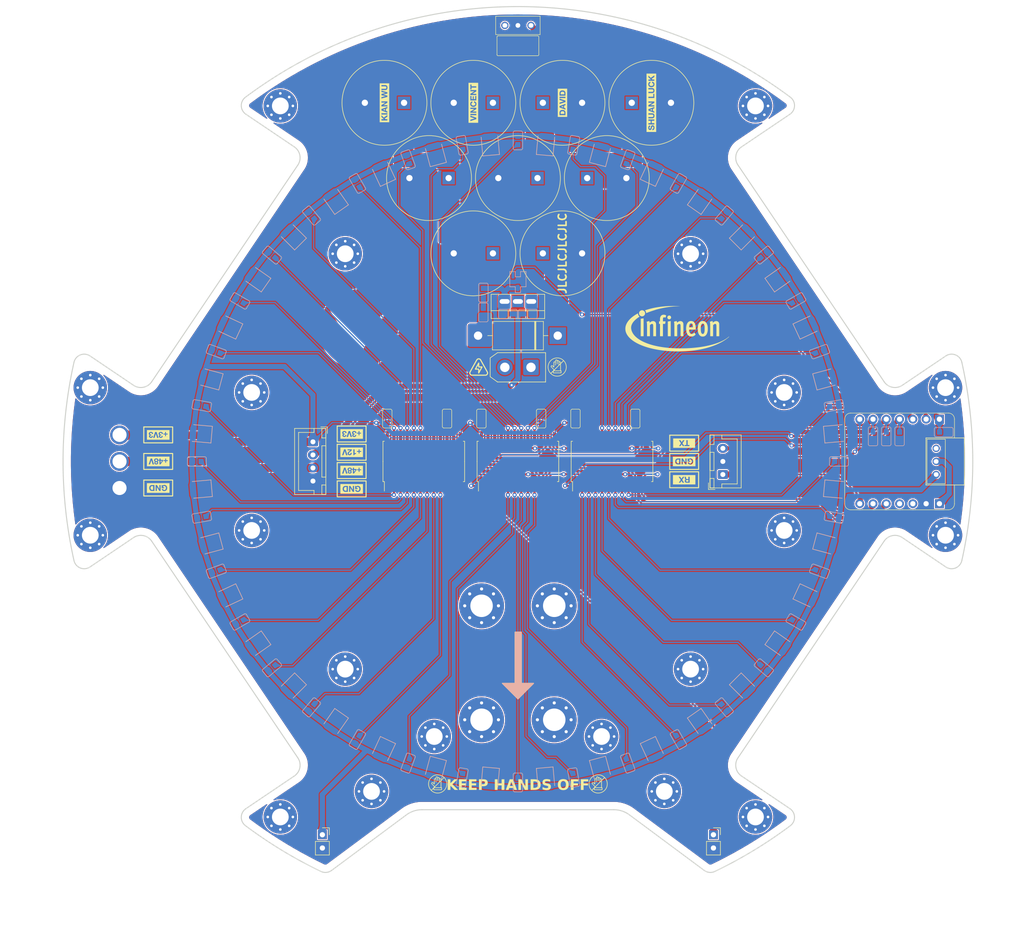
<source format=kicad_pcb>
(kicad_pcb (version 20221018) (generator pcbnew)
  (layers (0 "F.Cu" signal) (31 "B.Cu" signal) (34 "B.Paste" user) (35 "F.Paste" user) (36 "B.SilkS" user "B.Silkscreen") (37 "F.SilkS" user "F.Silkscreen") (38 "B.Mask" user) (39 "F.Mask" user) (44 "Edge.Cuts" user))
  (net 0 "")
  (net 1 "GND")
  (net 2 "+3V3")
  (net 3 "Net-(Q1-S)")
  (net 4 "+48V")
  (net 5 "/L1 RX")
  (net 6 "+12V")
  (net 7 "Net-(Q1-G)")
  (net 8 "/Sol")
  (net 9 "Net-(U1-I0)")
  (net 10 "Net-(U1-I1)")
  (net 11 "Net-(U1-I2)")
  (net 12 "Net-(U1-I3)")
  (net 13 "Net-(U1-I4)")
  (net 14 "Net-(U1-I5)")
  (net 15 "Net-(U1-I6)")
  (net 16 "Net-(U1-I7)")
  (net 17 "Net-(U1-I11)")
  (net 18 "Net-(U1-I12)")
  (net 19 "Net-(U1-I13)")
  (net 20 "Net-(U1-I14)")
  (net 21 "/M1")
  (net 22 "Net-(U1-~{E})")
  (net 23 "/LG")
  (net 24 "Net-(C4-Pad1)")
  (net 25 "/S0")
  (net 26 "/S1")
  (net 27 "/S3")
  (net 28 "/S2")
  (net 29 "/L1 TX")
  (net 30 "Net-(D37-A)")
  (net 47 "Net-(U2-I0)")
  (net 48 "Net-(U2-I1)")
  (net 49 "Net-(U2-I2)")
  (net 52 "/SAMD21 PWR")
  (net 57 "Net-(U3-I0)")
  (net 58 "Net-(U3-I2)")
  (net 59 "Net-(U3-I3)")
  (net 60 "/M2")
  (net 61 "Net-(U2-~{E})")
  (net 62 "/M3")
  (net 63 "Net-(U3-~{E})")
  (net 64 "Net-(SW2-C)")
  (net 69 "Net-(U1-I15)")
  (net 75 "Net-(U3-I1)")
  (net 76 "Net-(U2-I3)")
  (net 77 "Net-(U2-I4)")
  (net 78 "Net-(U3-I4)")
  (net 79 "Net-(U3-I7)")
  (net 80 "Net-(U3-I6)")
  (net 81 "Net-(U3-I5)")
  (net 85 "Net-(U3-I12)")
  (net 86 "Net-(U3-I11)")
  (net 87 "Net-(U3-I10)")
  (net 88 "Net-(U3-I9)")
  (net 89 "Net-(U3-I8)")
  (net 90 "Net-(U2-I12)")
  (net 91 "Net-(U2-I11)")
  (net 92 "Net-(U2-I15)")
  (net 93 "Net-(U2-I14)")
  (net 94 "Net-(U2-I13)")
  (footprint "MountingHole:MountingHole_3.2mm_M3_Pad_Via" (layer "F.Cu") (at 230.291114 119.114181)
    (fp_text reference "MTH6" hide)
    (fp_text value "MountingHole_Pad")
  )
  (footprint "MountingHole:MountingHole_4.3mm_M4_Pad_Via" (layer "F.Cu") (at 155.449983 154.409987)
    (fp_text reference "KM4" hide)
    (fp_text value "M4")
  )
  (footprint "MountingHole:MountingHole_3.2mm_M3_Pad_Via" (layer "F.Cu") (at 181.529237 65.274681)
    (fp_text reference "MTH14" hide)
    (fp_text value "MountingHole_Pad")
  )
  (footprint "MountingHole:MountingHole_3.2mm_M3_Pad_Via" (layer "F.Cu") (at 164.499983 157.609987)
    (fp_text reference "MTH20" hide)
    (fp_text value "MountingHole_Pad")
  )
  (footprint "MountingHole:MountingHole_3.2mm_M3_Pad_Via" (layer "F.Cu") (at 120.499984 168.109988)
    (fp_text reference "MTH17" hide)
    (fp_text value "MountingHole_Pad")
  )
  (footprint "MountingHole:MountingHole_4.3mm_M4_Pad_Via" (layer "F.Cu") (at 141.54997 154.410033)
    (fp_text reference "KM1" hide)
    (fp_text value "M4")
  )
  (footprint "2024l1:SS12D00G3" (layer "F.Cu") (at 148.5 21.6)
    (fp_text reference "SW2" hide)
    (fp_text value "SW_SPDT" hide)
  )
  (footprint "2024l1:CP_Radial_D16.0mm_P7.50mm" (layer "F.Cu") (at 157.025 65.2)
    (fp_text reference "C6" hide)
    (fp_text value "1000uF")
  )
  (footprint "2024l1:TO-220-3_Vertical" (layer "F.Cu") (at 151.04 74.4 180)
    (fp_text reference "Q1" hide)
    (fp_text value "STP75NF75")
  )
  (footprint "kibuzzard-655F61C6" (layer "F.Cu") (at 116.7 110.2475 180)
    (fp_text reference "kibuzzard-655F61C6" hide)
    (fp_text value "G***" hide)
  )
  (footprint "2024l1:CP_Radial_D16.0mm_P7.50mm" (layer "F.Cu") (at 122.975 36.4 180)
    (fp_text reference "C10" hide)
    (fp_text value "1000uF")
  )
  (footprint "kibuzzard-659BBBE8" (layer "F.Cu") (at 157.025 36.4 90)
    (fp_text reference "kibuzzard-659BBBE8" hide)
    (fp_text value "G***" hide)
  )
  (footprint "kibuzzard-655F623A" (layer "F.Cu") (at 79.7 104.9975 180)
    (fp_text reference "kibuzzard-655F623A" hide)
    (fp_text value "G***" hide)
  )
  (footprint "2024l1:14 AWG" (layer "F.Cu") (at 72.3 99.92 90)
    (fp_text reference "TP3" hide)
    (fp_text value "3v3" hide)
  )
  (footprint "Package_SO:SOIC-24W_7.5x15.4mm_P1.27mm" (layer "F.Cu") (at 166.5 105 90)
    (fp_text reference "U1" hide)
    (fp_text value "CD74HC4067M")
  )
  (footprint "2024l1:cap0603" (layer "F.Cu") (at 159.515 96.8 90)
    (fp_text reference "C1" hide)
    (fp_text value "0.1u")
  )
  (footprint "2024l1:res0603" (layer "F.Cu") (at 170.945 96.8 -90)
    (fp_text reference "R49" hide)
    (fp_text value "10K")
  )
  (footprint "MountingHole:MountingHole_3.2mm_M3_Pad_Via" (layer "F.Cu") (at 193.943576 173.001626)
    (fp_text reference "MTH2" hide)
    (fp_text value "MountingHole_Pad")
  )
  (footprint "Diode_THT:D_DO-201AD_P15.24mm_Horizontal" (layer "F.Cu") (at 156.12 80.94 180)
    (fp_text reference "D37" hide)
    (fp_text value "1N5401" hide)
  )
  (footprint "2024l1:14 AWG" (layer "F.Cu") (at 72.3 105 90)
    (fp_text reference "TP2" hide)
    (fp_text value "48V" hide)
  )
  (footprint "MountingHole:MountingHole_3.2mm_M3_Pad_Via" (layer "F.Cu") (at 132.499983 157.609987)
    (fp_text reference "MTH19" hide)
    (fp_text value "MountingHole_Pad")
  )
  (footprint "Package_SO:SOIC-24W_7.5x15.4mm_P1.27mm" (layer "F.Cu") (at 148.5 105 90)
    (fp_text reference "U2" hide)
    (fp_text value "CD74HC4067M")
  )
  (footprint "MountingHole:MountingHole_4.3mm_M4_Pad_Via" (layer "F.Cu") (at 155.449971 132.610034)
    (fp_text reference "KM2" hide)
    (fp_text value "M4")
  )
  (footprint "kibuzzard-655F623A" (layer "F.Cu") (at 116.7 106.7475 180)
    (fp_text reference "kibuzzard-655F623A" hide)
    (fp_text value "G***" hide)
  )
  (footprint "MountingHole:MountingHole_3.2mm_M3_Pad_Via" (layer "F.Cu") (at 199.42335 118.196209)
    (fp_text reference "MTH8" hide)
    (fp_text value "MountingHole_Pad")
  )
  (footprint "2024l1:res0603" (layer "F.Cu") (at 134.945 96.8 -90)
    (fp_text reference "R53" hide)
    (fp_text value "10K")
  )
  (footprint "kibuzzard-658F8CEC" (layer "F.Cu") (at 180.3 108.5 180)
    (fp_text reference "kibuzzard-658F8CEC" hide)
    (fp_text value "G***" hide)
  )
  (footprint "2024l1:SEN Logo Mini" (layer "F.Cu") (at 118.02 79.6)
    (fp_text reference "LOGO2" hide)
    (fp_text value "~")
  )
  (footprint "2024l1:CP_Radial_D16.0mm_P7.50mm" (layer "F.Cu") (at 139.975001 65.2 180)
    (fp_text reference "C5" hide)
    (fp_text value "1000uF")
  )
  (footprint "kibuzzard-659BBBF5" (layer "F.Cu") (at 174.025 36.4 90)
    (fp_text reference "kibuzzard-659BBBF5" hide)
    (fp_text value "G***" hide)
  )
  (footprint "2024l1:XIAO" (layer "F.Cu") (at 221.500707 105.000707 -90)
    (fp_text reference "U4" hide)
    (fp_text value "XIAO SAMD21" hide)
  )
  (footprint "Connector_PinSocket_2.54mm:PinSocket_1x02_P2.54mm_Vertical" (layer "F.Cu") (at 111.1 176.4)
    (fp_text reference "J1" hide)
    (fp_text value "LED")
  )
  (footprint "2024l1:CP_Radial_D16.0mm_P7.50mm" (layer "F.Cu") (at 148.5 50.8 180)
    (fp_text reference "C8" hide)
    (fp_text value "1000uF")
  )
  (footprint "MountingHole:MountingHole_3.2mm_M3_Pad_Via" (layer "F.Cu") (at 115.470763 65.274681)
    (fp_text reference "MTH13" hide)
    (fp_text value "MountingHole_Pad")
  )
  (footprint "kibuzzard-655F61C6" (layer "F.Cu") (at 79.7 110.0775 180)
    (fp_text reference "kibuzzard-655F61C6" hide)
    (fp_text value "G***" hide)
  )
  (footprint "MountingHole:MountingHole_3.2mm_M3_Pad_Via" (layer "F.Cu") (at 176.500016 168.109988)
    (fp_text reference "MTH18" hide)
    (fp_text value "MountingHole_Pad")
  )
  (footprint "2024l1:cap0603" (layer "F.Cu") (at 123.515 96.8 90)
    (fp_text reference "C3" hide)
    (fp_text value "0.1u")
  )
  (footprint "kibuzzard-655F6265" (layer "F.Cu") (at 79.7 99.92 180)
    (fp_text reference "kibuzzard-655F6265" hide)
    (fp_text value "G***" hide)
  )
  (footprint "2024l1:14 AWG" (layer "F.Cu") (at 72.3 110.08 90)
    (fp_text reference "TP1" hide)
    (fp_text value "GND" hide)
  )
  (footprint "kibuzzard-658F8E40" (layer "F.Cu") (at 116.7 103.2475 180)
    (fp_text reference "kibuzzard-658F8E40" hide)
    (fp_text value "G***" hide)
  )
  (footprint "MountingHole:MountingHole_3.2mm_M3_Pad_Via" (layer "F.Cu") (at 103.056365 173.001625)
    (fp_text reference "MTH1" hide)
    (fp_text value "MountingHole_Pad")
  )
  (footprint "MountingHole:MountingHole_4.3mm_M4_Pad_Via" (layer "F.Cu") (at 141.549983 132.609987)
    (fp_text reference "KM3" hide)
    (fp_text value "M4")
  )
  (footprint "2024l1:SS12D00G3" (layer "F.Cu") (at 228.5 105 90)
    (fp_text reference "SW1" hide)
    (fp_text value "SW_SPDT" hide)
  )
  (footprint "2024l1:CP_Radial_D16.0mm_P7.50mm" (layer "F.Cu") (at 131.5 50.8 180)
    (fp_text reference "C7" hide)
    (fp_text value "1000uF")
  )
  (footprint "2024l1:AMASS_XT30-F" (layer "F.Cu") (at 148.5 87 180)
    (fp_text reference "J5" hide)
    (fp_text value "XT30")
  )
  (footprint "MountingHole:MountingHole_3.2mm_M3_Pad_Via" (layer "F.Cu") (at 199.423351 91.803882)
    (fp_text reference "MTH10" hide)
    (fp_text value "MountingHole_Pad")
  )
  (footprint "kibuzzard-659BBB84" (layer "F.Cu") (at 122.975 36.4 90)
    (fp_text reference "kibuzzard-659BBB84" hide)
    (fp_text value "G***" hide)
  )
  (footprint "2024l1:cap0603" (layer "F.Cu") (at 141.515 96.8 90)
    (fp_text reference "C2" hide)
    (fp_text value "0.1u")
  )
  (footprint "MountingHole:MountingHole_3.2mm_M3_Pad_Via" (layer "F.Cu") (at 97.57659 118.196209)
    (fp_text reference "MTH7" hide)
    (fp_text value "MountingHole_Pad")
  )
  (footprint "kibuzzard-655F61C6" (layer "F.Cu") (at 180.3 105 180)
    (fp_text reference "kibuzzard-655F61C6" hide)
    (fp_text value "G***" hide)
  )
  (footprint "Connector_PinSocket_2.54mm:PinSocket_1x02_P2.54mm_Vertical" (layer "F.Cu") (at 185.9 176.4)
    (fp_text reference "J4" hide)
    (fp_text value "LDR")
  )
  (footprint "MountingHole:MountingHole_3.2mm_M3_Pad_Via" (layer "F.Cu") (at 103.056365 36.998467)
    (fp_text reference "MTH15" hide)
    (fp_text value "MountingHole_Pad")
  )
  (footprint "2024l1:Infineon Smaller" (layer "F.Cu") (at 178.98 79.6)
    (fp_text reference "LOGO1" hide)
    (fp_text value "~" hide)
  )
  (footprint "kibuzzard-658F8D10" (layer "F.Cu") (at 180.3 101.5 180)
    (fp_text reference "kibuzzard-658F8D10" hide)
    (fp_text value "G***" hide)
  )
  (footprint "Connector_JST:JST_XH_B3B-XH-A_1x03_P2.50mm_Vertical" (layer "F.Cu") (at 187.7 107.5 90)
    (fp_text reference "J2" hide)
    (fp_text value "Conn_01x03")
  )
  (footprint "2024l1:CP_Radial_D16.0mm_P7.50mm" (layer "F.Cu") (at 139.975 36.401 180)
    (fp_text reference "C12" hide)
    (fp_text value "1000uF")
  )
  (footprint "Connector_JST:JST_XH_B4B-XH-A_1x04_P2.50mm_Vertical" (layer "F.Cu") (at 109.3 101.25 -90)
    (fp_text reference "J3" hide)
    (fp_text value "Conn_01x04")
  )
  (footprint "kibuzzard-655F6265" (layer "F.Cu") (at 116.7 99.7475 180)
    (fp_text reference "kibuzzard-655F6265" hide)
    (fp_text value "G***" hide)
  )
  (footprint "kibuzzard-659BBBCC" (layer "F.Cu") (at 139.975 36.401 90)
    (fp_text reference "kibuzzard-659BBBCC" hide)
    (fp_text value "G***" hide)
  )
  (footprint "MountingHole:MountingHole_3.2mm_M3_Pad_Via" (layer "F.Cu") (at 66.708828 119.114181)
    (fp_text reference "MTH5" hide)
    (fp_text value "MountingHole_Pad")
  )
  (footprint "2024l1:CP_Radial_D16.0mm_P7.50mm" (layer "F.Cu") (at 165.5 50.8)
    (fp_text reference "C9" hide)
    (fp_text value "1000uF")
  )
  (footprint "2024l1:CP_Radial_D16.0mm_P7.50mm" (layer "F.Cu") (at 157.025 36.4)
    (fp_text reference "C11" hide)
    (fp_text value "1000uF")
  )
  (footprint "Package_SO:SOIC-24W_7.5x15.4mm_P1.27mm" (layer "F.Cu") (at 130.5 105 90)
    (fp_text reference "U3" hide)
    (fp_text value "CD74HC4067M")
  )
  (footprint "MountingHole:MountingHole_3.2mm_M3_Pad_Via" (layer "F.Cu") (at 193.943575 36.998467)
    (fp_text reference "MTH16" hide)
    (fp_text value "MountingHole_Pad")
  )
  (footprint "2024l1:res0603" (layer "F.Cu") (at 152.945 96.8 -90)
    (fp_text reference "R51" hide)
    (fp_text value "10K")
  )
  (footprint "MountingHole:MountingHole_3.2mm_M3_Pad_Via" (layer "F.Cu") (at 97.576603 91.803837)
    (fp_text reference "MTH9" hide)
    (fp_text value "MountingHole_Pad")
  )
  (footprint "2024l1:CP_Radial_D16.0mm_P7.50mm" (layer "F.Cu") (at 174.025 36.4)
    (fp_text reference "C13" hide)
    (fp_text value "1000uF")
  )
  (footprint "MountingHole:MountingHole_3.2mm_M3_Pad_Via" (layer "F.Cu") (at 66.708828 90.88591)
    (fp_text reference "MTH11" hide)
    (fp_text value "MountingHole_Pad")
  )
  (footprint "MountingHole:MountingHole_3.2mm_M3_Pad_Via" (layer "F.Cu") (at 115.470763 144.725411)
    (fp_text reference "MTH3" hide)
    (fp_text value "MountingHole_Pad")
  )
  (footprint "MountingHole:MountingHole_3.2mm_M3_Pad_Via" (layer "F.Cu") (at 181.529237 144.725411)
    (fp_text reference "MTH4" hide)
    (fp_text value "MountingHole_Pad")
  )
  (footprint "2024l1:res2512" (layer "F.Cu") (at 148.5 25.5)
    (fp_text reference "R58" hide)
    (fp_text value "2M")
  )
  (footprint "MountingHole:MountingHole_3.2mm_M3_Pad_Via" (layer "F.Cu") (at 230.291113 90.88591)
    (fp_text reference "MTH12" hide)
    (fp_text value "MountingHole_Pad")
  )
  (footprint "2024l1:ALS-PT19 (Top Side)" (layer "B.Cu") (at 148.5 43.6 -90)
    (fp_text reference "R19" hide)
    (fp_text value "C146233" hide)
  )
  (footprint "2024l1:led2835" (layer "B.Cu") (at 87.732123 99.6835 175)
    (fp_text reference "D28" hide)
    (fp_text value "LED")
  )
  (footprint "2024l1:led2835" (layer "B.Cu") (at 132.712038 163.921476 -105)
    (fp_text reference "D36" hide)
    (fp_text value "LED")
  )
  (footprint "2024l1:ALS-PT19 (Top Side)" (layer "B.Cu") (at 109.032841 57.964871 -50)
    (fp_text reference "R23" hide)
    (fp_text value "C146233" hide)
  )
  (footprint "2024l1:led2835" (layer "B.Cu") (at 122.720286 160.284776 -115)
    (fp_text reference "D35" hide)
    (fp_text value "LED")
  )
  (footprint "2024l1:ALS-PT19 (Top Side)" (layer "B.Cu") (at 95.32604 135.7 30)
    (fp_text reference "R31" hide)
    (fp_text value "C146233" hide)
  )
  (footprint "2024l1:ALS-PT19 (Top Side)" (layer "B.Cu") (at 187.967159 152.035129 130)
    (fp_text reference "R5" hide)
    (fp_text value "C146233" hide)
  )
  (footprint "2024l1:res0603" (layer "B.Cu") (at 218.960707 100.2 90)
    (fp_text reference "R50" hide)
    (fp_text value "3K24")
  )
  (footprint "2024l1:led2835" (layer "B.Cu") (at 153.8165 44.232123 85)
    (fp_text reference "D19" hide)
    (fp_text value "LED")
  )
  (footprint "2024l1:ALS-PT19 (Top Side)" (layer "B.Cu") (at 208.967196 94.338002 -170)
    (fp_text reference "R11" hide)
    (fp_text value "C146233" hide)
  )
  (footprint "2024l1:ALS-PT19 (Top Side)" (layer "B.Cu") (at 88.032804 94.338002 -10)
    (fp_text reference "R27" hide)
    (fp_text value "C146233" hide)
  )
  (footprint "2024l1:led2835" (layer "B.Cu") (at 198.468275 70.011837 35)
    (fp_text reference "D14" hide)
    (fp_text value "LED")
  )
  (footprint "2024l1:led2835" (layer "B.Cu") (at 209.267877 99.683499 5)
    (fp_text reference "D11" hide)
    (fp_text value "LED")
  )
  (footprint "2024l1:led2835" (layer "B.Cu") (at 198.468275 139.988163 -35)
    (fp_text reference "D7" hide)
    (fp_text value "LED")
  )
  (footprint "2024l1:ALS-PT19 (Top Side)" (layer "B.Cu") (at 195.535129 144.467159 140)
    (fp_text reference "R6" hide)
    (fp_text value "C146233" hide)
  )
  (footprint "2024l1:led2835" (layer "B.Cu") (at 209.267877 110.3165 -5)
    (fp_text reference "D10" hide)
    (fp_text value "LED")
  )
  (footprint "2024l1:ALS-PT19 (Top Side)" (layer "B.Cu") (at 179.2 158.17396 120)
    (fp_text reference "R4" hide)
    (fp_text value "C146233" hide)
  )
  (footprint "2024l1:led2835" (layer "B.Cu") (at 164.287962 163.921476 -75)
    (fp_text reference "D3" hide)
    (fp_text value "LED")
  )
  (footprint "2024l1:ALS-PT19 (Top Side)" (layer "B.Cu") (at 109.032841 152.035129 50)
    (fp_text reference "R33" hide)
    (fp_text value "C146233" hide)
  )
  (footprint "2024l1:led2835" (layer "B.Cu") (at 113.511837 55.031725 125)
    (fp_text reference "D23" hide)
    (fp_text value "LED")
  )
  (footprint "2024l1:led2835" (layer "B.Cu") (at 89.578524 89.212038 165)
    (fp_text reference "D27" hide)
    (fp_text value "LED")
  )
  (footprint "2024l1:ALS-PT19 (Top Side)" (layer "B.Cu") (at 95.32604 74.3 -30)
    (fp_text reference "R25" hide)
    (fp_text value "C146233" hide)
  )
  (footprint "2024l1:ALS-PT19 (Top Side)" (layer "B.Cu") (at 179.2 51.82604 -120)
    (fp_text reference "R16" hide)
    (fp_text value "C146233" hide)
  )
  (footprint "2024l1:led2835" (layer "B.Cu") (at 93.215225 130.779714 -155)
    (fp_text reference "D31" hide)
    (fp_text value "LED")
  )
  (footprint "2024l1:led2835" (layer "B.Cu") (at 207.421476 120.787962 -15)
    (fp_text reference "D9" hide)
    (fp_text value "LED")
  )
  (footprint "2024l1:led2835" (layer "B.Cu") (at 183.488163 55.031725 55)
    (fp_text reference "D16" hide)
    (fp_text value "LED")
  )
  (footprint "2024l1:led2835" (layer "B.Cu") (at 132.712038 46.078524 105)
    (fp_text reference "D21" hide)
    (fp_text value "LED")
  )
  (footprint "2024l1:ALS-PT19 (Top Side)" (layer "B.Cu") (at 137.838002 44.532804 -80)
    (fp_text reference "R20" hide)
    (fp_text value "C146233" hide)
  )
  (footprint "2024l1:res0603" (layer "B.Cu") (at 229.95 99.4)
    (fp_text reference "R57" hide)
    (fp_text value "1K")
  )
  (footprint "2024l1:led2835" (layer "B.Cu") (at 98.531725 70.011837 145)
    (fp_text reference "D25" hide)
    (fp_text value "LED")
  )
  (footprint "2024l1:led2835" (layer "B.Cu") (at 87.732123 110.316501 -175)
    (fp_text reference "D29" hide)
    (fp_text value "LED")
  )
  (footprint "2024l1:ALS-PT19 (Top Side)" (layer "B.Cu") (at 169.500037 162.697127 110)
    (fp_text reference "R3" hide)
    (fp_text value "C146233" hide)
  )
  (footprint "2024l1:ALS-PT19 (Top Side)" (layer "B.Cu") (at 159.161998 165.467196 100)
    (fp_text reference "R2" hide)
    (fp_text value "C146233" hide)
  )
  (footprint "2024l1:ALS-PT19 (Top Side)" (layer "B.Cu") (at 101.464871 65.532841 -40)
    (fp_text reference "R24" hide)
    (fp_text value "C146233" hide)
  )
  (footprint "2024l1:ALS-PT19 (Top Side)" (layer "B.Cu") (at 201.67396 135.7 150)
    (fp_text reference "R7" hide)
    (fp_text value "C146233" hide)
  )
  (footprint "2024l1:cap0603" (layer "B.Cu") (at 141.9 72.7 90)
    (fp_text reference "C4" hide)
    (fp_text value "1500pF")
  )
  (footprint "2024l1:led2835" (layer "B.Cu") (at 89.578524 120.787962 -165)
    (fp_text reference "D30" hide)
    (fp_text value "LED")
  )
  (footprint "2024l1:ALS-PT19 (Top Side)" (layer "B.Cu") (at 90.802873 83.999963 -20)
    (fp_text reference "R26" hide)
    (fp_text value "C146233" hide)
  )
  (footprint "2024l1:ALS-PT19 (Top Side)" (layer "B.Cu") (at 201.67396 74.3 -150)
    (fp_text reference "R13" hide)
    (fp_text value "C146233" hide)
  )
  (footprint "2024l1:ALS-PT19 (Top Side)" (layer "B.Cu") (at 195.535129 65.532841 -140)
    (fp_text reference "R14" hide)
    (fp_text value "C146233" hide)
  )
  (footprint "2024l1:led2835" (layer "B.Cu") (at 203.784776 130.779714 -25)
    (fp_text reference "D8" hide)
    (fp_text value "LED")
  )
  (footprint "2024l1:res0603" (layer "B.Cu") (at 141.89 76.5 90)
    (fp_text reference "R54" hide)
    (fp_text value "20R")
  )
  (footprint "2024l1:led2835" (layer "B.Cu") (at 174.279714 49.715224 65)
    (fp_text reference "D17" hide)
    (fp_text value "LED")
  )
  (footprint "2024l1:ALS-PT19 (Top Side)" (layer "B.Cu") (at 127.499963 162.697127 70)
    (fp_text reference "R35" hide)
    (fp_text value "C146233" hide)
  )
  (footprint "2024l1:res0603" (layer "B.Cu") (at 221.500707 100.2 90)
    (fp_text reference "R48" hide)
    (fp_text value "3K24")
  )
  (footprint "2024l1:led2835" (layer "B.Cu") (at 98.531725 139.988163 -145)
    (fp_text reference "D32" hide)
    (fp_text value "LED")
  )
  (footprint "2024l1:led2835" (layer "B.Cu") (at 105.366486 148.133514 -135)
    (fp_text reference "D33" hide)
    (fp_text value "LED")
  )
  (footprint "2024l1:ALS-PT19 (Top Side)" (layer "B.Cu") (at 90.802873 126.000037 20)
    (fp_text reference "R30" hide)
    (fp_text value "C146233" hide)
  )
  (footprint "2024l1:led2835" (layer "B.Cu") (at 105.366486 61.866486 135)
    (fp_text reference "D24" hide)
    (fp_text value "LED")
  )
  (footprint "2024l1:led2835" (layer "B.Cu") (at 122.720286 49.715225 115)
    (fp_text reference "D22" hide)
    (fp_text value "LED")
  )
  (footprint "2024l1:ALS-PT19 (Top Side)" (layer "B.Cu") (at 169.500037 47.302873 -110)
    (fp_text reference "R17" hide)
    (fp_text value "C146233" hide)
  )
  (footprint "2024l1:ALS-PT19 (Top Side)" (layer "B.Cu") (at 137.838002 165.467196 80)
    (fp_text reference "R36" hide)
    (fp_text value "C146233" hide)
  )
  (footprint "2024l1:led2835" (layer "B.Cu") (at 153.816501 165.767877 -85)
    (fp_text reference "D2" hide)
    (fp_text value "LED")
  )
  (footprint "2024l1:res0603" (layer "B.Cu") (at 146.6 76.8 180)
    (fp_text reference "R56" hide)
    (fp_text value "10K")
  )
  (footprint "2024l1:ALS-PT19 (Top Side)" (layer "B.Cu") (at 206.197127 126.000037 160)
    (fp_text reference "R8" hide)
    (fp_text value "C146233" hide)
  )
  (footprint "2024l1:led2835" (layer "B.Cu") (at 174.279714 160.284775 -65)
    (fp_text reference "D4" hide)
    (fp_text value "LED")
  )
  (footprint "2024l1:led2835" (layer "B.Cu") (at 191.633514 61.866486 45)
    (fp_text reference "D15" hide)
    (fp_text value "LED")
  )
  (footprint "2024l1:ALS-PT19 (Top Side)" (layer "B.Cu") (at 159.161998 44.532804 -100)
    (fp_text reference "R18" hide)
    (fp_text value "C146233" hide)
  )
  (footprint "2024l1:led2835" (layer "B.Cu") (at 183.488163 154.968275 -55)
    (fp_text reference "D5" hide)
    (fp_text value "LED")
  )
  (footprint "2024l1:led2835" (layer "B.Cu") (at 191.633514 148.133514 -45)
    (fp_text reference "D6" hide)
    (fp_text value "LED")
  )
  (footprint "2024l1:ALS-PT19 (Top Side)" (layer "B.Cu") (at 148.5 166.4 90)
    (fp_text reference "R1" hide)
    (fp_text value "C146233" hide)
  )
  (footprint "2024l1:res0603" (layer "B.Cu") (at 216.420707 100.2 90)
    (fp_text reference "R52" hide)
    (fp_text value "3K24")
  )
  (footprint "2024l1:ALS-PT19 (Top Side)" (layer "B.Cu") (at 117.8 51.82604 -60)
    (fp_text reference "R22" hide)
    (fp_text value "C146233" hide)
  )
  (footprint "2024l1:ALS-PT19 (Top Side)" (layer "B.Cu") (at 101.464871 144.467159 40)
    (fp_text reference "R32" hide)
    (fp_text value "C146233" hide)
  )
  (footprint "2024l1:res0603" (layer "B.Cu") (at 150.4 76.8)
    (fp_text reference "R55" hide)
    (fp_text value "1K")
  )
  (footprint "2024l1:led2835" (layer "B.Cu") (at 164.287962 46.078524 75)
    (fp_text reference "D18" hide)
    (fp_text value "LED")
  )
  (footprint "2024l1:led2835" (layer "B.Cu") (at 113.511837 154.968275 -125)
    (fp_text reference "D34" hide)
    (fp_text value "LED")
  )
  (footprint "2024l1:ALS-PT19 (Top Side)" (layer "B.Cu") (at 127.499963 47.302873 -70)
    (fp_text reference "R21" hide)
    (fp_text value "C146233" hide)
  )
  (footprint "2024l1:ALS-PT19 (Top Side)" (layer "B.Cu") (at 208.967196 115.661998 170)
    (fp_text reference "R9" hide)
    (fp_text value "C146233" hide)
  )
  (footprint "2024l1:ALS-PT19 (Top Side)" (layer "B.Cu") (at 209.9 105 180)
    (fp_text reference "R10" hide)
    (fp_text value "C146233" hide)
  )
  (footprint "2024l1:led2835" (layer "B.Cu") (at 93.215224 79.220286 155)
    (fp_text reference "D26" hide)
    (fp_text value "LED")
  )
  (footprint "2024l1:SOT95P237X112-3N" (layer "B.Cu") (at 148.5 70.6875 -90)
    (fp_text reference "Q2" hide)
    (fp_text value "IRLML6344TRPBF" hide)
  )
  (footprint "2024l1:ALS-PT19 (Top Side)" (layer "B.Cu") (at 117.8 158.17396 60)
    (fp_text reference "R34" hide)
    (fp_text value "C146233" hide)
  )
  (footprint "2024l1:ALS-PT19 (Top Side)" (layer "B.Cu") (at 187.967159 57.964871 -130)
    (fp_text reference "R15" hide)
    (fp_text value "C146233" hide)
  )
  (footprint "2024l1:led2835" (layer "B.Cu") (at 207.421476 89.212038 15)
    (fp_text reference "D12" hide)
    (fp_text value "LED")
  )
  (footprint "2024l1:ALS-PT19 (Top Side)" (layer "B.Cu") (at 206.197127 83.999963 -160)
    (fp_text reference "R12" hide)
    (fp_text value "C146233" hide)
  )
  (footprint "2024l1:led2835" (layer "B.Cu") (at 203.784775 79.220286 25)
    (fp_text reference "D13" hide)
    (fp_text value "LED")
  )
  (footprint "2024l1:ALS-PT19 (Top Side)" (layer "B.Cu") (at 87.1 105)
    (fp_text reference "R28" hide)
    (fp_text value "C146233" hide)
  )
  (footprint "2024l1:ALS-PT19 (Top Side)" (layer "B.Cu") (at 88.032804 115.661998 10)
    (fp_text reference "R29" hide)
    (fp_text value "C146233" hide)
  )
  (footprint "2024l1:led2835" (layer "B.Cu") (at 143.1835 165.767877 -95)
    (fp_text reference "D1" hide)
    (fp_text value "LED")
  )
  (footprint "2024l1:led2835" (layer "B.Cu") (at 143.183499 44.232123 95)
    (fp_text reference "D20" hide)
    (fp_text value "LED")
  )
  (gr_poly (pts (xy 147.96 147.44) (xy 149.16 147.44) (xy 149.16 137.64) (xy 147.96 137.64)) (stroke (width 0.15)) (fill solid) (layer "B.SilkS"))
  (gr_poly (pts (xy 151.51 147.43) (xy 148.51 150.43) (xy 145.51 147.43)) (stroke (width 0.15)) (fill solid) (layer "B.SilkS"))
  (gr_poly (pts (xy 141.028947 85.26893) (xy 141.059926 85.27069) (xy 141.074673 85.272023) (xy 141.08874 85.273657) (xy 141.101991 85.275591) (xy 141.114287 85.277823) (xy 141.138576 85.283693) (xy 141.162713 85.290954) (xy 141.186629 85.299556) (xy 141.210254 85.309452) (xy 141.233519 85.320591) (xy 141.256356 85.332926) (xy 141.278695 85.346409) (xy 141.300466 85.36099) (xy 141.3216 85.376622) (xy 141.342029 85.393254) (xy 141.361682 85.41084) (xy 141.380491 85.42933) (xy 141.398387 85.448676) (xy 141.415299 85.468829) (xy 141.431159 85.48974) (xy 141.445898 85.511362) (xy 142.107886 86.695813) (xy 142.758232 87.87074) (xy 142.765482 87.888103) (xy 142.772146 87.905768) (xy 142.778217 87.923687) (xy 142.783687 87.941813) (xy 142.788549 87.960101) (xy 142.792797 87.978503) (xy 142.796422 87.996974) (xy 142.799418 88.015467) (xy 142.801778 88.033934) (xy 142.803493 88.05233) (xy 142.804558 88.070609) (xy 142.804964 88.088723) (xy 142.804704 88.106626) (xy 142.803772 88.124272) (xy 142.802159 88.141614) (xy 142.799859 88.158606) (xy 142.793647 88.192044) (xy 142.785613 88.224595) (xy 142.77579 88.256216) (xy 142.764207 88.286863) (xy 142.750896 88.316493) (xy 142.735888 88.345063) (xy 142.719214 88.372529) (xy 142.700905 88.398848) (xy 142.680992 88.423976) (xy 142.659506 88.44787) (xy 142.636478 88.470487) (xy 142.611939 88.491783) (xy 142.58592 88.511714) (xy 142.558452 88.530238) (xy 142.529566 88.547311) (xy 142.499293 88.56289) (xy 142.464995 88.579972) (xy 142.429035 88.592523) (xy 142.37037 88.601238) (xy 142.267959 88.60681) (xy 141.847723 88.611308) (xy 140.999987 88.611573) (xy 140.508934 88.611614) (xy 140.147478 88.611242) (xy 140.008614 88.610669) (xy 139.89407 88.609713) (xy 139.801152 88.608281) (xy 139.76196 88.607358) (xy 139.727165 88.606281) (xy 139.69643 88.605039) (xy 139.669417 88.60362) (xy 139.645791 88.602012) (xy 139.625215 88.600204) (xy 139.607352 88.598184) (xy 139.591865 88.595941) (xy 139.578417 88.593462) (xy 139.566673 88.590737) (xy 139.556295 88.587753) (xy 139.546947 88.5845) (xy 139.538292 88.580964) (xy 139.529993 88.577136) (xy 139.493626 88.558656) (xy 139.478914 88.55127) (xy 139.464667 88.543656) (xy 139.450867 88.5358) (xy 139.437501 88.527689) (xy 139.424553 88.519309) (xy 139.412006 88.510647) (xy 139.399846 88.501689) (xy 139.388057 88.492422) (xy 139.376624 88.482833) (xy 139.365531 88.472908) (xy 139.354762 88.462633) (xy 139.344302 88.451996) (xy 139.334136 88.440983) (xy 139.324247 88.42958) (xy 139.314622 88.417773) (xy 139.305243 88.405551) (xy 139.289832 88.384767) (xy 139.282998 88.375131) (xy 139.276679 88.365885) (xy 139.270827 88.356946) (xy 139.265394 88.348227) (xy 139.260331 88.339645) (xy 139.255589 88.331115) (xy 139.251121 88.322551) (xy 139.246876 88.31387) (xy 139.242807 88.304986) (xy 139.238865 88.295815) (xy 139.235002 88.286272) (xy 139.231169 88.276271) (xy 139.223398 88.254562) (xy 139.21613 88.231574) (xy 139.209936 88.208406) (xy 139.204815 88.185093) (xy 139.200765 88.161671) (xy 139.197787 88.138174) (xy 139.195878 88.114639) (xy 139.195037 88.091099) (xy 139.19516 88.078395) (xy 139.407828 88.078395) (xy 139.40813 88.09523) (xy 139.409224 88.112128) (xy 139.411104 88.129001) (xy 139.413762 88.145762) (xy 139.417191 88.162322) (xy 139.421384 88.178593) (xy 139.426333 88.194489) (xy 139.432032 88.20992) (xy 139.438473 88.2248) (xy 139.445648 88.23904) (xy 139.450994 88.248281) (xy 139.457195 88.257708) (xy 139.464179 88.267257) (xy 139.471875 88.276864) (xy 139.480212 88.286467) (xy 139.489119 88.296004) (xy 139.498523 88.305409) (xy 139.508355 88.314622) (xy 139.518542 88.323579) (xy 139.529013 88.332216) (xy 139.539697 88.34047) (xy 139.550523 88.348279) (xy 139.561419 88.35558) (xy 139.572313 88.362309) (xy 139.583136 88.368404) (xy 139.593815 88.3738) (xy 139.641793 88.396379) (xy 142.358887 88.396379) (xy 142.41251 88.369567) (xy 142.425853 88.362607) (xy 142.438757 88.355102) (xy 142.451214 88.347074) (xy 142.463213 88.338544) (xy 142.474746 88.329534) (xy 142.485804 88.320065) (xy 142.496378 88.31016) (xy 142.506459 88.299839) (xy 142.516037 88.289124) (xy 142.525104 88.278037) (xy 142.541668 88.254833) (xy 142.556077 88.230399) (xy 142.568261 88.204908) (xy 142.578146 88.178533) (xy 142.58566 88.151445) (xy 142.588505 88.137688) (xy 142.590731 88.123817) (xy 142.592327 88.109855) (xy 142.593286 88.095823) (xy 142.593598 88.081742) (xy 142.593253 88.067634) (xy 142.592244 88.053521) (xy 142.59056 88.039424) (xy 142.588194 88.025364) (xy 142.585135 88.011364) (xy 142.581375 87.997445) (xy 142.576904 87.983628) (xy 142.377496 87.618151) (xy 141.912976 86.780656) (xy 141.676299 86.355723) (xy 141.581637 86.185996) (xy 141.500965 86.04184) (xy 141.432939 85.921063) (xy 141.376215 85.821471) (xy 141.351671 85.778935) (xy 141.329448 85.740874) (xy 141.309378 85.707013) (xy 141.291293 85.677079) (xy 141.275026 85.650797) (xy 141.260407 85.627894) (xy 141.247268 85.608095) (xy 141.235443 85.591127) (xy 141.224762 85.576715) (xy 141.215058 85.564585) (xy 141.206162 85.554464) (xy 141.197907 85.546077) (xy 141.190124 85.539151) (xy 141.182645 85.533411) (xy 141.175302 85.528583) (xy 141.167927 85.524394) (xy 141.160353 85.520569) (xy 141.15241 85.516834) (xy 141.134748 85.508539) (xy 141.118359 85.500526) (xy 141.111161 85.497208) (xy 141.104443 85.494307) (xy 141.098068 85.49179) (xy 141.091898 85.489626) (xy 141.085797 85.487782) (xy 141.079627 85.486226) (xy 141.07325 85.484927) (xy 141.066529 85.483852) (xy 141.059326 85.482969) (xy 141.051504 85.482247) (xy 141.033453 85.481154) (xy 141.011276 85.480317) (xy 140.997196 85.480056) (xy 140.983995 85.480082) (xy 140.971578 85.480415) (xy 140.959848 85.481078) (xy 140.948709 85.482092) (xy 140.938065 85.48348) (xy 140.92782 85.485262) (xy 140.917878 85.487461) (xy 140.908143 85.490098) (xy 140.898518 85.493195) (xy 140.888908 85.496774) (xy 140.879216 85.500856) (xy 140.869346 85.505462) (xy 140.859203 85.510616) (xy 140.848689 85.516338) (xy 140.837709 85.522651) (xy 140.811964 85.538506) (xy 140.785598 85.563242) (xy 140.749194 85.612617) (xy 140.693335 85.702391) (xy 140.485582 86.066171) (xy 140.086998 86.780656) (xy 139.622478 87.618151) (xy 139.478688 87.879603) (xy 139.423071 87.983628) (xy 139.418464 87.99824) (xy 139.414693 88.013442) (xy 139.411752 88.029147) (xy 139.409632 88.045265) (xy 139.408326 88.061711) (xy 139.407828 88.078395) (xy 139.19516 88.078395) (xy 139.195264 88.06759) (xy 139.196558 88.044147) (xy 139.198917 88.020805) (xy 139.202341 87.9976) (xy 139.206829 87.974566) (xy 139.212379 87.95174) (xy 139.21899 87.929155) (xy 139.226662 87.906847) (xy 139.235393 87.884851) (xy 139.886268 86.706044) (xy 140.554076 85.511362) (xy 140.568457 85.490097) (xy 140.584028 85.469467) (xy 140.600704 85.449527) (xy 140.618403 85.430333) (xy 140.63704 85.411941) (xy 140.656532 85.394408) (xy 140.676795 85.377787) (xy 140.697745 85.362137) (xy 140.719299 85.347511) (xy 140.741372 85.333967) (xy 140.763882 85.321559) (xy 140.786744 85.310345) (xy 140.809875 85.300378) (xy 140.833191 85.291716) (xy 140.856608 85.284414) (xy 140.880043 85.278528) (xy 140.892216 85.276172) (xy 140.905359 85.274128) (xy 140.919335 85.272397) (xy 140.934007 85.270977) (xy 140.964887 85.269065) (xy 140.996901 85.268386)) (fill solid) (layer "F.SilkS"))
  (gr_rect (start 113.94 101.7275) (end 119.46 104.7725) (stroke (width 0.2)) (fill none) (layer "F.SilkS"))
  (gr_poly (pts (xy 156 85.14) (xy 156.058697 85.141268) (xy 156.171872 85.145457) (xy 156.21633 85.148114) (xy 156.246022 85.150969) (xy 156.297977 85.159013) (xy 156.349323 85.168326) (xy 156.400048 85.178901) (xy 156.450137 85.190734) (xy 156.499576 85.203819) (xy 156.548353 85.218153) (xy 156.596455 85.233728) (xy 156.643867 85.250541) (xy 156.690576 85.268585) (xy 156.736569 85.287857) (xy 156.781832 85.308349) (xy 156.826352 85.330059) (xy 156.870115 85.35298) (xy 156.913109 85.377107) (xy 156.955319 85.402434) (xy 156.996733 85.428958) (xy 157.108934 85.508715) (xy 157.213639 85.595294) (xy 157.310658 85.688258) (xy 157.399803 85.787171) (xy 157.480887 85.891594) (xy 157.553722 86.00109) (xy 157.618119 86.115224) (xy 157.67389 86.233556) (xy 157.720847 86.35565) (xy 157.758802 86.481069) (xy 157.787566 86.609376) (xy 157.806953 86.740134) (xy 157.816773 86.872904) (xy 157.816839 87.007251) (xy 157.806962 87.142737) (xy 157.786955 87.278924) (xy 157.773216 87.346423) (xy 157.756908 87.41302) (xy 157.738085 87.478658) (xy 157.716804 87.543283) (xy 157.667089 87.669274) (xy 157.608207 87.790552) (xy 157.540601 87.906673) (xy 157.464717 88.017199) (xy 157.380999 88.121686) (xy 157.289891 88.219695) (xy 157.191838 88.310783) (xy 157.087284 88.394509) (xy 156.976673 88.470431) (xy 156.86045 88.53811) (xy 156.73906 88.597102) (xy 156.612946 88.646968) (xy 156.548257 88.66834) (xy 156.482554 88.687265) (xy 156.415892 88.703688) (xy 156.348327 88.717553) (xy 156.236125 88.734746) (xy 156.124308 88.745099) (xy 156.01311 88.748685) (xy 155.902769 88.745576) (xy 155.793519 88.735844) (xy 155.685596 88.719561) (xy 155.579235 88.696801) (xy 155.474673 88.667634) (xy 155.372145 88.632134) (xy 155.271886 88.590373) (xy 155.174133 88.542423) (xy 155.079121 88.488357) (xy 154.987085 88.428247) (xy 154.898262 88.362165) (xy 154.812886 88.290183) (xy 154.731194 88.212375) (xy 154.697286 88.177097) (xy 154.867366 88.177097) (xy 154.89841 88.203908) (xy 154.964385 88.258286) (xy 155.031842 88.308962) (xy 155.100744 88.355921) (xy 155.171053 88.399149) (xy 155.24273 88.438631) (xy 155.315737 88.474354) (xy 155.390036 88.506302) (xy 155.465589 88.534461) (xy 155.542357 88.558817) (xy 155.620303 88.579355) (xy 155.699387 88.59606) (xy 155.779572 88.608919) (xy 155.86082 88.617916) (xy 155.943092 88.623038) (xy 156.026349 88.62427) (xy 156.110555 88.621597) (xy 156.144411 88.619514) (xy 156.178237 88.616709) (xy 156.21202 88.613187) (xy 156.245746 88.608952) (xy 156.279402 88.604011) (xy 156.312974 88.598367) (xy 156.379813 88.584996) (xy 156.446155 88.56888) (xy 156.511895 88.55006) (xy 156.576923 88.528578) (xy 156.641133 88.504475) (xy 156.693279 88.482896) (xy 156.743185 88.4603) (xy 156.767465 88.448531) (xy 156.791387 88.436398) (xy 156.815018 88.423867) (xy 156.838424 88.4109) (xy 156.884832 88.383517) (xy 156.931149 88.35396) (xy 156.977913 88.321938) (xy 157.02566 88.287163) (xy 157.093647 88.233192) (xy 157.15839 88.176132) (xy 157.219822 88.116104) (xy 157.277874 88.053228) (xy 157.332479 87.987623) (xy 157.383567 87.919409) (xy 157.431071 87.848707) (xy 157.474923 87.775636) (xy 157.515054 87.700316) (xy 157.551396 87.622866) (xy 157.583881 87.543408) (xy 157.61244 87.46206) (xy 157.637006 87.378943) (xy 157.65751 87.294177) (xy 157.673885 87.20788) (xy 157.686061 87.120174) (xy 157.690078 87.069967) (xy 157.692135 87.011673) (xy 157.692324 86.948055) (xy 157.690735 86.881873) (xy 157.687459 86.81589) (xy 157.682588 86.752867) (xy 157.676212 86.695565) (xy 157.672488 86.669923) (xy 157.668422 86.646747) (xy 157.656688 86.589494) (xy 157.643439 86.533343) (xy 157.628668 86.47827) (xy 157.612363 86.424254) (xy 157.594517 86.371272) (xy 157.575119 86.3193) (xy 157.55416 86.268317) (xy 157.531632 86.218298) (xy 157.507524 86.169223) (xy 157.481828 86.121067) (xy 157.454534 86.073808) (xy 157.425633 86.027423) (xy 157.395116 85.981891) (xy 157.362972 85.937187) (xy 157.329194 85.893289) (xy 157.293771 85.850175) (xy 157.285203 85.840122) (xy 157.277081 85.830739) (xy 157.269587 85.822232) (xy 157.262904 85.814809) (xy 157.257212 85.808675) (xy 157.254796 85.806156) (xy 157.252695 85.804038) (xy 157.250934 85.802345) (xy 157.249534 85.801104) (xy 157.248519 85.80034) (xy 157.248162 85.800146) (xy 157.247911 85.80008) (xy 157.225686 85.820861) (xy 157.168006 85.877427) (xy 156.981211 86.063252) (xy 156.718744 86.325719) (xy 156.718744 87.606302) (xy 156.753316 87.606302) (xy 156.75874 87.606339) (xy 156.763665 87.606461) (xy 156.76814 87.606688) (xy 156.772212 87.607041) (xy 156.774111 87.60727) (xy 156.775928 87.607538) (xy 156.777668 87.607847) (xy 156.779336 87.6082) (xy 156.78094 87.608599) (xy 156.782484 87.609046) (xy 156.783975 87.609544) (xy 156.785419 87.610095) (xy 156.786821 87.610702) (xy 156.788188 87.611367) (xy 156.789526 87.612093) (xy 156.79084 87.612883) (xy 156.792137 87.613737) (xy 156.793421 87.61466) (xy 156.794701 87.615654) (xy 156.79598 87.61672) (xy 156.797266 87.617862) (xy 156.798564 87.619082) (xy 156.801219 87.621765) (xy 156.803995 87.62479) (xy 156.806938 87.628175) (xy 156.825283 87.650752) (xy 156.823166 87.865241) (xy 156.821049 88.080436) (xy 156.801294 88.097369) (xy 156.781538 88.114302) (xy 155.244838 88.114302) (xy 155.205327 88.080436) (xy 155.201799 87.963314) (xy 155.198272 87.846191) (xy 155.032466 88.011997) (xy 154.867366 88.177097) (xy 154.697286 88.177097) (xy 154.692833 88.172465) (xy 154.656052 88.132082) (xy 154.620825 88.091182) (xy 154.587128 88.049722) (xy 154.554936 88.007659) (xy 154.524223 87.964948) (xy 154.494966 87.921547) (xy 154.46714 87.877412) (xy 154.440718 87.8325) (xy 154.415678 87.786768) (xy 154.391994 87.740171) (xy 154.369641 87.692667) (xy 154.348594 87.644212) (xy 154.328829 87.594763) (xy 154.31032 87.544276) (xy 154.293044 87.492708) (xy 154.262451 87.385914) (xy 154.238633 87.278189) (xy 154.221538 87.169822) (xy 154.211111 87.061106) (xy 154.207299 86.952333) (xy 154.208148 86.91878) (xy 154.335125 86.91878) (xy 154.336083 86.991764) (xy 154.337966 87.051355) (xy 154.341099 87.106152) (xy 154.34567 87.157508) (xy 154.351869 87.206782) (xy 154.359888 87.255327) (xy 154.369916 87.304501) (xy 154.382144 87.355659) (xy 154.39676 87.410158) (xy 154.409739 87.453423) (xy 154.424287 87.496885) (xy 154.440338 87.540428) (xy 154.457824 87.583934) (xy 154.476679 87.627288) (xy 154.496835 87.670372) (xy 154.518225 87.713069) (xy 154.540782 87.755263) (xy 154.564439 87.796837) (xy 154.589128 87.837674) (xy 154.614782 87.877657) (xy 154.641335 87.91667) (xy 154.668718 87.954595) (xy 154.696865 87.991317) (xy 154.725709 88.026717) (xy 154.755183 88.06068) (xy 154.779877 88.088197) (xy 154.990838 87.877236) (xy 155.033422 87.834459) (xy 155.073278 87.794046) (xy 155.109529 87.756908) (xy 155.139087 87.726247) (xy 155.328799 87.726247) (xy 155.328799 87.994358) (xy 156.697577 87.994358) (xy 156.697577 87.726247) (xy 155.328799 87.726247) (xy 155.139087 87.726247) (xy 155.141298 87.723954) (xy 155.167709 87.696093) (xy 155.187887 87.674234) (xy 155.200953 87.659288) (xy 155.204546 87.654691) (xy 155.206033 87.652164) (xy 155.206683 87.650294) (xy 155.207439 87.648393) (xy 155.209246 87.644521) (xy 155.211409 87.640595) (xy 155.213882 87.636663) (xy 155.216619 87.632773) (xy 155.219576 87.628971) (xy 155.222706 87.625306) (xy 155.225965 87.621825) (xy 155.229306 87.618575) (xy 155.232684 87.615604) (xy 155.236054 87.61296) (xy 155.23937 87.61069) (xy 155.240994 87.60971) (xy 155.242587 87.608842) (xy 155.244144 87.608091) (xy 155.24566 87.607463) (xy 155.247127 87.606964) (xy 155.248542 87.6066) (xy 155.249897 87.606378) (xy 155.251188 87.606302) (xy 155.43816 87.606302) (xy 156.591744 87.606302) (xy 156.591744 87.031275) (xy 156.591215 86.625227) (xy 156.590553 86.501645) (xy 156.589627 86.456247) (xy 156.013188 87.031275) (xy 155.43816 87.606302) (xy 155.251188 87.606302) (xy 155.251808 87.606272) (xy 155.252476 87.60618) (xy 155.253946 87.605823) (xy 155.255583 87.605242) (xy 155.257373 87.60445) (xy 155.259299 87.60346) (xy 155.261346 87.602284) (xy 155.263498 87.600934) (xy 155.26574 87.599423) (xy 155.268057 87.597763) (xy 155.270433 87.595967) (xy 155.272852 87.594047) (xy 155.275298 87.592015) (xy 155.277758 87.589884) (xy 155.280214 87.587666) (xy 155.282651 87.585374) (xy 155.285055 87.583019) (xy 155.292305 87.575356) (xy 155.29526 87.571952) (xy 155.29781 87.568677) (xy 155.299983 87.565414) (xy 155.30181 87.562047) (xy 155.303321 87.558459) (xy 155.304546 87.554532) (xy 155.305514 87.550151) (xy 155.306256 87.545199) (xy 155.306802 87.539558) (xy 155.307181 87.533112) (xy 155.307423 87.525744) (xy 155.30756 87.517338) (xy 155.307633 87.496941) (xy 155.307633 87.434147) (xy 155.064922 87.190025) (xy 154.990022 87.114755) (xy 154.959068 87.08349) (xy 154.932057 87.056046) (xy 154.9087 87.032104) (xy 154.888709 87.011344) (xy 154.871794 86.993447) (xy 154.857665 86.978093) (xy 154.846033 86.964964) (xy 154.841063 86.959133) (xy 154.836608 86.953739) (xy 154.832633 86.948741) (xy 154.829102 86.9441) (xy 154.825978 86.939775) (xy 154.823225 86.935727) (xy 154.820806 86.931915) (xy 154.818687 86.928301) (xy 154.81683 86.924843) (xy 154.815199 86.921502) (xy 154.813758 86.918237) (xy 154.812472 86.91501) (xy 154.810216 86.908508) (xy 154.807297 86.898358) (xy 154.804887 86.887795) (xy 154.802984 86.876887) (xy 154.801584 86.865701) (xy 154.800684 86.854304) (xy 154.800282 86.842763) (xy 154.800373 86.831146) (xy 154.800382 86.830963) (xy 154.920713 86.830963) (xy 154.92075 86.83705) (xy 154.921169 86.843396) (xy 154.921958 86.850035) (xy 154.923105 86.857002) (xy 154.924284 86.86145) (xy 154.926387 86.866493) (xy 154.929644 86.872377) (xy 154.934284 86.879349) (xy 154.948629 86.897546) (xy 154.971259 86.92306) (xy 155.00401 86.957868) (xy 155.048716 87.003945) (xy 155.181338 87.137813) (xy 155.254817 87.211682) (xy 155.312891 87.270502) (xy 155.336692 87.294858) (xy 155.35729 87.316159) (xy 155.374901 87.334641) (xy 155.389742 87.350538) (xy 155.402027 87.364088) (xy 155.411974 87.375525) (xy 155.419797 87.385085) (xy 155.422981 87.389235) (xy 155.425714 87.393004) (xy 155.428025 87.396422) (xy 155.42994 87.399517) (xy 155.431486 87.402321) (xy 155.432691 87.404861) (xy 155.433581 87.407167) (xy 155.434183 87.40927) (xy 155.434525 87.411198) (xy 155.434633 87.41298) (xy 155.435239 87.415627) (xy 155.437334 87.416425) (xy 155.44133 87.414983) (xy 155.447641 87.410908) (xy 155.468863 87.393285) (xy 155.504306 87.360416) (xy 155.631086 87.236371) (xy 155.854438 87.013636) (xy 156.274244 86.59383) (xy 156.274244 86.473886) (xy 156.393483 86.473886) (xy 156.492966 86.375108) (xy 156.591744 86.27633) (xy 156.591744 86.174025) (xy 156.591663 86.15415) (xy 156.591395 86.136239) (xy 156.590902 86.120155) (xy 156.590145 86.105762) (xy 156.589656 86.099157) (xy 156.589087 86.092924) (xy 156.588432 86.087045) (xy 156.587688 86.081503) (xy 156.58685 86.076282) (xy 156.585911 86.071364) (xy 156.584869 86.066733) (xy 156.583718 86.06237) (xy 156.582453 86.05826) (xy 156.58107 86.054385) (xy 156.579564 86.050729) (xy 156.577929 86.047273) (xy 156.576162 86.044001) (xy 156.574257 86.040896) (xy 156.572209 86.037941) (xy 156.570015 86.035118) (xy 156.567669 86.032412) (xy 156.565165 86.029804) (xy 156.562501 86.027278) (xy 156.55967 86.024816) (xy 156.556668 86.022402) (xy 156.55349 86.020019) (xy 156.550132 86.017648) (xy 156.546588 86.015275) (xy 156.542507 86.012746) (xy 156.538339 86.010452) (xy 156.534092 86.008391) (xy 156.529775 86.00656) (xy 156.525395 86.004959) (xy 156.52096 86.003585) (xy 156.51648 86.002439) (xy 156.511961 86.001516) (xy 156.507412 86.000817) (xy 156.502842 86.00034) (xy 156.498257 86.000083) (xy 156.493668 86.000045) (xy 156.48908 86.000223) (xy 156.484504 86.000617) (xy 156.479946 86.001225) (xy 156.475415 86.002045) (xy 156.47092 86.003077) (xy 156.466468 86.004317) (xy 156.462067 86.005765) (xy 156.457726 86.00742) (xy 156.453452 86.009279) (xy 156.449254 86.011341) (xy 156.44514 86.013605) (xy 156.441119 86.016068) (xy 156.437197 86.01873) (xy 156.433384 86.021589) (xy 156.429688 86.024644) (xy 156.426116 86.027892) (xy 156.422677 86.031332) (xy 156.419379 86.034963) (xy 156.41623 86.038784) (xy 156.413238 86.042791) (xy 156.408313 86.050468) (xy 156.40629 86.054563) (xy 156.404529 86.059229) (xy 156.403008 86.064767) (xy 156.401704 86.071478) (xy 156.399656 86.089623) (xy 156.398204 86.116068) (xy 156.397165 86.153222) (xy 156.395599 86.269275) (xy 156.393483 86.473886) (xy 156.274244 86.473886) (xy 156.274244 86.223414) (xy 156.274207 86.087564) (xy 156.274044 86.032811) (xy 156.273682 85.985928) (xy 156.273401 85.965223) (xy 156.273042 85.94623) (xy 156.272595 85.928861) (xy 156.272049 85.913032) (xy 156.271395 85.898658) (xy 156.270623 85.885652) (xy 156.269724 85.873929) (xy 156.268688 85.863404) (xy 156.267505 85.853991) (xy 156.266165 85.845604) (xy 156.26466 85.838158) (xy 156.262978 85.831568) (xy 156.262069 85.828567) (xy 156.261112 85.825748) (xy 156.260105 85.8231) (xy 156.259049 85.820613) (xy 156.257942 85.818275) (xy 156.256782 85.816076) (xy 156.255569 85.814005) (xy 156.254301 85.812053) (xy 156.252977 85.810207) (xy 156.251595 85.808457) (xy 156.248655 85.805204) (xy 156.245472 85.802208) (xy 156.242035 85.799383) (xy 156.238335 85.796644) (xy 156.234363 85.793905) (xy 156.225561 85.788086) (xy 156.221403 85.785497) (xy 156.217141 85.783155) (xy 156.212782 85.781057) (xy 156.208339 85.779201) (xy 156.203821 85.777586) (xy 156.199238 85.776209) (xy 156.194601 85.775068) (xy 156.189919 85.774162) (xy 156.185203 85.773488) (xy 156.180463 85.773045) (xy 156.17571 85.772831) (xy 156.170953 85.772843) (xy 156.166203 85.77308) (xy 156.161469 85.77354) (xy 156.156763 85.774221) (xy 156.152094 85.775121) (xy 156.147473 85.776238) (xy 156.14291 85.77757) (xy 156.138414 85.779115) (xy 156.133997 85.780872) (xy 156.129668 85.782837) (xy 156.125437 85.785011) (xy 156.121315 85.787389) (xy 156.117313 85.789971) (xy 156.113439 85.792754) (xy 156.109705 85.795738) (xy 156.106121 85.798918) (xy 156.102696 85.802295) (xy 156.099441 85.805865) (xy 156.096367 85.809627) (xy 156.093483 85.813579) (xy 156.090799 85.817719) (xy 156.086344 85.825979) (xy 156.082939 85.836306) (xy 156.080443 85.851627) (xy 156.078717 85.874869) (xy 156.077618 85.908959) (xy 156.077008 85.956824) (xy 156.076688 86.105586) (xy 156.076688 86.370169) (xy 156.058344 86.392041) (xy 156.056052 86.394673) (xy 156.053679 86.397143) (xy 156.051229 86.399451) (xy 156.048709 86.401598) (xy 156.046121 86.403583) (xy 156.043473 86.405406) (xy 156.040769 86.407068) (xy 156.038015 86.408567) (xy 156.035215 86.409904) (xy 156.032375 86.411078) (xy 156.029499 86.41209) (xy 156.026594 86.412939) (xy 156.023664 86.413626) (xy 156.020714 86.414149) (xy 156.017749 86.41451) (xy 156.014776 86.414707) (xy 156.011798 86.414741) (xy 156.008821 86.414612) (xy 156.005851 86.414319) (xy 156.002892 86.413863) (xy 155.999949 86.413242) (xy 155.997028 86.412458) (xy 155.994134 86.411509) (xy 155.991272 86.410397) (xy 155.988447 86.40912) (xy 155.985665 86.407678) (xy 155.98293 86.406072) (xy 155.980248 86.404302) (xy 155.977623 86.402366) (xy 155.975062 86.400266) (xy 155.972569 86.398) (xy 155.970149 86.395569) (xy 155.953216 86.377225) (xy 155.949688 86.037852) (xy 155.948473 85.916163) (xy 155.947843 85.867125) (xy 155.947109 85.825149) (xy 155.94668 85.806621) (xy 155.9462 85.789632) (xy 155.945659 85.774105) (xy 155.94505 85.759965) (xy 155.944363 85.747138) (xy 155.943589 85.735546) (xy 155.942722 85.725114) (xy 155.941751 85.715766) (xy 155.940668 85.707428) (xy 155.939466 85.700022) (xy 155.938134 85.693473) (xy 155.936666 85.687707) (xy 155.935877 85.685093) (xy 155.935052 85.682646) (xy 155.934187 85.680356) (xy 155.933283 85.678215) (xy 155.932338 85.676212) (xy 155.931352 85.674339) (xy 155.930322 85.672585) (xy 155.929249 85.670942) (xy 155.928131 85.669399) (xy 155.926967 85.667947) (xy 155.925755 85.666577) (xy 155.924496 85.66528) (xy 155.921828 85.662865) (xy 155.918955 85.660626) (xy 155.915868 85.658486) (xy 155.912559 85.656372) (xy 155.905238 85.651914) (xy 155.902512 85.65036) (xy 155.899631 85.648876) (xy 155.896608 85.647467) (xy 155.893453 85.646137) (xy 155.890179 85.644889) (xy 155.886796 85.643728) (xy 155.883316 85.642658) (xy 155.87975 85.641683) (xy 155.87611 85.640807) (xy 155.872406 85.640035) (xy 155.868651 85.63937) (xy 155.864856 85.638817) (xy 155.861032 85.638379) (xy 155.85719 85.638062) (xy 155.853342 85.637868) (xy 155.849499 85.637802) (xy 155.844532 85.637854) (xy 155.839923 85.638019) (xy 155.835635 85.638309) (xy 155.831629 85.63874) (xy 155.827867 85.639323) (xy 155.82431 85.640072) (xy 155.820921 85.641001) (xy 155.817661 85.642124) (xy 155.814492 85.643453) (xy 155.811376 85.645003) (xy 155.808274 85.646786) (xy 155.805149 85.648816) (xy 155.801961 85.651106) (xy 155.798673 85.653671) (xy 155.795247 85.656522) (xy 155.791644 85.659675) (xy 155.789 85.662027) (xy 155.786371 85.664571) (xy 155.783771 85.667282) (xy 155.781215 85.670137) (xy 155.778716 85.673111) (xy 155.77629 85.676182) (xy 155.77395 85.679325) (xy 155.771712 85.682517) (xy 155.769589 85.685733) (xy 155.767597 85.688951) (xy 155.765749 85.692146) (xy 155.764061 85.695294) (xy 155.762546 85.698372) (xy 155.761219 85.701356) (xy 155.760095 85.704222) (xy 155.759188 85.706947) (xy 155.75767 85.720239) (xy 155.7563 85.747538) (xy 155.754073 85.841708) (xy 155.75264 85.984561) (xy 155.752133 86.171202) (xy 155.752133 86.609352) (xy 155.734494 86.62558) (xy 155.732014 86.627757) (xy 155.729473 86.629789) (xy 155.726876 86.631675) (xy 155.724227 86.633417) (xy 155.721532 86.635014) (xy 155.718796 86.636465) (xy 155.716022 86.637771) (xy 155.713217 86.638931) (xy 155.710385 86.639945) (xy 155.707531 86.640814) (xy 155.70466 86.641536) (xy 155.701776 86.642112) (xy 155.698886 86.642543) (xy 155.695993 86.642826) (xy 155.693103 86.642964) (xy 155.69022 86.642954) (xy 155.68735 86.642798) (xy 155.684497 86.642495) (xy 155.681666 86.642045) (xy 155.678862 86.641448) (xy 155.676091 86.640704) (xy 155.673356 86.639812) (xy 155.670663 86.638773) (xy 155.668017 86.637586) (xy 155.665423 86.636251) (xy 155.662885 86.634768) (xy 155.660409 86.633137) (xy 155.657999 86.631358) (xy 155.65566 86.629431) (xy 155.653398 86.627355) (xy 155.651217 86.625131) (xy 155.649122 86.622758) (xy 155.632188 86.603708) (xy 155.632188 86.341241) (xy 155.632105 86.262171) (xy 155.631791 86.200141) (xy 155.631516 86.174785) (xy 155.631146 86.152812) (xy 155.630669 86.13393) (xy 155.630072 86.117845) (xy 155.629342 86.104265) (xy 155.628468 86.092898) (xy 155.627436 86.083452) (xy 155.626235 86.075633) (xy 155.625567 86.072242) (xy 155.624852 86.069149) (xy 155.624089 86.066317) (xy 155.623275 86.063709) (xy 155.62241 86.061288) (xy 155.621491 86.059018) (xy 155.619488 86.054786) (xy 155.616025 86.04843) (xy 155.612261 86.042459) (xy 155.608216 86.036874) (xy 155.603908 86.031676) (xy 155.599355 86.026866) (xy 155.594575 86.022444) (xy 155.589587 86.018411) (xy 155.584409 86.014768) (xy 155.579059 86.011515) (xy 155.573556 86.008654) (xy 155.567919 86.006185) (xy 155.562165 86.00411) (xy 155.556312 86.002428) (xy 155.55038 86.00114) (xy 155.544386 86.000248) (xy 155.538349 85.999752) (xy 155.532288 85.999653) (xy 155.526219 85.999952) (xy 155.520163 86.000649) (xy 155.514137 86.001745) (xy 155.50816 86.003241) (xy 155.502249 86.005138) (xy 155.496424 86.007437) (xy 155.490702 86.010137) (xy 155.485103 86.013241) (xy 155.479643 86.016749) (xy 155.474342 86.020661) (xy 155.469219 86.024979) (xy 155.46429 86.029703) (xy 155.459576 86.034833) (xy 155.455093 86.040372) (xy 155.450861 86.046319) (xy 155.434633 86.070308) (xy 155.434633 86.976947) (xy 155.416288 86.998819) (xy 155.413689 87.001855) (xy 155.411167 87.004621) (xy 155.408704 87.007126) (xy 155.406278 87.00938) (xy 155.403869 87.011395) (xy 155.401455 87.013181) (xy 155.399017 87.014747) (xy 155.396533 87.016105) (xy 155.393983 87.017264) (xy 155.391346 87.018236) (xy 155.388601 87.019029) (xy 155.385729 87.019655) (xy 155.382707 87.020124) (xy 155.379517 87.020446) (xy 155.376136 87.020632) (xy 155.372544 87.020691) (xy 155.36828 87.02055) (xy 155.364101 87.020026) (xy 155.359824 87.018966) (xy 155.355269 87.017219) (xy 155.350255 87.014632) (xy 155.344601 87.011055) (xy 155.338127 87.006334) (xy 155.330651 87.000318) (xy 155.321993 86.992856) (xy 155.311972 86.983794) (xy 155.287116 86.960267) (xy 155.254637 86.928521) (xy 155.213088 86.887341) (xy 155.185708 86.860384) (xy 155.159543 86.834932) (xy 155.135214 86.811563) (xy 155.11334 86.790857) (xy 155.094543 86.773391) (xy 155.079441 86.759746) (xy 155.068655 86.750499) (xy 155.065074 86.747706) (xy 155.062805 86.74623) (xy 155.061064 86.745445) (xy 155.059035 86.744681) (xy 155.05674 86.743942) (xy 155.054206 86.743232) (xy 155.048517 86.741914) (xy 155.042167 86.740762) (xy 155.035354 86.739809) (xy 155.028277 86.739087) (xy 155.021133 86.738629) (xy 155.014122 86.738469) (xy 155.009061 86.738514) (xy 155.004426 86.738666) (xy 155.000163 86.738948) (xy 154.996218 86.739384) (xy 154.992538 86.739998) (xy 154.989069 86.740813) (xy 154.987396 86.741304) (xy 154.985757 86.741854) (xy 154.984143 86.742466) (xy 154.982548 86.743143) (xy 154.980966 86.743889) (xy 154.979389 86.744706) (xy 154.976226 86.746565) (xy 154.973004 86.748745) (xy 154.969672 86.751268) (xy 154.966173 86.75416) (xy 154.962456 86.757443) (xy 154.958466 86.761142) (xy 154.954149 86.76528) (xy 154.948724 86.771008) (xy 154.943815 86.776572) (xy 154.939414 86.782008) (xy 154.935507 86.787351) (xy 154.932084 86.792636) (xy 154.929134 86.797898) (xy 154.926644 86.803173) (xy 154.924604 86.808495) (xy 154.923002 86.8139) (xy 154.921827 86.819423) (xy 154.921068 86.825099) (xy 154.920713 86.830963) (xy 154.800382 86.830963) (xy 154.800956 86.81952) (xy 154.802026 86.807951) (xy 154.803581 86.796508) (xy 154.805617 86.785257) (xy 154.808132 86.774265) (xy 154.811123 86.7636) (xy 154.814586 86.753328) (xy 154.818518 86.743518) (xy 154.822916 86.734236) (xy 154.8305 86.720572) (xy 154.838938 86.707641) (xy 154.848194 86.695464) (xy 154.858227 86.684064) (xy 154.869 86.673462) (xy 154.880475 86.663679) (xy 154.892614 86.654737) (xy 154.905378 86.646659) (xy 154.918729 86.639465) (xy 154.932629 86.633177) (xy 154.947039 86.627818) (xy 154.961921 86.623408) (xy 154.977238 86.61997) (xy 154.992951 86.617526) (xy 155.009021 86.616096) (xy 155.02541 86.615702) (xy 155.038326 86.616048) (xy 155.050454 86.616879) (xy 155.061946 86.618285) (xy 155.072958 86.620355) (xy 155.083644 86.623176) (xy 155.094157 86.62684) (xy 155.104651 86.631433) (xy 155.115281 86.637045) (xy 155.1262 86.643766) (xy 155.137562 86.651683) (xy 155.149522 86.660886) (xy 155.162233 86.671463) (xy 155.17585 86.683504) (xy 155.190526 86.697098) (xy 155.206415 86.712332) (xy 155.223672 86.729297) (xy 155.306927 86.811141) (xy 155.309044 86.430847) (xy 155.31116 86.050552) (xy 155.334444 86.00328) (xy 155.337162 85.997984) (xy 155.340015 85.992691) (xy 155.342991 85.987424) (xy 155.346074 85.982202) (xy 155.349253 85.977046) (xy 155.352514 85.971977) (xy 155.355843 85.967015) (xy 155.359226 85.962182) (xy 155.362651 85.957497) (xy 155.366104 85.952982) (xy 155.369572 85.948657) (xy 155.37304 85.944543) (xy 155.376496 85.94066) (xy 155.379926 85.93703) (xy 155.383317 85.933672) (xy 155.386655 85.930608) (xy 155.397543 85.921978) (xy 155.409005 85.914087) (xy 155.420986 85.906946) (xy 155.433431 85.900567) (xy 155.446285 85.894961) (xy 155.459494 85.890139) (xy 155.473002 85.886113) (xy 155.486756 85.882895) (xy 155.500699 85.880495) (xy 155.514778 85.878925) (xy 155.528938 85.878196) (xy 155.543123 85.87832) (xy 155.557279 85.879308) (xy 155.571352 85.881171) (xy 155.585286 85.883921) (xy 155.599027 85.887569) (xy 155.632188 85.897447) (xy 155.632188 85.795847) (xy 155.632304 85.766457) (xy 155.632717 85.742236) (xy 155.633067 85.731776) (xy 155.633528 85.722264) (xy 155.634113 85.713585) (xy 155.634834 85.705624) (xy 155.635704 85.698267) (xy 155.636736 85.691398) (xy 155.637941 85.684904) (xy 155.639332 85.678669) (xy 155.640922 85.672579) (xy 155.642722 85.666519) (xy 155.644746 85.660374) (xy 155.647005 85.65403) (xy 155.650769 85.645024) (xy 155.65516 85.636023) (xy 155.660142 85.627066) (xy 155.66568 85.61819) (xy 155.671739 85.609434) (xy 155.678284 85.600837) (xy 155.685279 85.592435) (xy 155.69269 85.584268) (xy 155.700481 85.576374) (xy 155.708617 85.568792) (xy 155.717063 85.561558) (xy 155.725785 85.554712) (xy 155.734746 85.548292) (xy 155.743911 85.542336) (xy 155.753246 85.536882) (xy 155.762716 85.531969) (xy 155.772636 85.527636) (xy 155.783038 85.523898) (xy 155.79386 85.520753) (xy 155.805038 85.5182) (xy 155.81651 85.516238) (xy 155.828213 85.514866) (xy 155.840083 85.514084) (xy 155.852057 85.513889) (xy 155.864073 85.514282) (xy 155.876067 85.51526) (xy 155.887976 85.516824) (xy 155.899737 85.518971) (xy 155.911288 85.521702) (xy 155.922564 85.525014) (xy 155.933504 85.528907) (xy 155.944044 85.53338) (xy 155.952845 85.537708) (xy 155.961502 85.542471) (xy 155.969988 85.547641) (xy 155.978274 85.553191) (xy 155.986333 85.559092) (xy 155.994137 85.565316) (xy 156.001657 85.571836) (xy 156.008867 85.578624) (xy 156.015737 85.585651) (xy 156.022241 85.592891) (xy 156.028349 85.600314) (xy 156.034035 85.607893) (xy 156.039271 85.615601) (xy 156.044027 85.623409) (xy 156.048278 85.631289) (xy 156.051994 85.639213) (xy 156.054626 85.645412) (xy 156.057175 85.65123) (xy 156.061695 85.661262) (xy 156.0635 85.665245) (xy 156.064892 85.668384) (xy 156.065788 85.670564) (xy 156.066024 85.671258) (xy 156.066105 85.671669) (xy 156.0664 85.671744) (xy 156.067008 85.671708) (xy 156.069093 85.671316) (xy 156.072219 85.670528) (xy 156.076247 85.669376) (xy 156.081036 85.667893) (xy 156.086445 85.666113) (xy 156.092333 85.664068) (xy 156.098561 85.661791) (xy 156.101952 85.660742) (xy 156.105747 85.659715) (xy 156.11438 85.657745) (xy 156.124122 85.655925) (xy 156.134632 85.654295) (xy 156.145572 85.652896) (xy 156.156603 85.65177) (xy 156.167387 85.650959) (xy 156.177583 85.650502) (xy 156.188447 85.650787) (xy 156.1992 85.651632) (xy 156.209828 85.653021) (xy 156.220314 85.654941) (xy 156.230644 85.657376) (xy 156.240802 85.660311) (xy 156.250773 85.663732) (xy 156.260541 85.667623) (xy 156.270091 85.67197) (xy 156.279407 85.676758) (xy 156.288474 85.681972) (xy 156.297278 85.687598) (xy 156.305802 85.693619) (xy 156.31403 85.700023) (xy 156.321949 85.706793) (xy 156.329542 85.713914) (xy 156.336794 85.721373) (xy 156.343689 85.729153) (xy 156.350212 85.737241) (xy 156.356349 85.745621) (xy 156.362083 85.754279) (xy 156.367398 85.7632) (xy 156.372281 85.772368) (xy 156.376715 85.781769) (xy 156.380685 85.791388) (xy 156.384175 85.80121) (xy 156.387171 85.811221) (xy 156.389656 85.821405) (xy 156.391616 85.831748) (xy 156.393035 85.842235) (xy 156.393897 85.852851) (xy 156.394188 85.86358) (xy 156.394221 85.870768) (xy 156.394321 85.877427) (xy 156.394486 85.883424) (xy 156.394717 85.888627) (xy 156.394858 85.89089) (xy 156.395015 85.892905) (xy 156.395189 85.894655) (xy 156.395379 85.896124) (xy 156.395586 85.897295) (xy 156.395809 85.898152) (xy 156.395927 85.898458) (xy 156.396049 85.898679) (xy 156.396175 85.898813) (xy 156.396305 85.898858) (xy 156.397144 85.898635) (xy 156.39905 85.897998) (xy 156.405565 85.895683) (xy 156.425938 85.888275) (xy 156.438648 85.88427) (xy 156.451851 85.881238) (xy 156.465458 85.879162) (xy 156.479384 85.878022) (xy 156.493541 85.8778) (xy 156.507843 85.878477) (xy 156.522203 85.880034) (xy 156.536534 85.882454) (xy 156.550749 85.885717) (xy 156.564762 85.889804) (xy 156.578485 85.894698) (xy 156.591832 85.900379) (xy 156.604716 85.90683) (xy 156.61705 85.91403) (xy 156.628748 85.921963) (xy 156.639722 85.930608) (xy 156.647019 85.937431) (xy 156.654081 85.944907) (xy 156.660886 85.952994) (xy 156.667415 85.961652) (xy 156.673645 85.97084) (xy 156.679558 85.980515) (xy 156.685131 85.990637) (xy 156.690345 86.001164) (xy 156.695179 86.012054) (xy 156.699611 86.023267) (xy 156.703622 86.034761) (xy 156.70719 86.046495) (xy 156.710296 86.058428) (xy 156.712918 86.070517) (xy 156.715035 86.082723) (xy 156.716627 86.095002) (xy 156.722272 86.145802) (xy 156.940288 85.927786) (xy 157.15901 85.709064) (xy 157.124438 85.678725) (xy 157.077239 85.638613) (xy 157.028557 85.600322) (xy 156.978466 85.563888) (xy 156.927037 85.529345) (xy 156.874343 85.496729) (xy 156.820457 85.466074) (xy 156.76545 85.437416) (xy 156.709395 85.41079) (xy 156.652365 85.386231) (xy 156.594431 85.363774) (xy 156.535666 85.343455) (xy 156.476143 85.325308) (xy 156.415933 85.309368) (xy 156.35511 85.295671) (xy 156.293745 85.284253) (xy 156.23191 85.275147) (xy 156.169863 85.268388) (xy 156.107373 85.263971) (xy 156.044575 85.261873) (xy 155.981604 85.262072) (xy 155.918595 85.264545) (xy 155.855685 85.269268) (xy 155.793009 85.27622) (xy 155.730701 85.285377) (xy 155.668898 85.296718) (xy 155.607735 85.310218) (xy 155.547347 85.325856) (xy 155.487869 85.343608) (xy 155.429437 85.363452) (xy 155.372187 85.385365) (xy 155.316253 85.409325) (xy 155.261772 85.435308) (xy 155.223807 85.455037) (xy 155.185435 85.476562) (xy 155.146825 85.499743) (xy 155.108148 85.524439) (xy 155.069574 85.550513) (xy 155.031274 85.577823) (xy 154.993418 85.606231) (xy 154.956178 85.635598) (xy 154.919723 85.665782) (xy 154.884224 85.696646) (xy 154.849851 85.728049) (xy 154.816775 85.759853) (xy 154.785168 85.791916) (xy 154.755198 85.824101) (xy 154.727037 85.856267) (xy 154.700855 85.888275) (xy 154.674898 85.922024) (xy 154.649699 85.956555) (xy 154.625291 85.991808) (xy 154.601702 86.027721) (xy 154.578966 86.064234) (xy 154.557112 86.101285) (xy 154.536171 86.138814) (xy 154.516176 86.176759) (xy 154.497156 86.215059) (xy 154.479142 86.253655) (xy 154.462167 86.292483) (xy 154.44626 86.331485) (xy 154.431452 86.370598) (xy 154.417776 86.409762) (xy 154.405261 86.448915) (xy 154.393938 86.487997) (xy 154.37707 86.553109) (xy 154.363368 86.614137) (xy 154.352626 86.672817) (xy 154.348301 86.701818) (xy 154.344638 86.730884) (xy 154.341611 86.760231) (xy 154.339196 86.790077) (xy 154.336094 86.85213) (xy 154.335125 86.91878) (xy 154.208148 86.91878) (xy 154.210047 86.843793) (xy 154.219303 86.735777) (xy 154.235012 86.628579) (xy 154.25712 86.522488) (xy 154.285575 86.417797) (xy 154.320321 86.314796) (xy 154.361306 86.213778) (xy 154.408476 86.115034) (xy 154.461776 86.018855) (xy 154.521154 85.925532) (xy 154.586555 85.835358) (xy 154.599385 85.819279) (xy 154.613924 85.801874) (xy 154.647288 85.763943) (xy 154.684967 85.723266) (xy 154.725285 85.681547) (xy 154.766561 85.64049) (xy 154.807118 85.601797) (xy 154.845277 85.567172) (xy 154.862933 85.551918) (xy 154.87936 85.538319) (xy 154.933523 85.49617) (xy 154.98838 85.456486) (xy 155.044014 85.419232) (xy 155.100508 85.384376) (xy 155.157945 85.351884) (xy 155.216407 85.321725) (xy 155.275976 85.293863) (xy 155.336737 85.268268) (xy 155.398771 85.244904) (xy 155.46216 85.223741) (xy 155.526989 85.204743) (xy 155.593339 85.187878) (xy 155.661292 85.173114) (xy 155.730933 85.160417) (xy 155.802343 85.149754) (xy 155.875605 85.141091) (xy 155.903444 85.139779) (xy 155.946579 85.13946)) (fill solid) (layer "F.SilkS"))
  (gr_rect (start 76.94 108.5575) (end 82.46 111.6025) (stroke (width 0.2)) (fill none) (layer "F.SilkS"))
  (gr_rect (start 76.94 98.4) (end 82.46 101.445) (stroke (width 0.2)) (fill none) (layer "F.SilkS"))
  (gr_poly (pts (xy 163.838726 164.877522) (xy 163.897423 164.87879) (xy 164.010598 164.882979) (xy 164.055056 164.885636) (xy 164.084748 164.888491) (xy 164.136703 164.896535) (xy 164.188049 164.905848) (xy 164.238774 164.916423) (xy 164.288863 164.928256) (xy 164.338302 164.941341) (xy 164.387079 164.955675) (xy 164.435181 164.97125) (xy 164.482593 164.988063) (xy 164.529302 165.006107) (xy 164.575295 165.025379) (xy 164.620558 165.045871) (xy 164.665078 165.067581) (xy 164.708841 165.090502) (xy 164.751835 165.114629) (xy 164.794045 165.139956) (xy 164.835459 165.16648) (xy 164.94766 165.246237) (xy 165.052365 165.332816) (xy 165.149384 165.42578) (xy 165.238529 165.524693) (xy 165.319613 165.629116) (xy 165.392448 165.738612) (xy 165.456845 165.852746) (xy 165.512616 165.971078) (xy 165.559573 166.093172) (xy 165.597528 166.218591) (xy 165.626292 166.346898) (xy 165.645679 166.477656) (xy 165.655499 166.610426) (xy 165.655565 166.744773) (xy 165.645688 166.880259) (xy 165.625681 167.016446) (xy 165.611942 167.083945) (xy 165.595634 167.150542) (xy 165.576811 167.21618) (xy 165.55553 167.280805) (xy 165.505815 167.406796) (xy 165.446933 167.528074) (xy 165.379327 167.644195) (xy 165.303443 167.754721) (xy 165.219725 167.859208) (xy 165.128617 167.957217) (xy 165.030564 168.048305) (xy 164.92601 168.132031) (xy 164.815399 168.207953) (xy 164.699176 168.275632) (xy 164.577786 168.334624) (xy 164.451672 168.38449) (xy 164.386983 168.405862) (xy 164.32128 168.424787) (xy 164.254618 168.44121) (xy 164.187053 168.455075) (xy 164.074851 168.472268) (xy 163.963034 168.482621) (xy 163.851836 168.486207) (xy 163.741495 168.483098) (xy 163.632245 168.473366) (xy 163.524322 168.457083) (xy 163.417961 168.434323) (xy 163.313399 168.405156) (xy 163.210871 168.369656) (xy 163.110612 168.327895) (xy 163.012859 168.279945) (xy 162.917847 168.225879) (xy 162.825811 168.165769) (xy 162.736988 168.099687) (xy 162.651612 168.027705) (xy 162.56992 167.949897) (xy 162.536012 167.914619) (xy 162.706092 167.914619) (xy 162.737136 167.94143) (xy 162.803111 167.995808) (xy 162.870568 168.046484) (xy 162.93947 168.093443) (xy 163.009779 168.136671) (xy 163.081456 168.176153) (xy 163.154463 168.211876) (xy 163.228762 168.243824) (xy 163.304315 168.271983) (xy 163.381083 168.296339) (xy 163.459029 168.316877) (xy 163.538113 168.333582) (xy 163.618298 168.346441) (xy 163.699546 168.355438) (xy 163.781818 168.36056) (xy 163.865075 168.361792) (xy 163.949281 168.359119) (xy 163.983137 168.357036) (xy 164.016963 168.354231) (xy 164.050746 168.350709) (xy 164.084472 168.346474) (xy 164.118128 168.341533) (xy 164.1517 168.335889) (xy 164.218539 168.322518) (xy 164.284881 168.306402) (xy 164.350621 168.287582) (xy 164.415649 168.2661) (xy 164.479859 168.241997) (xy 164.532005 168.220418) (xy 164.581911 168.197822) (xy 164.606191 168.186053) (xy 164.630113 168.17392) (xy 164.653744 168.161389) (xy 164.67715 168.148422) (xy 164.723558 168.121039) (xy 164.769875 168.091482) (xy 164.816639 168.05946) (xy 164.864386 168.024685) (xy 164.932373 167.970714) (xy 164.997116 167.913654) (xy 165.058548 167.853626) (xy 165.1166 167.79075) (xy 165.171205 167.725145) (xy 165.222293 167.656931) (xy 165.269797 167.586229) (xy 165.313649 167.513158) (xy 165.35378 167.437838) (xy 165.390122 167.360388) (xy 165.422607 167.28093) (xy 165.451166 167.199582) (xy 165.475732 167.116465) (xy 165.496236 167.031699) (xy 165.512611 166.945402) (xy 165.524787 166.857696) (xy 165.528804 166.807489) (xy 165.530861 166.749195) (xy 165.53105 166.685577) (xy 165.529461 166.619395) (xy 165.526185 166.553412) (xy 165.521314 166.490389) (xy 165.514938 166.433087) (xy 165.511214 166.407445) (xy 165.507148 166.384269) (xy 165.495414 166.327016) (xy 165.482165 166.270865) (xy 165.467394 166.215792) (xy 165.451089 166.161776) (xy 165.433243 166.108794) (xy 165.413845 166.056822) (xy 165.392886 166.005839) (xy 165.370358 165.95582) (xy 165.34625 165.906745) (xy 165.320554 165.858589) (xy 165.29326 165.81133) (xy 165.264359 165.764945) (xy 165.233842 165.719413) (xy 165.201698 165.674709) (xy 165.16792 165.630811) (xy 165.132497 165.587697) (xy 165.123929 165.577644) (xy 165.115807 165.568261) (xy 165.108313 165.559754) (xy 165.10163 165.552331) (xy 165.095938 165.546197) (xy 165.093522 165.543678) (xy 165.091421 165.54156) (xy 165.08966 165.539867) (xy 165.08826 165.538626) (xy 165.087245 165.537862) (xy 165.086888 165.537668) (xy 165.086637 165.537602) (xy 165.064412 165.558383) (xy 165.006732 165.614949) (xy 164.819937 165.800774) (xy 164.55747 166.063241) (xy 164.55747 167.343824) (xy 164.592042 167.343824) (xy 164.597466 167.343861) (xy 164.602391 167.343983) (xy 164.606866 167.34421) (xy 164.610938 167.344563) (xy 164.612837 167.344792) (xy 164.614654 167.34506) (xy 164.616394 167.345369) (xy 164.618062 167.345722) (xy 164.619666 167.346121) (xy 164.62121 167.346568) (xy 164.622701 167.347066) (xy 164.624145 167.347617) (xy 164.625547 167.348224) (xy 164.626914 167.348889) (xy 164.628252 167.349615) (xy 164.629566 167.350405) (xy 164.630863 167.351259) (xy 164.632147 167.352182) (xy 164.633427 167.353176) (xy 164.634706 167.354242) (xy 164.635992 167.355384) (xy 164.63729 167.356604) (xy 164.639945 167.359287) (xy 164.642721 167.362312) (xy 164.645664 167.365697) (xy 164.664009 167.388274) (xy 164.661892 167.602763) (xy 164.659775 167.817958) (xy 164.64002 167.834891) (xy 164.620264 167.851824) (xy 163.083564 167.851824) (xy 163.044053 167.817958) (xy 163.040525 167.700836) (xy 163.036998 167.583713) (xy 162.871192 167.749519) (xy 162.706092 167.914619) (xy 162.536012 167.914619) (xy 162.531559 167.909987) (xy 162.494778 167.869604) (xy 162.459551 167.828704) (xy 162.425854 167.787244) (xy 162.393662 167.745181) (xy 162.362949 167.70247) (xy 162.333692 167.659069) (xy 162.305866 167.614934) (xy 162.279444 167.570022) (xy 162.254404 167.52429) (xy 162.23072 167.477693) (xy 162.208367 167.430189) (xy 162.18732 167.381734) (xy 162.167555 167.332285) (xy 162.149046 167.281798) (xy 162.13177 167.23023) (xy 162.101177 167.123436) (xy 162.077359 167.015711) (xy 162.060264 166.907344) (xy 162.049837 166.798628) (xy 162.046025 166.689855) (xy 162.046874 166.656302) (xy 162.173851 166.656302) (xy 162.174809 166.729286) (xy 162.176692 166.788877) (xy 162.179825 166.843674) (xy 162.184396 166.89503) (xy 162.190595 166.944304) (xy 162.198614 166.992849) (xy 162.208642 167.042023) (xy 162.22087 167.093181) (xy 162.235486 167.14768) (xy 162.248465 167.190945) (xy 162.263013 167.234407) (xy 162.279064 167.27795) (xy 162.29655 167.321456) (xy 162.315405 167.36481) (xy 162.335561 167.407894) (xy 162.356951 167.450591) (xy 162.379508 167.492785) (xy 162.403165 167.534359) (xy 162.427854 167.575196) (xy 162.453508 167.615179) (xy 162.480061 167.654192) (xy 162.507444 167.692117) (xy 162.535591 167.728839) (xy 162.564435 167.764239) (xy 162.593909 167.798202) (xy 162.618603 167.825719) (xy 162.829564 167.614758) (xy 162.872148 167.571981) (xy 162.912004 167.531568) (xy 162.948255 167.49443) (xy 162.977813 167.463769) (xy 163.167525 167.463769) (xy 163.167525 167.73188) (xy 164.536303 167.73188) (xy 164.536303 167.463769) (xy 163.167525 167.463769) (xy 162.977813 167.463769) (xy 162.980024 167.461476) (xy 163.006435 167.433615) (xy 163.026613 167.411756) (xy 163.039679 167.39681) (xy 163.043272 167.392213) (xy 163.044759 167.389686) (xy 163.045409 167.387816) (xy 163.046165 167.385915) (xy 163.047972 167.382043) (xy 163.050135 167.378117) (xy 163.052608 167.374185) (xy 163.055345 167.370295) (xy 163.058302 167.366493) (xy 163.061432 167.362828) (xy 163.064691 167.359347) (xy 163.068032 167.356097) (xy 163.07141 167.353126) (xy 163.07478 167.350482) (xy 163.078096 167.348212) (xy 163.07972 167.347232) (xy 163.081313 167.346364) (xy 163.08287 167.345613) (xy 163.084386 167.344985) (xy 163.085853 167.344486) (xy 163.087268 167.344122) (xy 163.088623 167.3439) (xy 163.089914 167.343824) (xy 163.276886 167.343824) (xy 164.43047 167.343824) (xy 164.43047 166.768797) (xy 164.429941 166.362749) (xy 164.429279 166.239167) (xy 164.428353 166.193769) (xy 163.851914 166.768797) (xy 163.276886 167.343824) (xy 163.089914 167.343824) (xy 163.090534 167.343794) (xy 163.091202 167.343702) (xy 163.092672 167.343345) (xy 163.094309 167.342764) (xy 163.096099 167.341972) (xy 163.098025 167.340982) (xy 163.100072 167.339806) (xy 163.102224 167.338456) (xy 163.104466 167.336945) (xy 163.106783 167.335285) (xy 163.109159 167.333489) (xy 163.111578 167.331569) (xy 163.114024 167.329537) (xy 163.116484 167.327406) (xy 163.11894 167.325188) (xy 163.121377 167.322896) (xy 163.123781 167.320541) (xy 163.131031 167.312878) (xy 163.133986 167.309474) (xy 163.136536 167.306199) (xy 163.138709 167.302936) (xy 163.140536 167.299569) (xy 163.142047 167.295981) (xy 163.143272 167.292054) (xy 163.14424 167.287673) (xy 163.144982 167.282721) (xy 163.145528 167.27708) (xy 163.145907 167.270634) (xy 163.146149 167.263266) (xy 163.146286 167.25486) (xy 163.146359 167.234463) (xy 163.146359 167.171669) (xy 162.903648 166.927547) (xy 162.828748 166.852277) (xy 162.797794 166.821012) (xy 162.770783 166.793568) (xy 162.747426 166.769626) (xy 162.727435 166.748866) (xy 162.71052 166.730969) (xy 162.696391 166.715615) (xy 162.684759 166.702486) (xy 162.679789 166.696655) (xy 162.675334 166.691261) (xy 162.671359 166.686263) (xy 162.667828 166.681622) (xy 162.664704 166.677297) (xy 162.661951 166.673249) (xy 162.659532 166.669437) (xy 162.657413 166.665823) (xy 162.655556 166.662365) (xy 162.653925 166.659024) (xy 162.652484 166.655759) (xy 162.651198 166.652532) (xy 162.648942 166.64603) (xy 162.646023 166.63588) (xy 162.643613 166.625317) (xy 162.64171 166.614409) (xy 162.64031 166.603223) (xy 162.63941 166.591826) (xy 162.639008 166.580285) (xy 162.639099 166.568668) (xy 162.639108 166.568485) (xy 162.759439 166.568485) (xy 162.759476 166.574572) (xy 162.759895 166.580918) (xy 162.760684 166.587557) (xy 162.761831 166.594524) (xy 162.76301 166.598972) (xy 162.765113 166.604015) (xy 162.76837 166.609899) (xy 162.77301 166.616871) (xy 162.787355 166.635068) (xy 162.809985 166.660582) (xy 162.842736 166.69539) (xy 162.887442 166.741467) (xy 163.020064 166.875335) (xy 163.093543 166.949204) (xy 163.151617 167.008024) (xy 163.175418 167.03238) (xy 163.196016 167.053681) (xy 163.213627 167.072163) (xy 163.228468 167.08806) (xy 163.240753 167.10161) (xy 163.2507 167.113047) (xy 163.258523 167.122607) (xy 163.261707 167.126757) (xy 163.26444 167.130526) (xy 163.266751 167.133944) (xy 163.268666 167.137039) (xy 163.270212 167.139843) (xy 163.271417 167.142383) (xy 163.272307 167.144689) (xy 163.272909 167.146792) (xy 163.273251 167.14872) (xy 163.273359 167.150502) (xy 163.273965 167.153149) (xy 163.27606 167.153947) (xy 163.280056 167.152505) (xy 163.286367 167.14843) (xy 163.307589 167.130807) (xy 163.343032 167.097938) (xy 163.469812 166.973893) (xy 163.693164 166.751158) (xy 164.11297 166.331352) (xy 164.11297 166.211408) (xy 164.232209 166.211408) (xy 164.331692 166.11263) (xy 164.43047 166.013852) (xy 164.43047 165.911547) (xy 164.430389 165.891672) (xy 164.430121 165.873761) (xy 164.429628 165.857677) (xy 164.428871 165.843284) (xy 164.428382 165.836679) (xy 164.427813 165.830446) (xy 164.427158 165.824567) (xy 164.426414 165.819025) (xy 164.425576 165.813804) (xy 164.424637 165.808886) (xy 164.423595 165.804255) (xy 164.422444 165.799892) (xy 164.421179 165.795782) (xy 164.419796 165.791907) (xy 164.41829 165.788251) (xy 164.416655 165.784795) (xy 164.414888 165.781523) (xy 164.412983 165.778418) (xy 164.410935 165.775463) (xy 164.408741 165.77264) (xy 164.406395 165.769934) (xy 164.403891 165.767326) (xy 164.401227 165.7648) (xy 164.398396 165.762338) (xy 164.395394 165.759924) (xy 164.392216 165.757541) (xy 164.388858 165.75517) (xy 164.385314 165.752797) (xy 164.381233 165.750268) (xy 164.377065 165.747974) (xy 164.372818 165.745913) (xy 164.368501 165.744082) (xy 164.364121 165.742481) (xy 164.359686 165.741107) (xy 164.355206 165.739961) (xy 164.350687 165.739038) (xy 164.346138 165.738339) (xy 164.341568 165.737862) (xy 164.336983 165.737605) (xy 164.332394 165.737567) (xy 164.327806 165.737745) (xy 164.32323 165.738139) (xy 164.318672 165.738747) (xy 164.314141 165.739567) (xy 164.309646 165.740599) (xy 164.305194 165.741839) (xy 164.300793 165.743287) (xy 164.296452 165.744942) (xy 164.292178 165.746801) (xy 164.28798 165.748863) (xy 164.283866 165.751127) (xy 164.279845 165.75359) (xy 164.275923 165.756252) (xy 164.27211 165.759111) (xy 164.268414 165.762166) (xy 164.264842 165.765414) (xy 164.261403 165.768854) (xy 164.258105 165.772485) (xy 164.254956 165.776306) (xy 164.251964 165.780313) (xy 164.247039 165.78799) (xy 164.245016 165.792085) (xy 164.243255 165.796751) (xy 164.241734 165.802289) (xy 164.24043 165.809) (xy 164.238382 165.827145) (xy 164.23693 165.85359) (xy 164.235891 165.890744) (xy 164.234325 166.006797) (xy 164.232209 166.211408) (xy 164.11297 166.211408) (xy 164.11297 165.960936) (xy 164.112933 165.825086) (xy 164.11277 165.770333) (xy 164.112408 165.72345) (xy 164.112127 165.702745) (xy 164.111768 165.683752) (xy 164.111321 165.666383) (xy 164.110775 165.650554) (xy 164.110121 165.63618) (xy 164.109349 165.623174) (xy 164.10845 165.611451) (xy 164.107414 165.600926) (xy 164.106231 165.591513) (xy 164.104891 165.583126) (xy 164.103386 165.57568) (xy 164.101704 165.56909) (xy 164.100795 165.566089) (xy 164.099838 165.56327) (xy 164.098831 165.560622) (xy 164.097775 165.558135) (xy 164.096668 165.555797) (xy 164.095508 165.553598) (xy 164.094295 165.551527) (xy 164.093027 165.549575) (xy 164.091703 165.547729) (xy 164.090321 165.545979) (xy 164.087381 165.542726) (xy 164.084198 165.53973) (xy 164.080761 165.536905) (xy 164.077061 165.534166) (xy 164.073089 165.531427) (xy 164.064287 165.525608) (xy 164.060129 165.523019) (xy 164.055867 165.520677) (xy 164.051508 165.518579) (xy 164.047065 165.516723) (xy 164.042547 165.515108) (xy 164.037964 165.513731) (xy 164.033327 165.51259) (xy 164.028645 165.511684) (xy 164.023929 165.51101) (xy 164.019189 165.510567) (xy 164.014436 165.510353) (xy 164.009679 165.510365) (xy 164.004929 165.510602) (xy 164.000195 165.511062) (xy 163.995489 165.511743) (xy 163.99082 165.512643) (xy 163.986199 165.51376) (xy 163.981636 165.515092) (xy 163.97714 165.516637) (xy 163.972723 165.518394) (xy 163.968394 165.520359) (xy 163.964163 165.522533) (xy 163.960041 165.524911) (xy 163.956039 165.527493) (xy 163.952165 165.530276) (xy 163.948431 165.53326) (xy 163.944847 165.53644) (xy 163.941422 165.539817) (xy 163.938167 165.543387) (xy 163.935093 165.547149) (xy 163.932209 165.551101) (xy 163.929525 165.555241) (xy 163.92507 165.563501) (xy 163.921665 165.573828) (xy 163.919169 165.589149) (xy 163.917443 165.612391) (xy 163.916344 165.646481) (xy 163.915734 165.694346) (xy 163.915414 165.843108) (xy 163.915414 166.107691) (xy 163.89707 166.129563) (xy 163.894778 166.132195) (xy 163.892405 166.134665) (xy 163.889955 166.136973) (xy 163.887435 166.13912) (xy 163.884847 166.141105) (xy 163.882199 166.142928) (xy 163.879495 166.14459) (xy 163.876741 166.146089) (xy 163.873941 166.147426) (xy 163.871101 166.1486) (xy 163.868225 166.149612) (xy 163.86532 166.150461) (xy 163.86239 166.151148) (xy 163.85944 166.151671) (xy 163.856475 166.152032) (xy 163.853502 166.152229) (xy 163.850524 166.152263) (xy 163.847547 166.152134) (xy 163.844577 166.151841) (xy 163.841618 166.151385) (xy 163.838675 166.150764) (xy 163.835754 166.14998) (xy 163.83286 166.149031) (xy 163.829998 166.147919) (xy 163.827173 166.146642) (xy 163.824391 166.1452) (xy 163.821656 166.143594) (xy 163.818974 166.141824) (xy 163.816349 166.139888) (xy 163.813788 166.137788) (xy 163.811295 166.135522) (xy 163.808875 166.133091) (xy 163.791942 166.114747) (xy 163.788414 165.775374) (xy 163.787199 165.653685) (xy 163.786569 165.604647) (xy 163.785835 165.562671) (xy 163.785406 165.544143) (xy 163.784926 165.527154) (xy 163.784385 165.511627) (xy 163.783776 165.497487) (xy 163.783089 165.48466) (xy 163.782315 165.473068) (xy 163.781448 165.462636) (xy 163.780477 165.453288) (xy 163.779394 165.44495) (xy 163.778192 165.437544) (xy 163.77686 165.430995) (xy 163.775392 165.425229) (xy 163.774603 165.422615) (xy 163.773778 165.420168) (xy 163.772913 165.417878) (xy 163.772009 165.415737) (xy 163.771064 165.413734) (xy 163.770078 165.411861) (xy 163.769048 165.410107) (xy 163.767975 165.408464) (xy 163.766857 165.406921) (xy 163.765693 165.405469) (xy 163.764481 165.404099) (xy 163.763222 165.402802) (xy 163.760554 165.400387) (xy 163.757681 165.398148) (xy 163.754594 165.396008) (xy 163.751285 165.393894) (xy 163.743964 165.389436) (xy 163.741238 165.387882) (xy 163.738357 165.386398) (xy 163.735334 165.384989) (xy 163.732179 165.383659) (xy 163.728905 165.382411) (xy 163.725522 165.38125) (xy 163.722042 165.38018) (xy 163.718476 165.379205) (xy 163.714836 165.378329) (xy 163.711132 165.377557) (xy 163.707377 165.376892) (xy 163.703582 165.376339) (xy 163.699758 165.375901) (xy 163.695916 165.375584) (xy 163.692068 165.37539) (xy 163.688225 165.375324) (xy 163.683258 165.375376) (xy 163.678649 165.375541) (xy 163.674361 165.375831) (xy 163.670355 165.376262) (xy 163.666593 165.376845) (xy 163.663036 165.377594) (xy 163.659647 165.378523) (xy 163.656387 165.379646) (xy 163.653218 165.380975) (xy 163.650102 165.382525) (xy 163.647 165.384308) (xy 163.643875 165.386338) (xy 163.640687 165.388628) (xy 163.637399 165.391193) (xy 163.633973 165.394044) (xy 163.63037 165.397197) (xy 163.627726 165.399549) (xy 163.625097 165.402093) (xy 163.622497 165.404804) (xy 163.619941 165.407659) (xy 163.617442 165.410633) (xy 163.615016 165.413704) (xy 163.612676 165.416847) (xy 163.610438 165.420039) (xy 163.608315 165.423255) (xy 163.606323 165.426473) (xy 163.604475 165.429668) (xy 163.602787 165.432816) (xy 163.601272 165.435894) (xy 163.599945 165.438878) (xy 163.598821 165.441744) (xy 163.597914 165.444469) (xy 163.596396 165.457761) (xy 163.595026 165.48506) (xy 163.592799 165.57923) (xy 163.591366 165.722083) (xy 163.590859 165.908724) (xy 163.590859 166.346874) (xy 163.57322 166.363102) (xy 163.57074 166.365279) (xy 163.568199 166.367311) (xy 163.565602 166.369197) (xy 163.562953 166.370939) (xy 163.560258 166.372536) (xy 163.557522 166.373987) (xy 163.554748 166.375293) (xy 163.551943 166.376453) (xy 163.549111 166.377467) (xy 163.546257 166.378336) (xy 163.543386 166.379058) (xy 163.540502 166.379634) (xy 163.537612 166.380065) (xy 163.534719 166.380348) (xy 163.531829 166.380486) (xy 163.528946 166.380476) (xy 163.526076 166.38032) (xy 163.523223 166.380017) (xy 163.520392 166.379567) (xy 163.517588 166.37897) (xy 163.514817 166.378226) (xy 163.512082 166.377334) (xy 163.509389 166.376295) (xy 163.506743 166.375108) (xy 163.504149 166.373773) (xy 163.501611 166.37229) (xy 163.499135 166.370659) (xy 163.496725 166.36888) (xy 163.494386 166.366953) (xy 163.492124 166.364877) (xy 163.489943 166.362653) (xy 163.487848 166.36028) (xy 163.470914 166.34123) (xy 163.470914 166.078763) (xy 163.470831 165.999693) (xy 163.470517 165.937663) (xy 163.470242 165.912307) (xy 163.469872 165.890334) (xy 163.469395 165.871452) (xy 163.468798 165.855367) (xy 163.468068 165.841787) (xy 163.467194 165.83042) (xy 163.466162 165.820974) (xy 163.464961 165.813155) (xy 163.464293 165.809764) (xy 163.463578 165.806671) (xy 163.462815 165.803839) (xy 163.462001 165.801231) (xy 163.461136 165.79881) (xy 163.460217 165.79654) (xy 163.458214 165.792308) (xy 163.454751 165.785952) (xy 163.450987 165.779981) (xy 163.446942 165.774396) (xy 163.442634 165.769198) (xy 163.438081 165.764388) (xy 163.433301 165.759966) (xy 163.428313 165.755933) (xy 163.423135 165.75229) (xy 163.417785 165.749037) (xy 163.412282 165.746176) (xy 163.406645 165.743707) (xy 163.400891 165.741632) (xy 163.395038 165.73995) (xy 163.389106 165.738662) (xy 163.383112 165.73777) (xy 163.377075 165.737274) (xy 163.371014 165.737175) (xy 163.364945 165.737474) (xy 163.358889 165.738171) (xy 163.352863 165.739267) (xy 163.346886 165.740763) (xy 163.340975 165.74266) (xy 163.33515 165.744959) (xy 163.329428 165.747659) (xy 163.323829 165.750763) (xy 163.318369 165.754271) (xy 163.313068 165.758183) (xy 163.307945 165.762501) (xy 163.303016 165.767225) (xy 163.298302 165.772355) (xy 163.293819 165.777894) (xy 163.289587 165.783841) (xy 163.273359 165.80783) (xy 163.273359 166.714469) (xy 163.255014 166.736341) (xy 163.252415 166.739377) (xy 163.249893 166.742143) (xy 163.24743 166.744648) (xy 163.245004 166.746902) (xy 163.242595 166.748917) (xy 163.240181 166.750703) (xy 163.237743 166.752269) (xy 163.235259 166.753627) (xy 163.232709 166.754786) (xy 163.230072 166.755758) (xy 163.227327 166.756551) (xy 163.224455 166.757177) (xy 163.221433 166.757646) (xy 163.218243 166.757968) (xy 163.214862 166.758154) (xy 163.21127 166.758213) (xy 163.207006 166.758072) (xy 163.202827 166.757548) (xy 163.19855 166.756488) (xy 163.193995 166.754741) (xy 163.188981 166.752154) (xy 163.183327 166.748577) (xy 163.176853 166.743856) (xy 163.169377 166.73784) (xy 163.160719 166.730378) (xy 163.150698 166.721316) (xy 163.125842 166.697789) (xy 163.093363 166.666043) (xy 163.051814 166.624863) (xy 163.024434 166.597906) (xy 162.998269 166.572454) (xy 162.97394 166.549085) (xy 162.952066 166.528379) (xy 162.933269 166.510913) (xy 162.918167 166.497268) (xy 162.907381 166.488021) (xy 162.9038 166.485228) (xy 162.901531 166.483752) (xy 162.89979 166.482967) (xy 162.897761 166.482203) (xy 162.895466 166.481464) (xy 162.892932 166.480754) (xy 162.887243 166.479436) (xy 162.880893 166.478284) (xy 162.87408 166.477331) (xy 162.867003 166.476609) (xy 162.859859 166.476151) (xy 162.852848 166.475991) (xy 162.847787 166.476036) (xy 162.843152 166.476188) (xy 162.838889 166.47647) (xy 162.834944 166.476906) (xy 162.831264 166.47752) (xy 162.827795 166.478335) (xy 162.826122 166.478826) (xy 162.824483 166.479376) (xy 162.822869 166.479988) (xy 162.821274 166.480665) (xy 162.819692 166.481411) (xy 162.818115 166.482228) (xy 162.814952 166.484087) (xy 162.81173 166.486267) (xy 162.808398 166.48879) (xy 162.804899 166.491682) (xy 162.801182 166.494965) (xy 162.797192 166.498664) (xy 162.792875 166.502802) (xy 162.78745 166.50853) (xy 162.782541 166.514094) (xy 162.77814 166.51953) (xy 162.774233 166.524873) (xy 162.77081 166.530158) (xy 162.76786 166.53542) (xy 162.76537 166.540695) (xy 162.76333 166.546017) (xy 162.761728 166.551422) (xy 162.760553 166.556945) (xy 162.759794 166.562621) (xy 162.759439 166.568485) (xy 162.639108 166.568485) (xy 162.639682 166.557042) (xy 162.640752 166.545473) (xy 162.642307 166.53403) (xy 162.644343 166.522779) (xy 162.646858 166.511787) (xy 162.649849 166.501122) (xy 162.653312 166.49085) (xy 162.657244 166.48104) (xy 162.661642 166.471758) (xy 162.669226 166.458094) (xy 162.677664 166.445163) (xy 162.68692 166.432986) (xy 162.696953 166.421586) (xy 162.707726 166.410984) (xy 162.719201 166.401201) (xy 162.73134 166.392259) (xy 162.744104 166.384181) (xy 162.757455 166.376987) (xy 162.771355 166.370699) (xy 162.785765 166.36534) (xy 162.800647 166.36093) (xy 162.815964 166.357492) (xy 162.831677 166.355048) (xy 162.847747 166.353618) (xy 162.864136 166.353224) (xy 162.877052 166.35357) (xy 162.88918 166.354401) (xy 162.900672 166.355807) (xy 162.911684 166.357877) (xy 162.92237 166.360698) (xy 162.932883 166.364362) (xy 162.943377 166.368955) (xy 162.954007 166.374567) (xy 162.964926 166.381288) (xy 162.976288 166.389205) (xy 162.988248 166.398408) (xy 163.000959 166.408985) (xy 163.014576 166.421026) (xy 163.029252 166.43462) (xy 163.045141 166.449854) (xy 163.062398 166.466819) (xy 163.145653 166.548663) (xy 163.14777 166.168369) (xy 163.149886 165.788074) (xy 163.17317 165.740802) (xy 163.175888 165.735506) (xy 163.178741 165.730213) (xy 163.181717 165.724946) (xy 163.1848 165.719724) (xy 163.187979 165.714568) (xy 163.19124 165.709499) (xy 163.194569 165.704537) (xy 163.197952 165.699704) (xy 163.201377 165.695019) (xy 163.20483 165.690504) (xy 163.208298 165.686179) (xy 163.211766 165.682065) (xy 163.215222 165.678182) (xy 163.218652 165.674552) (xy 163.222043 165.671194) (xy 163.225381 165.66813) (xy 163.236269 165.6595) (xy 163.247731 165.651609) (xy 163.259712 165.644468) (xy 163.272157 165.638089) (xy 163.285011 165.632483) (xy 163.29822 165.627661) (xy 163.311728 165.623635) (xy 163.325482 165.620417) (xy 163.339425 165.618017) (xy 163.353504 165.616447) (xy 163.367664 165.615718) (xy 163.381849 165.615842) (xy 163.396005 165.61683) (xy 163.410078 165.618693) (xy 163.424012 165.621443) (xy 163.437753 165.625091) (xy 163.470914 165.634969) (xy 163.470914 165.533369) (xy 163.47103 165.503979) (xy 163.471443 165.479758) (xy 163.471793 165.469298) (xy 163.472254 165.459786) (xy 163.472839 165.451107) (xy 163.47356 165.443146) (xy 163.47443 165.435789) (xy 163.475462 165.42892) (xy 163.476667 165.422426) (xy 163.478058 165.416191) (xy 163.479648 165.410101) (xy 163.481448 165.404041) (xy 163.483472 165.397896) (xy 163.485731 165.391552) (xy 163.489495 165.382546) (xy 163.493886 165.373545) (xy 163.498868 165.364588) (xy 163.504406 165.355712) (xy 163.510465 165.346956) (xy 163.51701 165.338359) (xy 163.524005 165.329957) (xy 163.531416 165.32179) (xy 163.539207 165.313896) (xy 163.547343 165.306314) (xy 163.555789 165.29908) (xy 163.564511 165.292234) (xy 163.573472 165.285814) (xy 163.582637 165.279858) (xy 163.591972 165.274404) (xy 163.601442 165.269491) (xy 163.611362 165.265158) (xy 163.621764 165.26142) (xy 163.632586 165.258275) (xy 163.643764 165.255722) (xy 163.655236 165.25376) (xy 163.666939 165.252388) (xy 163.678809 165.251606) (xy 163.690783 165.251411) (xy 163.702799 165.251804) (xy 163.714793 165.252782) (xy 163.726702 165.254346) (xy 163.738463 165.256493) (xy 163.750014 165.259224) (xy 163.76129 165.262536) (xy 163.77223 165.266429) (xy 163.78277 165.270902) (xy 163.791571 165.27523) (xy 163.800228 165.279993) (xy 163.808714 165.285163) (xy 163.817 165.290713) (xy 163.825059 165.296614) (xy 163.832863 165.302838) (xy 163.840383 165.309358) (xy 163.847593 165.316146) (xy 163.854463 165.323173) (xy 163.860967 165.330413) (xy 163.867075 165.337836) (xy 163.872761 165.345415) (xy 163.877997 165.353123) (xy 163.882753 165.360931) (xy 163.887004 165.368811) (xy 163.89072 165.376735) (xy 163.893352 165.382934) (xy 163.895901 165.388752) (xy 163.900421 165.398784) (xy 163.902226 165.402767) (xy 163.903618 165.405906) (xy 163.904514 165.408086) (xy 163.90475 165.40878) (xy 163.904831 165.409191) (xy 163.905126 165.409266) (xy 163.905734 165.40923) (xy 163.907819 165.408838) (xy 163.910945 165.40805) (xy 163.914973 165.406898) (xy 163.919762 165.405415) (xy 163.925171 165.403635) (xy 163.931059 165.40159) (xy 163.937287 165.399313) (xy 163.940678 165.398264) (xy 163.944473 165.397237) (xy 163.953106 165.395267) (xy 163.962848 165.393447) (xy 163.973358 165.391817) (xy 163.984298 165.390418) (xy 163.995329 165.389292) (xy 164.006113 165.388481) (xy 164.016309 165.388024) (xy 164.027173 165.388309) (xy 164.037926 165.389154) (xy 164.048554 165.390543) (xy 164.05904 165.392463) (xy 164.06937 165.394898) (xy 164.079528 165.397833) (xy 164.089499 165.401254) (xy 164.099267 165.405145) (xy 164.108817 165.409492) (xy 164.118133 165.41428) (xy 164.1272 165.419494) (xy 164.136004 165.42512) (xy 164.144528 165.431141) (xy 164.152756 165.437545) (xy 164.160675 165.444315) (xy 164.168268 165.451436) (xy 164.17552 165.458895) (xy 164.182415 165.466675) (xy 164.188938 165.474763) (xy 164.195075 165.483143) (xy 164.200809 165.491801) (xy 164.206124 165.500722) (xy 164.211007 165.50989) (xy 164.215441 165.519291) (xy 164.219411 165.52891) (xy 164.222901 165.538732) (xy 164.225897 165.548743) (xy 164.228382 165.558927) (xy 164.230342 165.56927) (xy 164.231761 165.579757) (xy 164.232623 165.590373) (xy 164.232914 165.601102) (xy 164.232947 165.60829) (xy 164.233047 165.614949) (xy 164.233212 165.620946) (xy 164.233443 165.626149) (xy 164.233584 165.628412) (xy 164.233741 165.630427) (xy 164.233915 165.632177) (xy 164.234105 165.633646) (xy 164.234312 165.634817) (xy 164.234535 165.635674) (xy 164.234653 165.63598) (xy 164.234775 165.636201) (xy 164.234901 165.636335) (xy 164.235031 165.63638) (xy 164.23587 165.636157) (xy 164.237776 165.63552) (xy 164.244291 165.633205) (xy 164.264664 165.625797) (xy 164.277374 165.621792) (xy 164.290577 165.61876) (xy 164.304184 165.616684) (xy 164.31811 165.615544) (xy 164.332267 165.615322) (xy 164.346569 165.615999) (xy 164.360929 165.617556) (xy 164.37526 165.619976) (xy 164.389475 165.623239) (xy 164.403488 165.627326) (xy 164.417211 165.63222) (xy 164.430558 165.637901) (xy 164.443442 165.644352) (xy 164.455776 165.651552) (xy 164.467474 165.659485) (xy 164.478448 165.66813) (xy 164.485745 165.674953) (xy 164.492807 165.682429) (xy 164.499612 165.690516) (xy 164.506141 165.699174) (xy 164.512371 165.708362) (xy 164.518284 165.718037) (xy 164.523857 165.728159) (xy 164.529071 165.738686) (xy 164.533905 165.749576) (xy 164.538337 165.760789) (xy 164.542348 165.772283) (xy 164.545916 165.784017) (xy 164.549022 165.79595) (xy 164.551644 165.808039) (xy 164.553761 165.820245) (xy 164.555353 165.832524) (xy 164.560998 165.883324) (xy 164.779014 165.665308) (xy 164.997736 165.446586) (xy 164.963164 165.416247) (xy 164.915965 165.376135) (xy 164.867283 165.337844) (xy 164.817192 165.30141) (xy 164.765763 165.266867) (xy 164.713069 165.234251) (xy 164.659183 165.203596) (xy 164.604176 165.174938) (xy 164.548121 165.148312) (xy 164.491091 165.123753) (xy 164.433157 165.101296) (xy 164.374392 165.080977) (xy 164.314869 165.06283) (xy 164.254659 165.04689) (xy 164.193836 165.033193) (xy 164.132471 165.021775) (xy 164.070636 165.012669) (xy 164.008589 165.00591) (xy 163.946099 165.001493) (xy 163.883301 164.999395) (xy 163.82033 164.999594) (xy 163.757321 165.002067) (xy 163.694411 165.00679) (xy 163.631735 165.013742) (xy 163.569427 165.022899) (xy 163.507624 165.03424) (xy 163.446461 165.04774) (xy 163.386073 165.063378) (xy 163.326595 165.08113) (xy 163.268163 165.100974) (xy 163.210913 165.122887) (xy 163.154979 165.146847) (xy 163.100498 165.17283) (xy 163.062533 165.192559) (xy 163.024161 165.214084) (xy 162.985551 165.237265) (xy 162.946874 165.261961) (xy 162.9083 165.288035) (xy 162.87 165.315345) (xy 162.832144 165.343753) (xy 162.794904 165.37312) (xy 162.758449 165.403304) (xy 162.72295 165.434168) (xy 162.688577 165.465571) (xy 162.655501 165.497375) (xy 162.623894 165.529438) (xy 162.593924 165.561623) (xy 162.565763 165.593789) (xy 162.539581 165.625797) (xy 162.513624 165.659546) (xy 162.488425 165.694077) (xy 162.464017 165.72933) (xy 162.440428 165.765243) (xy 162.417692 165.801756) (xy 162.395838 165.838807) (xy 162.374897 165.876336) (xy 162.354902 165.914281) (xy 162.335882 165.952581) (xy 162.317868 165.991177) (xy 162.300893 166.030005) (xy 162.284986 166.069007) (xy 162.270178 166.10812) (xy 162.256502 166.147284) (xy 162.243987 166.186437) (xy 162.232664 166.225519) (xy 162.215796 166.290631) (xy 162.202094 166.351659) (xy 162.191352 166.410339) (xy 162.187027 166.43934) (xy 162.183364 166.468406) (xy 162.180337 166.497753) (xy 162.177922 166.527599) (xy 162.17482 166.589652) (xy 162.173851 166.656302) (xy 162.046874 166.656302) (xy 162.048773 166.581315) (xy 162.058029 166.473299) (xy 162.073738 166.366101) (xy 162.095846 166.26001) (xy 162.124301 166.155319) (xy 162.159047 166.052318) (xy 162.200032 165.9513) (xy 162.247202 165.852556) (xy 162.300502 165.756377) (xy 162.35988 165.663054) (xy 162.425281 165.57288) (xy 162.438111 165.556801) (xy 162.45265 165.539396) (xy 162.486014 165.501465) (xy 162.523693 165.460788) (xy 162.564011 165.419069) (xy 162.605287 165.378012) (xy 162.645844 165.339319) (xy 162.684003 165.304694) (xy 162.701659 165.28944) (xy 162.718086 165.275841) (xy 162.772249 165.233692) (xy 162.827106 165.194008) (xy 162.88274 165.156754) (xy 162.939234 165.121898) (xy 162.996671 165.089406) (xy 163.055133 165.059247) (xy 163.114702 165.031385) (xy 163.175463 165.00579) (xy 163.237497 164.982426) (xy 163.300886 164.961263) (xy 163.365715 164.942265) (xy 163.432065 164.9254) (xy 163.500018 164.910636) (xy 163.569659 164.897939) (xy 163.641069 164.887276) (xy 163.714331 164.878613) (xy 163.74217 164.877301) (xy 163.785305 164.876982)) (fill solid) (layer "F.SilkS"))
  (gr_rect (start 177.54 106.98) (end 183.06 110.025) (stroke (width 0.2)) (fill none) (layer "F.SilkS"))
  (gr_rect (start 177.54 99.98) (end 183.06 103.025) (stroke (width 0.2)) (fill none) (layer "F.SilkS"))
  (gr_poly (pts (xy 141.011301 86.079315) (xy 141.018258 86.080032) (xy 141.025057 86.08112) (xy 141.031631 86.08258) (xy 141.037919 86.084413) (xy 141.043855 86.086623) (xy 141.049376 86.089212) (xy 141.051548 86.090375) (xy 141.053818 86.091736) (xy 141.056168 86.09328) (xy 141.058581 86.094988) (xy 141.06104 86.096846) (xy 141.063527 86.098836) (xy 141.066024 86.100942) (xy 141.068514 86.103146) (xy 141.070979 86.105434) (xy 141.073402 86.107788) (xy 141.075765 86.110191) (xy 141.07805 86.112627) (xy 141.080241 86.11508) (xy 141.082318 86.117533) (xy 141.084266 86.119969) (xy 141.086065 86.122373) (xy 141.102293 86.145656) (xy 141.10441 86.482206) (xy 141.106526 86.819462) (xy 141.387337 86.819462) (xy 141.479871 86.819493) (xy 141.517424 86.819569) (xy 141.549758 86.819715) (xy 141.577318 86.819957) (xy 141.600546 86.820318) (xy 141.610674 86.82055) (xy 141.619886 86.820821) (xy 141.628236 86.821133) (xy 141.635781 86.82149) (xy 141.642575 86.821895) (xy 141.648675 86.82235) (xy 141.654135 86.822859) (xy 141.659011 86.823424) (xy 141.663358 86.824048) (xy 141.667232 86.824735) (xy 141.670688 86.825487) (xy 141.673782 86.826308) (xy 141.676569 86.8272) (xy 141.679104 86.828166) (xy 141.681443 86.829209) (xy 141.683642 86.830333) (xy 141.685755 86.83154) (xy 141.687838 86.832833) (xy 141.692137 86.835689) (xy 141.698048 86.839828) (xy 141.703601 86.844293) (xy 141.708789 86.849061) (xy 141.713602 86.854111) (xy 141.71803 86.859422) (xy 141.722064 86.864971) (xy 141.725696 86.870738) (xy 141.728914 86.8767) (xy 141.731712 86.882835) (xy 141.734078 86.889123) (xy 141.736004 86.895541) (xy 141.73748 86.902067) (xy 141.738498 86.90868) (xy 141.739047 86.915358) (xy 141.739119 86.92208) (xy 141.738704 86.928823) (xy 141.733849 86.943478) (xy 141.72037 86.973041) (xy 141.664532 87.082546) (xy 141.56517 87.268647) (xy 141.416265 87.542656) (xy 141.186783 87.961756) (xy 141.113846 88.093916) (xy 141.083243 88.148023) (xy 141.079321 88.153139) (xy 141.075108 88.157904) (xy 141.070624 88.162319) (xy 141.065889 88.166385) (xy 141.060922 88.170102) (xy 141.055742 88.173471) (xy 141.050369 88.176492) (xy 141.044823 88.179166) (xy 141.039123 88.181495) (xy 141.033288 88.183477) (xy 141.027338 88.185115) (xy 141.021293 88.186408) (xy 141.015172 88.187358) (xy 141.008994 88.187964) (xy 141.00278 88.188229) (xy 140.996548 88.188151) (xy 140.990318 88.187733) (xy 140.984109 88.186974) (xy 140.977942 88.185875) (xy 140.971835 88.184437) (xy 140.965809 88.182661) (xy 140.959882 88.180547) (xy 140.954074 88.178096) (xy 140.948405 88.175308) (xy 140.942893 88.172184) (xy 140.93756 88.168725) (xy 140.932423 88.164932) (xy 140.927504 88.160804) (xy 140.92282 88.156343) (xy 140.918392 88.15155) (xy 140.91424 88.146424) (xy 140.910382 88.140967) (xy 140.906388 88.133355) (xy 140.903304 88.121609) (xy 140.900981 88.10252) (xy 140.899269 88.072881) (xy 140.897086 87.96912) (xy 140.895565 87.784662) (xy 140.893448 87.447406) (xy 140.612637 87.447406) (xy 140.520103 87.447375) (xy 140.482551 87.447299) (xy 140.450216 87.447153) (xy 140.422657 87.446911) (xy 140.399429 87.446551) (xy 140.3893 87.446318) (xy 140.380089 87.446047) (xy 140.371738 87.445735) (xy 140.364194 87.445378) (xy 140.357399 87.444973) (xy 140.3513 87.444518) (xy 140.34584 87.444009) (xy 140.340964 87.443444) (xy 140.336617 87.44282) (xy 140.332743 87.442133) (xy 140.329287 87.441381) (xy 140.326193 87.44056) (xy 140.323406 87.439668) (xy 140.320871 87.438702) (xy 140.318531 87.437659) (xy 140.316333 87.436535) (xy 140.31422 87.435328) (xy 140.312136 87.434035) (xy 140.307837 87.431179) (xy 140.301927 87.42704) (xy 140.296373 87.422575) (xy 140.291186 87.417807) (xy 140.286373 87.412757) (xy 140.281945 87.407446) (xy 140.27791 87.401897) (xy 140.274279 87.39613) (xy 140.27106 87.390168) (xy 140.268263 87.384032) (xy 140.265897 87.377745) (xy 140.263971 87.371327) (xy 140.262494 87.364801) (xy 140.261477 87.358188) (xy 140.260927 87.35151) (xy 140.260856 87.344788) (xy 140.261271 87.338045) (xy 140.266125 87.32339) (xy 140.279604 87.293827) (xy 140.312821 87.228684) (xy 140.549843 87.228684) (xy 140.550823 87.229345) (xy 140.554211 87.230003) (xy 140.567724 87.231297) (xy 140.618282 87.233711) (xy 140.69371 87.235729) (xy 140.786204 87.237151) (xy 140.860771 87.237906) (xy 140.891545 87.238286) (xy 140.918396 87.238694) (xy 140.941639 87.239152) (xy 140.961585 87.239681) (xy 140.978549 87.2403) (xy 140.992844 87.241031) (xy 141.004781 87.241895) (xy 141.009964 87.242382) (xy 141.014676 87.242911) (xy 141.018955 87.243483) (xy 141.02284 87.244101) (xy 141.026371 87.244767) (xy 141.029588 87.245485) (xy 141.032528 87.246256) (xy 141.035231 87.247084) (xy 141.037737 87.247971) (xy 141.040084 87.248919) (xy 141.042312 87.249931) (xy 141.044459 87.25101) (xy 141.048671 87.253378) (xy 141.051223 87.254921) (xy 141.05384 87.256628) (xy 141.056504 87.258479) (xy 141.059199 87.260456) (xy 141.061906 87.262541) (xy 141.064608 87.264714) (xy 141.067287 87.266958) (xy 141.069926 87.269253) (xy 141.072506 87.271582) (xy 141.075012 87.273925) (xy 141.077424 87.276264) (xy 141.079726 87.27858) (xy 141.0819 87.280855) (xy 141.083928 87.28307) (xy 141.085792 87.285206) (xy 141.087476 87.287245) (xy 141.092171 87.294376) (xy 141.094107 87.298291) (xy 141.095799 87.302756) (xy 141.097273 87.308011) (xy 141.098551 87.314295) (xy 141.100617 87.330901) (xy 141.102187 87.354486) (xy 141.10345 87.38696) (xy 141.105821 87.486212) (xy 141.109348 87.664717) (xy 141.278682 87.354273) (xy 141.398803 87.133257) (xy 141.450132 87.038184) (xy 141.449152 87.037523) (xy 141.445763 87.036865) (xy 141.43225 87.035571) (xy 141.381693 87.033157) (xy 141.306264 87.031139) (xy 141.213771 87.029717) (xy 141.139204 87.028962) (xy 141.10843 87.028582) (xy 141.081578 87.028174) (xy 141.058336 87.027716) (xy 141.038389 87.027187) (xy 141.021425 87.026568) (xy 141.007131 87.025837) (xy 140.995193 87.024973) (xy 140.99001 87.024486) (xy 140.985299 87.023957) (xy 140.98102 87.023385) (xy 140.977134 87.022767) (xy 140.973603 87.022101) (xy 140.970387 87.021383) (xy 140.967447 87.020612) (xy 140.964743 87.019784) (xy 140.962238 87.018897) (xy 140.95989 87.017949) (xy 140.957663 87.016937) (xy 140.955515 87.015858) (xy 140.951304 87.01349) (xy 140.948752 87.011947) (xy 140.946135 87.01024) (xy 140.94347 87.008389) (xy 140.940776 87.006412) (xy 140.938069 87.004327) (xy 140.935367 87.002154) (xy 140.932688 86.99991) (xy 140.930049 86.997615) (xy 140.927468 86.995286) (xy 140.924963 86.992943) (xy 140.92255 86.990604) (xy 140.920248 86.988288) (xy 140.918075 86.986013) (xy 140.916047 86.983798) (xy 140.914182 86.981662) (xy 140.912498 86.979623) (xy 140.907803 86.972492) (xy 140.905868 86.968577) (xy 140.904175 86.964112) (xy 140.902701 86.958857) (xy 140.901423 86.952573) (xy 140.899357 86.935967) (xy 140.897788 86.912382) (xy 140.896524 86.879908) (xy 140.894154 86.780656) (xy 140.890626 86.602151) (xy 140.721293 86.912595) (xy 140.601172 87.13361) (xy 140.549843 87.228684) (xy 140.312821 87.228684) (xy 140.335442 87.184322) (xy 140.434804 86.998221) (xy 140.583709 86.724212) (xy 140.812574 86.305465) (xy 140.91391 86.121667) (xy 140.915197 86.119901) (xy 140.916666 86.11805) (xy 140.9183 86.116131) (xy 140.920083 86.11416) (xy 140.921999 86.112151) (xy 140.92403 86.110121) (xy 140.92616 86.108084) (xy 140.928373 86.106057) (xy 140.930653 86.104054) (xy 140.932982 86.102092) (xy 140.935343 86.100186) (xy 140.937722 86.098351) (xy 140.9401 86.096603) (xy 140.942462 86.094957) (xy 140.944791 86.093429) (xy 140.947071 86.092034) (xy 140.952095 86.089165) (xy 140.957602 86.086646) (xy 140.963525 86.084478) (xy 140.969803 86.082663) (xy 140.976369 86.081204) (xy 140.983161 86.080103) (xy 140.990115 86.079361) (xy 140.997165 86.078981) (xy 141.004248 86.078965)) (fill solid) (layer "F.SilkS"))
  (gr_rect (start 113.94 98.2275) (end 119.46 101.2725) (stroke (width 0.2)) (fill none) (layer "F.SilkS"))
  (gr_rect (start 76.94 103.4775) (end 82.46 106.5225) (stroke (width 0.2)) (fill none) (layer "F.SilkS"))
  (gr_rect (start 113.94 105.2275) (end 119.46 108.2725) (stroke (width 0.2)) (fill none) (layer "F.SilkS"))
  (gr_rect (start 113.94 108.7275) (end 119.46 111.7725) (stroke (width 0.2)) (fill none) (layer "F.SilkS"))
  (gr_poly (pts (xy 133.138726 164.877522) (xy 133.197423 164.87879) (xy 133.310598 164.882979) (xy 133.355056 164.885636) (xy 133.384748 164.888491) (xy 133.436703 164.896535) (xy 133.488049 164.905848) (xy 133.538774 164.916423) (xy 133.588863 164.928256) (xy 133.638302 164.941341) (xy 133.687079 164.955675) (xy 133.735181 164.97125) (xy 133.782593 164.988063) (xy 133.829302 165.006107) (xy 133.875295 165.025379) (xy 133.920558 165.045871) (xy 133.965078 165.067581) (xy 134.008841 165.090502) (xy 134.051835 165.114629) (xy 134.094045 165.139956) (xy 134.135459 165.16648) (xy 134.24766 165.246237) (xy 134.352365 165.332816) (xy 134.449384 165.42578) (xy 134.538529 165.524693) (xy 134.619613 165.629116) (xy 134.692448 165.738612) (xy 134.756845 165.852746) (xy 134.812616 165.971078) (xy 134.859573 166.093172) (xy 134.897528 166.218591) (xy 134.926292 166.346898) (xy 134.945679 166.477656) (xy 134.955499 166.610426) (xy 134.955565 166.744773) (xy 134.945688 166.880259) (xy 134.925681 167.016446) (xy 134.911942 167.083945) (xy 134.895634 167.150542) (xy 134.876811 167.21618) (xy 134.85553 167.280805) (xy 134.805815 167.406796) (xy 134.746933 167.528074) (xy 134.679327 167.644195) (xy 134.603443 167.754721) (xy 134.519725 167.859208) (xy 134.428617 167.957217) (xy 134.330564 168.048305) (xy 134.22601 168.132031) (xy 134.115399 168.207953) (xy 133.999176 168.275632) (xy 133.877786 168.334624) (xy 133.751672 168.38449) (xy 133.686983 168.405862) (xy 133.62128 168.424787) (xy 133.554618 168.44121) (xy 133.487053 168.455075) (xy 133.374851 168.472268) (xy 133.263034 168.482621) (xy 133.151836 168.486207) (xy 133.041495 168.483098) (xy 132.932245 168.473366) (xy 132.824322 168.457083) (xy 132.717961 168.434323) (xy 132.613399 168.405156) (xy 132.510871 168.369656) (xy 132.410612 168.327895) (xy 132.312859 168.279945) (xy 132.217847 168.225879) (xy 132.125811 168.165769) (xy 132.036988 168.099687) (xy 131.951612 168.027705) (xy 131.86992 167.949897) (xy 131.836012 167.914619) (xy 132.006092 167.914619) (xy 132.037136 167.94143) (xy 132.103111 167.995808) (xy 132.170568 168.046484) (xy 132.23947 168.093443) (xy 132.309779 168.136671) (xy 132.381456 168.176153) (xy 132.454463 168.211876) (xy 132.528762 168.243824) (xy 132.604315 168.271983) (xy 132.681083 168.296339) (xy 132.759029 168.316877) (xy 132.838113 168.333582) (xy 132.918298 168.346441) (xy 132.999546 168.355438) (xy 133.081818 168.36056) (xy 133.165075 168.361792) (xy 133.249281 168.359119) (xy 133.283137 168.357036) (xy 133.316963 168.354231) (xy 133.350746 168.350709) (xy 133.384472 168.346474) (xy 133.418128 168.341533) (xy 133.4517 168.335889) (xy 133.518539 168.322518) (xy 133.584881 168.306402) (xy 133.650621 168.287582) (xy 133.715649 168.2661) (xy 133.779859 168.241997) (xy 133.832005 168.220418) (xy 133.881911 168.197822) (xy 133.906191 168.186053) (xy 133.930113 168.17392) (xy 133.953744 168.161389) (xy 133.97715 168.148422) (xy 134.023558 168.121039) (xy 134.069875 168.091482) (xy 134.116639 168.05946) (xy 134.164386 168.024685) (xy 134.232373 167.970714) (xy 134.297116 167.913654) (xy 134.358548 167.853626) (xy 134.4166 167.79075) (xy 134.471205 167.725145) (xy 134.522293 167.656931) (xy 134.569797 167.586229) (xy 134.613649 167.513158) (xy 134.65378 167.437838) (xy 134.690122 167.360388) (xy 134.722607 167.28093) (xy 134.751166 167.199582) (xy 134.775732 167.116465) (xy 134.796236 167.031699) (xy 134.812611 166.945402) (xy 134.824787 166.857696) (xy 134.828804 166.807489) (xy 134.830861 166.749195) (xy 134.83105 166.685577) (xy 134.829461 166.619395) (xy 134.826185 166.553412) (xy 134.821314 166.490389) (xy 134.814938 166.433087) (xy 134.811214 166.407445) (xy 134.807148 166.384269) (xy 134.795414 166.327016) (xy 134.782165 166.270865) (xy 134.767394 166.215792) (xy 134.751089 166.161776) (xy 134.733243 166.108794) (xy 134.713845 166.056822) (xy 134.692886 166.005839) (xy 134.670358 165.95582) (xy 134.64625 165.906745) (xy 134.620554 165.858589) (xy 134.59326 165.81133) (xy 134.564359 165.764945) (xy 134.533842 165.719413) (xy 134.501698 165.674709) (xy 134.46792 165.630811) (xy 134.432497 165.587697) (xy 134.423929 165.577644) (xy 134.415807 165.568261) (xy 134.408313 165.559754) (xy 134.40163 165.552331) (xy 134.395938 165.546197) (xy 134.393522 165.543678) (xy 134.391421 165.54156) (xy 134.38966 165.539867) (xy 134.38826 165.538626) (xy 134.387245 165.537862) (xy 134.386888 165.537668) (xy 134.386637 165.537602) (xy 134.364412 165.558383) (xy 134.306732 165.614949) (xy 134.119937 165.800774) (xy 133.85747 166.063241) (xy 133.85747 167.343824) (xy 133.892042 167.343824) (xy 133.897466 167.343861) (xy 133.902391 167.343983) (xy 133.906866 167.34421) (xy 133.910938 167.344563) (xy 133.912837 167.344792) (xy 133.914654 167.34506) (xy 133.916394 167.345369) (xy 133.918062 167.345722) (xy 133.919666 167.346121) (xy 133.92121 167.346568) (xy 133.922701 167.347066) (xy 133.924145 167.347617) (xy 133.925547 167.348224) (xy 133.926914 167.348889) (xy 133.928252 167.349615) (xy 133.929566 167.350405) (xy 133.930863 167.351259) (xy 133.932147 167.352182) (xy 133.933427 167.353176) (xy 133.934706 167.354242) (xy 133.935992 167.355384) (xy 133.93729 167.356604) (xy 133.939945 167.359287) (xy 133.942721 167.362312) (xy 133.945664 167.365697) (xy 133.964009 167.388274) (xy 133.961892 167.602763) (xy 133.959775 167.817958) (xy 133.94002 167.834891) (xy 133.920264 167.851824) (xy 132.383564 167.851824) (xy 132.344053 167.817958) (xy 132.340525 167.700836) (xy 132.336998 167.583713) (xy 132.171192 167.749519) (xy 132.006092 167.914619) (xy 131.836012 167.914619) (xy 131.831559 167.909987) (xy 131.794778 167.869604) (xy 131.759551 167.828704) (xy 131.725854 167.787244) (xy 131.693662 167.745181) (xy 131.662949 167.70247) (xy 131.633692 167.659069) (xy 131.605866 167.614934) (xy 131.579444 167.570022) (xy 131.554404 167.52429) (xy 131.53072 167.477693) (xy 131.508367 167.430189) (xy 131.48732 167.381734) (xy 131.467555 167.332285) (xy 131.449046 167.281798) (xy 131.43177 167.23023) (xy 131.401177 167.123436) (xy 131.377359 167.015711) (xy 131.360264 166.907344) (xy 131.349837 166.798628) (xy 131.346025 166.689855) (xy 131.346874 166.656302) (xy 131.473851 166.656302) (xy 131.474809 166.729286) (xy 131.476692 166.788877) (xy 131.479825 166.843674) (xy 131.484396 166.89503) (xy 131.490595 166.944304) (xy 131.498614 166.992849) (xy 131.508642 167.042023) (xy 131.52087 167.093181) (xy 131.535486 167.14768) (xy 131.548465 167.190945) (xy 131.563013 167.234407) (xy 131.579064 167.27795) (xy 131.59655 167.321456) (xy 131.615405 167.36481) (xy 131.635561 167.407894) (xy 131.656951 167.450591) (xy 131.679508 167.492785) (xy 131.703165 167.534359) (xy 131.727854 167.575196) (xy 131.753508 167.615179) (xy 131.780061 167.654192) (xy 131.807444 167.692117) (xy 131.835591 167.728839) (xy 131.864435 167.764239) (xy 131.893909 167.798202) (xy 131.918603 167.825719) (xy 132.129564 167.614758) (xy 132.172148 167.571981) (xy 132.212004 167.531568) (xy 132.248255 167.49443) (xy 132.277813 167.463769) (xy 132.467525 167.463769) (xy 132.467525 167.73188) (xy 133.836303 167.73188) (xy 133.836303 167.463769) (xy 132.467525 167.463769) (xy 132.277813 167.463769) (xy 132.280024 167.461476) (xy 132.306435 167.433615) (xy 132.326613 167.411756) (xy 132.339679 167.39681) (xy 132.343272 167.392213) (xy 132.344759 167.389686) (xy 132.345409 167.387816) (xy 132.346165 167.385915) (xy 132.347972 167.382043) (xy 132.350135 167.378117) (xy 132.352608 167.374185) (xy 132.355345 167.370295) (xy 132.358302 167.366493) (xy 132.361432 167.362828) (xy 132.364691 167.359347) (xy 132.368032 167.356097) (xy 132.37141 167.353126) (xy 132.37478 167.350482) (xy 132.378096 167.348212) (xy 132.37972 167.347232) (xy 132.381313 167.346364) (xy 132.38287 167.345613) (xy 132.384386 167.344985) (xy 132.385853 167.344486) (xy 132.387268 167.344122) (xy 132.388623 167.3439) (xy 132.389914 167.343824) (xy 132.576886 167.343824) (xy 133.73047 167.343824) (xy 133.73047 166.768797) (xy 133.729941 166.362749) (xy 133.729279 166.239167) (xy 133.728353 166.193769) (xy 133.151914 166.768797) (xy 132.576886 167.343824) (xy 132.389914 167.343824) (xy 132.390534 167.343794) (xy 132.391202 167.343702) (xy 132.392672 167.343345) (xy 132.394309 167.342764) (xy 132.396099 167.341972) (xy 132.398025 167.340982) (xy 132.400072 167.339806) (xy 132.402224 167.338456) (xy 132.404466 167.336945) (xy 132.406783 167.335285) (xy 132.409159 167.333489) (xy 132.411578 167.331569) (xy 132.414024 167.329537) (xy 132.416484 167.327406) (xy 132.41894 167.325188) (xy 132.421377 167.322896) (xy 132.423781 167.320541) (xy 132.431031 167.312878) (xy 132.433986 167.309474) (xy 132.436536 167.306199) (xy 132.438709 167.302936) (xy 132.440536 167.299569) (xy 132.442047 167.295981) (xy 132.443272 167.292054) (xy 132.44424 167.287673) (xy 132.444982 167.282721) (xy 132.445528 167.27708) (xy 132.445907 167.270634) (xy 132.446149 167.263266) (xy 132.446286 167.25486) (xy 132.446359 167.234463) (xy 132.446359 167.171669) (xy 132.203648 166.927547) (xy 132.128748 166.852277) (xy 132.097794 166.821012) (xy 132.070783 166.793568) (xy 132.047426 166.769626) (xy 132.027435 166.748866) (xy 132.01052 166.730969) (xy 131.996391 166.715615) (xy 131.984759 166.702486) (xy 131.979789 166.696655) (xy 131.975334 166.691261) (xy 131.971359 166.686263) (xy 131.967828 166.681622) (xy 131.964704 166.677297) (xy 131.961951 166.673249) (xy 131.959532 166.669437) (xy 131.957413 166.665823) (xy 131.955556 166.662365) (xy 131.953925 166.659024) (xy 131.952484 166.655759) (xy 131.951198 166.652532) (xy 131.948942 166.64603) (xy 131.946023 166.63588) (xy 131.943613 166.625317) (xy 131.94171 166.614409) (xy 131.94031 166.603223) (xy 131.93941 166.591826) (xy 131.939008 166.580285) (xy 131.939099 166.568668) (xy 131.939108 166.568485) (xy 132.059439 166.568485) (xy 132.059476 166.574572) (xy 132.059895 166.580918) (xy 132.060684 166.587557) (xy 132.061831 166.594524) (xy 132.06301 166.598972) (xy 132.065113 166.604015) (xy 132.06837 166.609899) (xy 132.07301 166.616871) (xy 132.087355 166.635068) (xy 132.109985 166.660582) (xy 132.142736 166.69539) (xy 132.187442 166.741467) (xy 132.320064 166.875335) (xy 132.393543 166.949204) (xy 132.451617 167.008024) (xy 132.475418 167.03238) (xy 132.496016 167.053681) (xy 132.513627 167.072163) (xy 132.528468 167.08806) (xy 132.540753 167.10161) (xy 132.5507 167.113047) (xy 132.558523 167.122607) (xy 132.561707 167.126757) (xy 132.56444 167.130526) (xy 132.566751 167.133944) (xy 132.568666 167.137039) (xy 132.570212 167.139843) (xy 132.571417 167.142383) (xy 132.572307 167.144689) (xy 132.572909 167.146792) (xy 132.573251 167.14872) (xy 132.573359 167.150502) (xy 132.573965 167.153149) (xy 132.57606 167.153947) (xy 132.580056 167.152505) (xy 132.586367 167.14843) (xy 132.607589 167.130807) (xy 132.643032 167.097938) (xy 132.769812 166.973893) (xy 132.993164 166.751158) (xy 133.41297 166.331352) (xy 133.41297 166.211408) (xy 133.532209 166.211408) (xy 133.631692 166.11263) (xy 133.73047 166.013852) (xy 133.73047 165.911547) (xy 133.730389 165.891672) (xy 133.730121 165.873761) (xy 133.729628 165.857677) (xy 133.728871 165.843284) (xy 133.728382 165.836679) (xy 133.727813 165.830446) (xy 133.727158 165.824567) (xy 133.726414 165.819025) (xy 133.725576 165.813804) (xy 133.724637 165.808886) (xy 133.723595 165.804255) (xy 133.722444 165.799892) (xy 133.721179 165.795782) (xy 133.719796 165.791907) (xy 133.71829 165.788251) (xy 133.716655 165.784795) (xy 133.714888 165.781523) (xy 133.712983 165.778418) (xy 133.710935 165.775463) (xy 133.708741 165.77264) (xy 133.706395 165.769934) (xy 133.703891 165.767326) (xy 133.701227 165.7648) (xy 133.698396 165.762338) (xy 133.695394 165.759924) (xy 133.692216 165.757541) (xy 133.688858 165.75517) (xy 133.685314 165.752797) (xy 133.681233 165.750268) (xy 133.677065 165.747974) (xy 133.672818 165.745913) (xy 133.668501 165.744082) (xy 133.664121 165.742481) (xy 133.659686 165.741107) (xy 133.655206 165.739961) (xy 133.650687 165.739038) (xy 133.646138 165.738339) (xy 133.641568 165.737862) (xy 133.636983 165.737605) (xy 133.632394 165.737567) (xy 133.627806 165.737745) (xy 133.62323 165.738139) (xy 133.618672 165.738747) (xy 133.614141 165.739567) (xy 133.609646 165.740599) (xy 133.605194 165.741839) (xy 133.600793 165.743287) (xy 133.596452 165.744942) (xy 133.592178 165.746801) (xy 133.58798 165.748863) (xy 133.583866 165.751127) (xy 133.579845 165.75359) (xy 133.575923 165.756252) (xy 133.57211 165.759111) (xy 133.568414 165.762166) (xy 133.564842 165.765414) (xy 133.561403 165.768854) (xy 133.558105 165.772485) (xy 133.554956 165.776306) (xy 133.551964 165.780313) (xy 133.547039 165.78799) (xy 133.545016 165.792085) (xy 133.543255 165.796751) (xy 133.541734 165.802289) (xy 133.54043 165.809) (xy 133.538382 165.827145) (xy 133.53693 165.85359) (xy 133.535891 165.890744) (xy 133.534325 166.006797) (xy 133.532209 166.211408) (xy 133.41297 166.211408) (xy 133.41297 165.960936) (xy 133.412933 165.825086) (xy 133.41277 165.770333) (xy 133.412408 165.72345) (xy 133.412127 165.702745) (xy 133.411768 165.683752) (xy 133.411321 165.666383) (xy 133.410775 165.650554) (xy 133.410121 165.63618) (xy 133.409349 165.623174) (xy 133.40845 165.611451) (xy 133.407414 165.600926) (xy 133.406231 165.591513) (xy 133.404891 165.583126) (xy 133.403386 165.57568) (xy 133.401704 165.56909) (xy 133.400795 165.566089) (xy 133.399838 165.56327) (xy 133.398831 165.560622) (xy 133.397775 165.558135) (xy 133.396668 165.555797) (xy 133.395508 165.553598) (xy 133.394295 165.551527) (xy 133.393027 165.549575) (xy 133.391703 165.547729) (xy 133.390321 165.545979) (xy 133.387381 165.542726) (xy 133.384198 165.53973) (xy 133.380761 165.536905) (xy 133.377061 165.534166) (xy 133.373089 165.531427) (xy 133.364287 165.525608) (xy 133.360129 165.523019) (xy 133.355867 165.520677) (xy 133.351508 165.518579) (xy 133.347065 165.516723) (xy 133.342547 165.515108) (xy 133.337964 165.513731) (xy 133.333327 165.51259) (xy 133.328645 165.511684) (xy 133.323929 165.51101) (xy 133.319189 165.510567) (xy 133.314436 165.510353) (xy 133.309679 165.510365) (xy 133.304929 165.510602) (xy 133.300195 165.511062) (xy 133.295489 165.511743) (xy 133.29082 165.512643) (xy 133.286199 165.51376) (xy 133.281636 165.515092) (xy 133.27714 165.516637) (xy 133.272723 165.518394) (xy 133.268394 165.520359) (xy 133.264163 165.522533) (xy 133.260041 165.524911) (xy 133.256039 165.527493) (xy 133.252165 165.530276) (xy 133.248431 165.53326) (xy 133.244847 165.53644) (xy 133.241422 165.539817) (xy 133.238167 165.543387) (xy 133.235093 165.547149) (xy 133.232209 165.551101) (xy 133.229525 165.555241) (xy 133.22507 165.563501) (xy 133.221665 165.573828) (xy 133.219169 165.589149) (xy 133.217443 165.612391) (xy 133.216344 165.646481) (xy 133.215734 165.694346) (xy 133.215414 165.843108) (xy 133.215414 166.107691) (xy 133.19707 166.129563) (xy 133.194778 166.132195) (xy 133.192405 166.134665) (xy 133.189955 166.136973) (xy 133.187435 166.13912) (xy 133.184847 166.141105) (xy 133.182199 166.142928) (xy 133.179495 166.14459) (xy 133.176741 166.146089) (xy 133.173941 166.147426) (xy 133.171101 166.1486) (xy 133.168225 166.149612) (xy 133.16532 166.150461) (xy 133.16239 166.151148) (xy 133.15944 166.151671) (xy 133.156475 166.152032) (xy 133.153502 166.152229) (xy 133.150524 166.152263) (xy 133.147547 166.152134) (xy 133.144577 166.151841) (xy 133.141618 166.151385) (xy 133.138675 166.150764) (xy 133.135754 166.14998) (xy 133.13286 166.149031) (xy 133.129998 166.147919) (xy 133.127173 166.146642) (xy 133.124391 166.1452) (xy 133.121656 166.143594) (xy 133.118974 166.141824) (xy 133.116349 166.139888) (xy 133.113788 166.137788) (xy 133.111295 166.135522) (xy 133.108875 166.133091) (xy 133.091942 166.114747) (xy 133.088414 165.775374) (xy 133.087199 165.653685) (xy 133.086569 165.604647) (xy 133.085835 165.562671) (xy 133.085406 165.544143) (xy 133.084926 165.527154) (xy 133.084385 165.511627) (xy 133.083776 165.497487) (xy 133.083089 165.48466) (xy 133.082315 165.473068) (xy 133.081448 165.462636) (xy 133.080477 165.453288) (xy 133.079394 165.44495) (xy 133.078192 165.437544) (xy 133.07686 165.430995) (xy 133.075392 165.425229) (xy 133.074603 165.422615) (xy 133.073778 165.420168) (xy 133.072913 165.417878) (xy 133.072009 165.415737) (xy 133.071064 165.413734) (xy 133.070078 165.411861) (xy 133.069048 165.410107) (xy 133.067975 165.408464) (xy 133.066857 165.406921) (xy 133.065693 165.405469) (xy 133.064481 165.404099) (xy 133.063222 165.402802) (xy 133.060554 165.400387) (xy 133.057681 165.398148) (xy 133.054594 165.396008) (xy 133.051285 165.393894) (xy 133.043964 165.389436) (xy 133.041238 165.387882) (xy 133.038357 165.386398) (xy 133.035334 165.384989) (xy 133.032179 165.383659) (xy 133.028905 165.382411) (xy 133.025522 165.38125) (xy 133.022042 165.38018) (xy 133.018476 165.379205) (xy 133.014836 165.378329) (xy 133.011132 165.377557) (xy 133.007377 165.376892) (xy 133.003582 165.376339) (xy 132.999758 165.375901) (xy 132.995916 165.375584) (xy 132.992068 165.37539) (xy 132.988225 165.375324) (xy 132.983258 165.375376) (xy 132.978649 165.375541) (xy 132.974361 165.375831) (xy 132.970355 165.376262) (xy 132.966593 165.376845) (xy 132.963036 165.377594) (xy 132.959647 165.378523) (xy 132.956387 165.379646) (xy 132.953218 165.380975) (xy 132.950102 165.382525) (xy 132.947 165.384308) (xy 132.943875 165.386338) (xy 132.940687 165.388628) (xy 132.937399 165.391193) (xy 132.933973 165.394044) (xy 132.93037 165.397197) (xy 132.927726 165.399549) (xy 132.925097 165.402093) (xy 132.922497 165.404804) (xy 132.919941 165.407659) (xy 132.917442 165.410633) (xy 132.915016 165.413704) (xy 132.912676 165.416847) (xy 132.910438 165.420039) (xy 132.908315 165.423255) (xy 132.906323 165.426473) (xy 132.904475 165.429668) (xy 132.902787 165.432816) (xy 132.901272 165.435894) (xy 132.899945 165.438878) (xy 132.898821 165.441744) (xy 132.897914 165.444469) (xy 132.896396 165.457761) (xy 132.895026 165.48506) (xy 132.892799 165.57923) (xy 132.891366 165.722083) (xy 132.890859 165.908724) (xy 132.890859 166.346874) (xy 132.87322 166.363102) (xy 132.87074 166.365279) (xy 132.868199 166.367311) (xy 132.865602 166.369197) (xy 132.862953 166.370939) (xy 132.860258 166.372536) (xy 132.857522 166.373987) (xy 132.854748 166.375293) (xy 132.851943 166.376453) (xy 132.849111 166.377467) (xy 132.846257 166.378336) (xy 132.843386 166.379058) (xy 132.840502 166.379634) (xy 132.837612 166.380065) (xy 132.834719 166.380348) (xy 132.831829 166.380486) (xy 132.828946 166.380476) (xy 132.826076 166.38032) (xy 132.823223 166.380017) (xy 132.820392 166.379567) (xy 132.817588 166.37897) (xy 132.814817 166.378226) (xy 132.812082 166.377334) (xy 132.809389 166.376295) (xy 132.806743 166.375108) (xy 132.804149 166.373773) (xy 132.801611 166.37229) (xy 132.799135 166.370659) (xy 132.796725 166.36888) (xy 132.794386 166.366953) (xy 132.792124 166.364877) (xy 132.789943 166.362653) (xy 132.787848 166.36028) (xy 132.770914 166.34123) (xy 132.770914 166.078763) (xy 132.770831 165.999693) (xy 132.770517 165.937663) (xy 132.770242 165.912307) (xy 132.769872 165.890334) (xy 132.769395 165.871452) (xy 132.768798 165.855367) (xy 132.768068 165.841787) (xy 132.767194 165.83042) (xy 132.766162 165.820974) (xy 132.764961 165.813155) (xy 132.764293 165.809764) (xy 132.763578 165.806671) (xy 132.762815 165.803839) (xy 132.762001 165.801231) (xy 132.761136 165.79881) (xy 132.760217 165.79654) (xy 132.758214 165.792308) (xy 132.754751 165.785952) (xy 132.750987 165.779981) (xy 132.746942 165.774396) (xy 132.742634 165.769198) (xy 132.738081 165.764388) (xy 132.733301 165.759966) (xy 132.728313 165.755933) (xy 132.723135 165.75229) (xy 132.717785 165.749037) (xy 132.712282 165.746176) (xy 132.706645 165.743707) (xy 132.700891 165.741632) (xy 132.695038 165.73995) (xy 132.689106 165.738662) (xy 132.683112 165.73777) (xy 132.677075 165.737274) (xy 132.671014 165.737175) (xy 132.664945 165.737474) (xy 132.658889 165.738171) (xy 132.652863 165.739267) (xy 132.646886 165.740763) (xy 132.640975 165.74266) (xy 132.63515 165.744959) (xy 132.629428 165.747659) (xy 132.623829 165.750763) (xy 132.618369 165.754271) (xy 132.613068 165.758183) (xy 132.607945 165.762501) (xy 132.603016 165.767225) (xy 132.598302 165.772355) (xy 132.593819 165.777894) (xy 132.589587 165.783841) (xy 132.573359 165.80783) (xy 132.573359 166.714469) (xy 132.555014 166.736341) (xy 132.552415 166.739377) (xy 132.549893 166.742143) (xy 132.54743 166.744648) (xy 132.545004 166.746902) (xy 132.542595 166.748917) (xy 132.540181 166.750703) (xy 132.537743 166.752269) (xy 132.535259 166.753627) (xy 132.532709 166.754786) (xy 132.530072 166.755758) (xy 132.527327 166.756551) (xy 132.524455 166.757177) (xy 132.521433 166.757646) (xy 132.518243 166.757968) (xy 132.514862 166.758154) (xy 132.51127 166.758213) (xy 132.507006 166.758072) (xy 132.502827 166.757548) (xy 132.49855 166.756488) (xy 132.493995 166.754741) (xy 132.488981 166.752154) (xy 132.483327 166.748577) (xy 132.476853 166.743856) (xy 132.469377 166.73784) (xy 132.460719 166.730378) (xy 132.450698 166.721316) (xy 132.425842 166.697789) (xy 132.393363 166.666043) (xy 132.351814 166.624863) (xy 132.324434 166.597906) (xy 132.298269 166.572454) (xy 132.27394 166.549085) (xy 132.252066 166.528379) (xy 132.233269 166.510913) (xy 132.218167 166.497268) (xy 132.207381 166.488021) (xy 132.2038 166.485228) (xy 132.201531 166.483752) (xy 132.19979 166.482967) (xy 132.197761 166.482203) (xy 132.195466 166.481464) (xy 132.192932 166.480754) (xy 132.187243 166.479436) (xy 132.180893 166.478284) (xy 132.17408 166.477331) (xy 132.167003 166.476609) (xy 132.159859 166.476151) (xy 132.152848 166.475991) (xy 132.147787 166.476036) (xy 132.143152 166.476188) (xy 132.138889 166.47647) (xy 132.134944 166.476906) (xy 132.131264 166.47752) (xy 132.127795 166.478335) (xy 132.126122 166.478826) (xy 132.124483 166.479376) (xy 132.122869 166.479988) (xy 132.121274 166.480665) (xy 132.119692 166.481411) (xy 132.118115 166.482228) (xy 132.114952 166.484087) (xy 132.11173 166.486267) (xy 132.108398 166.48879) (xy 132.104899 166.491682) (xy 132.101182 166.494965) (xy 132.097192 166.498664) (xy 132.092875 166.502802) (xy 132.08745 166.50853) (xy 132.082541 166.514094) (xy 132.07814 166.51953) (xy 132.074233 166.524873) (xy 132.07081 166.530158) (xy 132.06786 166.53542) (xy 132.06537 166.540695) (xy 132.06333 166.546017) (xy 132.061728 166.551422) (xy 132.060553 166.556945) (xy 132.059794 166.562621) (xy 132.059439 166.568485) (xy 131.939108 166.568485) (xy 131.939682 166.557042) (xy 131.940752 166.545473) (xy 131.942307 166.53403) (xy 131.944343 166.522779) (xy 131.946858 166.511787) (xy 131.949849 166.501122) (xy 131.953312 166.49085) (xy 131.957244 166.48104) (xy 131.961642 166.471758) (xy 131.969226 166.458094) (xy 131.977664 166.445163) (xy 131.98692 166.432986) (xy 131.996953 166.421586) (xy 132.007726 166.410984) (xy 132.019201 166.401201) (xy 132.03134 166.392259) (xy 132.044104 166.384181) (xy 132.057455 166.376987) (xy 132.071355 166.370699) (xy 132.085765 166.36534) (xy 132.100647 166.36093) (xy 132.115964 166.357492) (xy 132.131677 166.355048) (xy 132.147747 166.353618) (xy 132.164136 166.353224) (xy 132.177052 166.35357) (xy 132.18918 166.354401) (xy 132.200672 166.355807) (xy 132.211684 166.357877) (xy 132.22237 166.360698) (xy 132.232883 166.364362) (xy 132.243377 166.368955) (xy 132.254007 166.374567) (xy 132.264926 166.381288) (xy 132.276288 166.389205) (xy 132.288248 166.398408) (xy 132.300959 166.408985) (xy 132.314576 166.421026) (xy 132.329252 166.43462) (xy 132.345141 166.449854) (xy 132.362398 166.466819) (xy 132.445653 166.548663) (xy 132.44777 166.168369) (xy 132.449886 165.788074) (xy 132.47317 165.740802) (xy 132.475888 165.735506) (xy 132.478741 165.730213) (xy 132.481717 165.724946) (xy 132.4848 165.719724) (xy 132.487979 165.714568) (xy 132.49124 165.709499) (xy 132.494569 165.704537) (xy 132.497952 165.699704) (xy 132.501377 165.695019) (xy 132.50483 165.690504) (xy 132.508298 165.686179) (xy 132.511766 165.682065) (xy 132.515222 165.678182) (xy 132.518652 165.674552) (xy 132.522043 165.671194) (xy 132.525381 165.66813) (xy 132.536269 165.6595) (xy 132.547731 165.651609) (xy 132.559712 165.644468) (xy 132.572157 165.638089) (xy 132.585011 165.632483) (xy 132.59822 165.627661) (xy 132.611728 165.623635) (xy 132.625482 165.620417) (xy 132.639425 165.618017) (xy 132.653504 165.616447) (xy 132.667664 165.615718) (xy 132.681849 165.615842) (xy 132.696005 165.61683) (xy 132.710078 165.618693) (xy 132.724012 165.621443) (xy 132.737753 165.625091) (xy 132.770914 165.634969) (xy 132.770914 165.533369) (xy 132.77103 165.503979) (xy 132.771443 165.479758) (xy 132.771793 165.469298) (xy 132.772254 165.459786) (xy 132.772839 165.451107) (xy 132.77356 165.443146) (xy 132.77443 165.435789) (xy 132.775462 165.42892) (xy 132.776667 165.422426) (xy 132.778058 165.416191) (xy 132.779648 165.410101) (xy 132.781448 165.404041) (xy 132.783472 165.397896) (xy 132.785731 165.391552) (xy 132.789495 165.382546) (xy 132.793886 165.373545) (xy 132.798868 165.364588) (xy 132.804406 165.355712) (xy 132.810465 165.346956) (xy 132.81701 165.338359) (xy 132.824005 165.329957) (xy 132.831416 165.32179) (xy 132.839207 165.313896) (xy 132.847343 165.306314) (xy 132.855789 165.29908) (xy 132.864511 165.292234) (xy 132.873472 165.285814) (xy 132.882637 165.279858) (xy 132.891972 165.274404) (xy 132.901442 165.269491) (xy 132.911362 165.265158) (xy 132.921764 165.26142) (xy 132.932586 165.258275) (xy 132.943764 165.255722) (xy 132.955236 165.25376) (xy 132.966939 165.252388) (xy 132.978809 165.251606) (xy 132.990783 165.251411) (xy 133.002799 165.251804) (xy 133.014793 165.252782) (xy 133.026702 165.254346) (xy 133.038463 165.256493) (xy 133.050014 165.259224) (xy 133.06129 165.262536) (xy 133.07223 165.266429) (xy 133.08277 165.270902) (xy 133.091571 165.27523) (xy 133.100228 165.279993) (xy 133.108714 165.285163) (xy 133.117 165.290713) (xy 133.125059 165.296614) (xy 133.132863 165.302838) (xy 133.140383 165.309358) (xy 133.147593 165.316146) (xy 133.154463 165.323173) (xy 133.160967 165.330413) (xy 133.167075 165.337836) (xy 133.172761 165.345415) (xy 133.177997 165.353123) (xy 133.182753 165.360931) (xy 133.187004 165.368811) (xy 133.19072 165.376735) (xy 133.193352 165.382934) (xy 133.195901 165.388752) (xy 133.200421 165.398784) (xy 133.202226 165.402767) (xy 133.203618 165.405906) (xy 133.204514 165.408086) (xy 133.20475 165.40878) (xy 133.204831 165.409191) (xy 133.205126 165.409266) (xy 133.205734 165.40923) (xy 133.207819 165.408838) (xy 133.210945 165.40805) (xy 133.214973 165.406898) (xy 133.219762 165.405415) (xy 133.225171 165.403635) (xy 133.231059 165.40159) (xy 133.237287 165.399313) (xy 133.240678 165.398264) (xy 133.244473 165.397237) (xy 133.253106 165.395267) (xy 133.262848 165.393447) (xy 133.273358 165.391817) (xy 133.284298 165.390418) (xy 133.295329 165.389292) (xy 133.306113 165.388481) (xy 133.316309 165.388024) (xy 133.327173 165.388309) (xy 133.337926 165.389154) (xy 133.348554 165.390543) (xy 133.35904 165.392463) (xy 133.36937 165.394898) (xy 133.379528 165.397833) (xy 133.389499 165.401254) (xy 133.399267 165.405145) (xy 133.408817 165.409492) (xy 133.418133 165.41428) (xy 133.4272 165.419494) (xy 133.436004 165.42512) (xy 133.444528 165.431141) (xy 133.452756 165.437545) (xy 133.460675 165.444315) (xy 133.468268 165.451436) (xy 133.47552 165.458895) (xy 133.482415 165.466675) (xy 133.488938 165.474763) (xy 133.495075 165.483143) (xy 133.500809 165.491801) (xy 133.506124 165.500722) (xy 133.511007 165.50989) (xy 133.515441 165.519291) (xy 133.519411 165.52891) (xy 133.522901 165.538732) (xy 133.525897 165.548743) (xy 133.528382 165.558927) (xy 133.530342 165.56927) (xy 133.531761 165.579757) (xy 133.532623 165.590373) (xy 133.532914 165.601102) (xy 133.532947 165.60829) (xy 133.533047 165.614949) (xy 133.533212 165.620946) (xy 133.533443 165.626149) (xy 133.533584 165.628412) (xy 133.533741 165.630427) (xy 133.533915 165.632177) (xy 133.534105 165.633646) (xy 133.534312 165.634817) (xy 133.534535 165.635674) (xy 133.534653 165.63598) (xy 133.534775 165.636201) (xy 133.534901 165.636335) (xy 133.535031 165.63638) (xy 133.53587 165.636157) (xy 133.537776 165.63552) (xy 133.544291 165.633205) (xy 133.564664 165.625797) (xy 133.577374 165.621792) (xy 133.590577 165.61876) (xy 133.604184 165.616684) (xy 133.61811 165.615544) (xy 133.632267 165.615322) (xy 133.646569 165.615999) (xy 133.660929 165.617556) (xy 133.67526 165.619976) (xy 133.689475 165.623239) (xy 133.703488 165.627326) (xy 133.717211 165.63222) (xy 133.730558 165.637901) (xy 133.743442 165.644352) (xy 133.755776 165.651552) (xy 133.767474 165.659485) (xy 133.778448 165.66813) (xy 133.785745 165.674953) (xy 133.792807 165.682429) (xy 133.799612 165.690516) (xy 133.806141 165.699174) (xy 133.812371 165.708362) (xy 133.818284 165.718037) (xy 133.823857 165.728159) (xy 133.829071 165.738686) (xy 133.833905 165.749576) (xy 133.838337 165.760789) (xy 133.842348 165.772283) (xy 133.845916 165.784017) (xy 133.849022 165.79595) (xy 133.851644 165.808039) (xy 133.853761 165.820245) (xy 133.855353 165.832524) (xy 133.860998 165.883324) (xy 134.079014 165.665308) (xy 134.297736 165.446586) (xy 134.263164 165.416247) (xy 134.215965 165.376135) (xy 134.167283 165.337844) (xy 134.117192 165.30141) (xy 134.065763 165.266867) (xy 134.013069 165.234251) (xy 133.959183 165.203596) (xy 133.904176 165.174938) (xy 133.848121 165.148312) (xy 133.791091 165.123753) (xy 133.733157 165.101296) (xy 133.674392 165.080977) (xy 133.614869 165.06283) (xy 133.554659 165.04689) (xy 133.493836 165.033193) (xy 133.432471 165.021775) (xy 133.370636 165.012669) (xy 133.308589 165.00591) (xy 133.246099 165.001493) (xy 133.183301 164.999395) (xy 133.12033 164.999594) (xy 133.057321 165.002067) (xy 132.994411 165.00679) (xy 132.931735 165.013742) (xy 132.869427 165.022899) (xy 132.807624 165.03424) (xy 132.746461 165.04774) (xy 132.686073 165.063378) (xy 132.626595 165.08113) (xy 132.568163 165.100974) (xy 132.510913 165.122887) (xy 132.454979 165.146847) (xy 132.400498 165.17283) (xy 132.362533 165.192559) (xy 132.324161 165.214084) (xy 132.285551 165.237265) (xy 132.246874 165.261961) (xy 132.2083 165.288035) (xy 132.17 165.315345) (xy 132.132144 165.343753) (xy 132.094904 165.37312) (xy 132.058449 165.403304) (xy 132.02295 165.434168) (xy 131.988577 165.465571) (xy 131.955501 165.497375) (xy 131.923894 165.529438) (xy 131.893924 165.561623) (xy 131.865763 165.593789) (xy 131.839581 165.625797) (xy 131.813624 165.659546) (xy 131.788425 165.694077) (xy 131.764017 165.72933) (xy 131.740428 165.765243) (xy 131.717692 165.801756) (xy 131.695838 165.838807) (xy 131.674897 165.876336) (xy 131.654902 165.914281) (xy 131.635882 165.952581) (xy 131.617868 165.991177) (xy 131.600893 166.030005) (xy 131.584986 166.069007) (xy 131.570178 166.10812) (xy 131.556502 166.147284) (xy 131.543987 166.186437) (xy 131.532664 166.225519) (xy 131.515796 166.290631) (xy 131.502094 166.351659) (xy 131.491352 166.410339) (xy 131.487027 166.43934) (xy 131.483364 166.468406) (xy 131.480337 166.497753) (xy 131.477922 166.527599) (xy 131.47482 166.589652) (xy 131.473851 166.656302) (xy 131.346874 166.656302) (xy 131.348773 166.581315) (xy 131.358029 166.473299) (xy 131.373738 166.366101) (xy 131.395846 166.26001) (xy 131.424301 166.155319) (xy 131.459047 166.052318) (xy 131.500032 165.9513) (xy 131.547202 165.852556) (xy 131.600502 165.756377) (xy 131.65988 165.663054) (xy 131.725281 165.57288) (xy 131.738111 165.556801) (xy 131.75265 165.539396) (xy 131.786014 165.501465) (xy 131.823693 165.460788) (xy 131.864011 165.419069) (xy 131.905287 165.378012) (xy 131.945844 165.339319) (xy 131.984003 165.304694) (xy 132.001659 165.28944) (xy 132.018086 165.275841) (xy 132.072249 165.233692) (xy 132.127106 165.194008) (xy 132.18274 165.156754) (xy 132.239234 165.121898) (xy 132.296671 165.089406) (xy 132.355133 165.059247) (xy 132.414702 165.031385) (xy 132.475463 165.00579) (xy 132.537497 164.982426) (xy 132.600886 164.961263) (xy 132.665715 164.942265) (xy 132.732065 164.9254) (xy 132.800018 164.910636) (xy 132.869659 164.897939) (xy 132.941069 164.887276) (xy 133.014331 164.878613) (xy 133.04217 164.877301) (xy 133.085305 164.876982)) (fill solid) (layer "F.SilkS"))
  (gr_rect (start 177.54 103.48) (end 183.06 106.525) (stroke (width 0.2)) (fill none) (layer "F.SilkS"))
  (gr_poly (pts (xy 151.51 147.43) (xy 148.51 150.43) (xy 145.51 147.43)) (stroke (width 0.15)) (fill solid) (layer "F.SilkS"))
  (gr_poly (pts (xy 147.96 147.44) (xy 149.16 147.44) (xy 149.16 137.64) (xy 147.96 137.64)) (stroke (width 0.15)) (fill solid) (layer "F.SilkS"))
  (gr_line (start 190.590093 161.692983) (end 218.549738 120.241104) (stroke (width 0.2)) (layer "Edge.Cuts"))
  (gr_arc (start 190.590093 48.307017) (mid 190.208619 46.432013) (end 191.264704 44.836441) (stroke (width 0.2)) (layer "Edge.Cuts"))
  (gr_arc (start 233.409859 123.955554) (mid 232.197652 125.377959) (end 230.339522 125.177869) (stroke (width 0.2)) (layer "Edge.Cuts"))
  (gr_line (start 200.526507 171.410724) (end 191.264704 165.163559) (stroke (width 0.2)) (layer "Edge.Cuts"))
  (gr_line (start 230.339522 84.822131) (end 222.020314 90.433507) (stroke (width 0.2)) (layer "Edge.Cuts"))
  (gr_line (start 130.153917 171.609987) (end 166.846049 171.609987) (stroke (width 0.2)) (layer "Edge.Cuts"))
  (gr_line (start 106.409873 48.307017) (end 78.450228 89.758896) (stroke (width 0.2)) (layer "Edge.Cuts"))
  (gr_arc (start 112.874358 183.217594) (mid 111.87234 183.603013) (end 110.815398 183.414744) (stroke (width 0.2)) (layer "Edge.Cuts"))
  (gr_line (start 96.473459 38.589276) (end 105.735262 44.836441) (stroke (width 0.2)) (layer "Edge.Cuts"))
  (gr_line (start 74.979652 90.433507) (end 66.660444 84.822131) (stroke (width 0.2)) (layer "Edge.Cuts"))
  (gr_arc (start 66.660444 125.177869) (mid 64.802333 125.377943) (end 63.590107 123.955554) (stroke (width 0.2)) (layer "Edge.Cuts"))
  (gr_line (start 66.660444 125.177869) (end 74.979652 119.566493) (stroke (width 0.2)) (layer "Edge.Cuts"))
  (gr_arc (start 78.450228 89.758896) (mid 76.854664 90.814943) (end 74.979652 90.433507) (stroke (width 0.2)) (layer "Edge.Cuts"))
  (gr_arc (start 186.184568 183.414744) (mid 185.127623 183.603) (end 184.125608 183.217594) (stroke (width 0.2)) (layer "Edge.Cuts"))
  (gr_arc (start 96.394006 35.329582) (mid 148.499983 18) (end 200.60596 35.329582) (stroke (width 0.2)) (layer "Edge.Cuts"))
  (gr_arc (start 96.473459 38.589276) (mid 95.592437 36.979935) (end 96.394006 35.329582) (stroke (width 0.2)) (layer "Edge.Cuts"))
  (gr_arc (start 166.846049 171.609987) (mid 168.416305 171.862956) (end 169.827669 172.596268) (stroke (width 0.2)) (layer "Edge.Cuts"))
  (gr_arc (start 63.590107 123.955554) (mid 61.499983 105) (end 63.590107 86.044446) (stroke (width 0.2)) (layer "Edge.Cuts"))
  (gr_line (start 218.549738 89.758896) (end 190.590093 48.307017) (stroke (width 0.2)) (layer "Edge.Cuts"))
  (gr_arc (start 110.815398 183.414744) (mid 103.392311 179.392862) (end 96.394006 174.670418) (stroke (width 0.2)) (layer "Edge.Cuts"))
  (gr_line (start 78.450228 120.241104) (end 106.409873 161.692983) (stroke (width 0.2)) (layer "Edge.Cuts"))
  (gr_arc (start 233.409859 86.044446) (mid 235.499983 105) (end 233.409859 123.955554) (stroke (width 0.2)) (layer "Edge.Cuts"))
  (gr_arc (start 127.172297 172.596268) (mid 128.583664 171.862968) (end 130.153917 171.609987) (stroke (width 0.2)) (layer "Edge.Cuts"))
  (gr_arc (start 200.60596 35.329582) (mid 201.407528 36.979935) (end 200.526507 38.589276) (stroke (width 0.2)) (layer "Edge.Cuts"))
  (gr_arc (start 200.60596 174.670418) (mid 193.607655 179.392862) (end 186.184568 183.414744) (stroke (width 0.2)) (layer "Edge.Cuts"))
  (gr_arc (start 200.526507 171.410724) (mid 201.407528 173.020065) (end 200.60596 174.670418) (stroke (width 0.2)) (layer "Edge.Cuts"))
  (gr_arc (start 96.394006 174.670418) (mid 95.592438 173.020065) (end 96.473459 171.410724) (stroke (width 0.2)) (layer "Edge.Cuts"))
  (gr_arc (start 218.549738 120.241104) (mid 220.14531 119.185019) (end 222.020314 119.566493) (stroke (width 0.2)) (layer "Edge.Cuts"))
  (gr_arc (start 230.339522 84.822131) (mid 232.197652 84.622041) (end 233.409859 86.044446) (stroke (width 0.2)) (layer "Edge.Cuts"))
  (gr_arc (start 222.020314 90.433507) (mid 220.14531 90.814981) (end 218.549738 89.758896) (stroke (width 0.2)) (layer "Edge.Cuts"))
  (gr_line (start 112.874358 183.217594) (end 127.172297 172.596268) (stroke (width 0.2)) (layer "Edge.Cuts"))
  (gr_arc (start 106.409873 161.692983) (mid 106.791371 163.568002) (end 105.735262 165.163559) (stroke (width 0.2)) (layer "Edge.Cuts"))
  (gr_arc (start 105.735262 44.836441) (mid 106.791346 46.432012) (end 106.409873 48.307017) (stroke (width 0.2)) (layer "Edge.Cuts"))
  (gr_line (start 222.020314 119.566493) (end 230.339522 125.177869) (stroke (width 0.2)) (layer "Edge.Cuts"))
  (gr_line (start 169.827669 172.596268) (end 184.125608 183.217594) (stroke (width 0.2)) (layer "Edge.Cuts"))
  (gr_line (start 191.264704 44.836441) (end 200.526507 38.589276) (stroke (width 0.2)) (layer "Edge.Cuts"))
  (gr_arc (start 191.264704 165.163559) (mid 190.208619 163.567987) (end 190.590093 161.692983) (stroke (width 0.2)) (layer "Edge.Cuts"))
  (gr_arc (start 63.590107 86.044446) (mid 64.802317 84.622019) (end 66.660444 84.822131) (stroke (width 0.2)) (layer "Edge.Cuts"))
  (gr_arc (start 74.979652 119.566493) (mid 76.854677 119.184988) (end 78.450228 120.241104) (stroke (width 0.2)) (layer "Edge.Cuts"))
  (gr_line (start 105.735262 165.163559) (end 96.473459 171.410724) (stroke (width 0.2)) (layer "Edge.Cuts"))
  (gr_text "JLCJLCJLCJLC" (at 157.025 65.2 90) (layer "F.SilkS") (effects (font (size 1.5 1.5) (thickness 0.3) bold)))
  (gr_text "KEEP HANDS OFF" (at 148.49997 167.000046) (layer "F.SilkS") (effects (font (size 2 2) (thickness 0.3) bold)))
  (segment (start 159.515 100.35) (end 159.515 97.6) (width 0.25) (layer "F.Cu") (net 2))
  (segment (start 91.951 101.25) (end 90.701 100) (width 1.5) (layer "F.Cu") (net 2))
  (segment (start 141.515 100.35) (end 141.515 97.6) (width 0.25) (layer "F.Cu") (net 2))
  (segment (start 159.5 97.6) (end 157.385 97.6) (width 0.25) (layer "F.Cu") (net 2))
  (segment (start 123.515 97.6) (end 121.4 97.6) (width 0.25) (layer "F.Cu") (net 2))
  (segment (start 141.5 97.6) (end 139.385 97.6) (width 0.25) (layer "F.Cu") (net 2))
  (segment (start 90.701 100) (end 72.301 100) (width 1.5) (layer "F.Cu") (net 2))
  (segment (start 123.515 100.35) (end 123.515 97.6) (width 0.25) (layer "F.Cu") (net 2))
  (segment (start 109.301 101.25) (end 91.951 101.25) (width 1.5) (layer "F.Cu") (net 2))
  (via (at 121.4 97.6) (size 0.8) (drill 0.4) (layers "F.Cu" "B.Cu") (net 2))
  (via (at 157.385 97.6) (size 0.8) (drill 0.4) (layers "F.Cu" "B.Cu") (net 2))
  (via (at 139.385 97.6) (size 0.8) (drill 0.4) (layers "F.Cu" "B.Cu") (net 2))
  (segment (start 88.87281 86.85) (end 89.863181 83.657942) (width 1) (layer "B.Cu") (net 2))
  (segment (start 164.643839 165.249624) (end 159.335646 166.452004) (width 1) (layer "B.Cu") (net 2))
  (segment (start 188.593877 57.217977) (end 192.623464 60.876537) (width 1) (layer "B.Cu") (net 2))
  (segment (start 208.749624 121.143838) (end 207.136819 126.342058) (width 1) (layer "B.Cu") (net 2))
  (segment (start 111.1 168.7) (end 111.1 176.4) (width 1) (layer "B.Cu") (net 2))
  (segment (start 117.3125 159.018335) (end 112.70883 156.115087) (width 1) (layer "B.Cu") (net 2))
  (segment (start 153.93634 167.137645) (end 148.499999 167.4) (width 1) (layer "B.Cu") (net 2))
  (segment (start 94.481665 136.187501) (end 91.946393 131.371379) (width 1) (layer "B.Cu") (net 2))
  (segment (start 153.936339 42.862355) (end 159.335647 43.547996) (width 1) (layer "B.Cu") (net 2))
  (segment (start 143.06366 42.862355) (end 148.500001 42.6) (width 1) (layer "B.Cu") (net 2))
  (segment (start 192.605786 149.105786) (end 188.609946 152.801174) (width 1) (layer "B.Cu") (net 2))
  (segment (start 100.717977 64.906123) (end 104.376537 60.876536) (width 1) (layer "B.Cu") (net 2))
  (segment (start 159.331306 166.427384) (end 153.938518 167.162549) (width 1) (layer "B.Cu") (net 2))
  (segment (start 89.886672 83.666494) (end 91.946394 78.62862) (width 1) (layer "B.Cu") (net 2))
  (segment (start 205.030949 131.360814) (end 202.539985 136.200001) (width 1) (layer "B.Cu") (net 2))
  (segment (start 121.4 97.6) (end 124.3 100.5) (width 0.25) (layer "B.Cu") (net 2))
  (segment (start 159.331305 43.572616) (end 164.650309 44.726229) (width 1) (layer "B.Cu") (net 2))
  (segment (start 169.833507 163.613328) (end 164.650308 165.273772) (width 1) (layer "B.Cu") (net 2))
  (segment (start 109.3 92.3) (end 109.3 101.25) (width 1) (layer "B.Cu") (net 2))
  (segment (start 132.356162 165.249624) (end 127.157942 163.636819) (width 1) (layer "B.Cu") (net 2))
  (segment (start 112.723169 53.905391) (end 117.3 50.960014) (width 1) (layer "B.Cu") (net 2))
  (segment (start 88.87281 86.85) (end 103.85 86.85) (width 1) (layer "B.Cu") (net 2))
  (segment (start 207.113328 83.666493) (end 208.773772 88.849692) (width 1) (layer "B.Cu") (net 2))
  (segment (start 91.969051 131.360815) (end 89.86318 126.342057) (width 1) (layer "B.Cu") (net 2))
  (segment (start 119.584217 160.215783) (end 111.1 168.7) (width 1) (layer "B.Cu") (net 2))
  (segment (start 112.72317 156.09461) (end 108.390053 152.801173) (width 1) (layer "B.Cu") (net 2))
  (segment (start 184.276831 156.094609) (end 179.7 159.039986) (width 1) (layer "B.Cu") (net 2))
  (segment (start 179.687501 159.018335) (end 174.871379 161.553607) (width 1) (layer "B.Cu") (net 2))
  (segment (start 124.3 100.5) (end 136.485 100.5) (width 0.25) (layer "B.Cu") (net 2))
  (segment (start 202.518335 73.812499) (end 205.053607 78.628621) (width 1) (layer "B.Cu") (net 2))
  (segment (start 209.927384 94.168694) (end 210.662549 99.561482) (width 1) (layer "B.Cu") (net 2))
  (segment (start 205.030949 78.639185) (end 207.13682 83.657943) (width 1) (layer "B.Cu") (net 2))
  (segment (start 97.405391 140.776831) (end 94.460014 136.2) (width 1) (layer "B.Cu") (net 2))
  (segment (start 119.584217 160.215783) (end 117.299999 159.039985) (width 1) (layer "B.Cu") (net 2))
  (segment (start 104.394214 149.105786) (end 100.698826 145.109946) (width 1) (layer "B.Cu") (net 2))
  (segment (start 154.735 100.25) (end 157.385 97.6) (width 0.25) (layer "B.Cu") (net 2))
  (segment (start 104.394214 60.894214) (end 108.390054 57.198826) (width 1) (layer "B.Cu") (net 2))
  (segment (start 89.886672 126.333507) (end 88.226228 121.150308) (width 1) (layer "B.Cu") (net 2))
  (segment (start 139.385 97.6) (end 142.035 100.25) (width 0.25) (layer "B.Cu") (net 2))
  (segment (start 192.605786 60.894214) (end 196.301174 64.890054) (width 1) (layer "B.Cu") (net 2))
  (segment (start 179.6875 50.981665) (end 184.29117 53.884913) (width 1) (layer "B.Cu") (net 2))
  (segment (start 169.833506 46.386672) (end 174.87138 48.446394) (width 1) (layer "B.Cu") (net 2))
  (segment (start 143.063661 167.137645) (end 137.664353 166.452004) (width 1) (layer "B.Cu") (net 2))
  (segment (start 127.166494 163.613328) (end 122.12862 161.553606) (width 1) (layer "B.Cu") (net 2))
  (segment (start 108.406123 152.782023) (end 104.376536 149.123463) (width 1) (layer "B.Cu") (net 2))
  (segment (start 122.139185 48.469051) (end 127.157943 46.36318) (width 1) (layer "B.Cu") (net 2))
  (segment (start 207.113328 126.333506) (end 205.053606 131.37138) (width 1) (layer "B.Cu") (net 2))
  (segment (start 148.499999 42.624999) (end 153.938519 42.83745) (width 1) (layer "B.Cu") (net 2))
  (segment (start 209.927384 115.831305) (end 208.773771 121.150309) (width 1) (layer "B.Cu") (net 2))
  (segment (start 100.717978 145.093878) (end 97.384912 140.791169) (width 1) (layer "B.Cu") (net 2))
  (segment (start 87.072616 115.831306) (end 86.337451 110.438518) (width 1) (layer "B.Cu") (net 2))
  (segment (start 174.860814 48.469051) (end 179.700001 50.960015) (width 1) (layer "B.Cu") (net 2))
  (segment (start 122.139186 161.530949) (end 119.584217 160.215783) (width 1) (layer "B.Cu") (net 2))
  (segment (start 137.668695 166.427384) (end 132.349691 165.273771) (width 1) (layer "B.Cu") (net 2))
  (segment (start 174.860815 161.530949) (end 169.842057 163.63682) (width 1) (layer "B.Cu") (net 2))
  (segment (start 196.282023 145.093877) (end 192.623463 149.123464) (width 1) (layer "B.Cu") (net 2))
  (segment (start 199.594609 69.223169) (end 202.539986 73.8) (width 1) (layer "B.Cu") (net 2))
  (segment (start 88.250376 121.143839) (end 87.047996 115.835646) (width 1) (layer "B.Cu") (net 2))
  (segment (start 208.749624 88.856161) (end 209.952004 94.164354) (width 1) (layer "B.Cu") (net 2))
  (segment (start 86.124999 105.000001) (end 86.33745 99.561481) (width 1) (layer "B.Cu") (net 2))
  (segment (start 103.85 86.85) (end 109.3 92.3) (width 1) (layer "B.Cu") (net 2))
  (segment (start 210.637645 110.436339) (end 209.952004 115.835647) (width 1) (layer "B.Cu") (net 2))
  (segment (start 112.95 97.6) (end 109.3 101.25) (width 0.25) (layer "B.Cu") (net 2))
  (segment (start 225.563661 110.436339) (end 228.5 107.5) (width 1) (layer "B.Cu") (net 2))
  (segment (start 199.59461 140.77683) (end 196.301173 145.109947) (width 1) (layer "B.Cu") (net 2))
  (segment (start 196.282022 64.906122) (end 199.615088 69.208831) (width 1) (layer "B.Cu") (net 2))
  (segment (start 142.035 100.25) (end 154.735 100.25) (width 0.25) (layer "B.Cu") (net 2))
  (segment (start 164.643838 44.750376) (end 169.842058 46.363181) (width 1) (layer "B.Cu") (net 2))
  (segment (start 87.072616 94.168695) (end 88.226229 88.849691) (width 1) (layer "B.Cu") (net 2))
  (segment (start 210.875001 104.999999) (end 210.66255 110.438519) (width 1) (layer "B.Cu") (net 2))
  (segment (start 86.362355 110.43634) (end 86.1 104.999999) (width 1) (layer "B.Cu") (net 2))
  (segment (start 137.668694 43.572616) (end 143.061482 42.837451) (width 1) (layer "B.Cu") (net 2))
  (segment (start 117.312499 50.981665) (end 122.128621 48.446393) (width 1) (layer "B.Cu") (net 2))
  (segment (start 184.27683 53.90539) (end 188.609947 57.198827) (width 1) (layer "B.Cu") (net 2))
  (segment (start 91.969051 78.639186) (end 94.460015 73.799999) (width 1) (layer "B.Cu") (net 2))
  (segment (start 210.637645 99.56366) (end 210.9 105.000001) (width 1) (layer "B.Cu") (net 2))
  (segment (start 121.4 97.6) (end 112.95 97.6) (width 0.25) (layer "B.Cu") (net 2))
  (segment (start 210.637645 110.436339) (end 225.563661 110.436339) (width 1) (layer "B.Cu") (net 2))
  (segment (start 86.362355 99.563661) (end 87.047996 94.164353) (width 1) (layer "B.Cu") (net 2))
  (segment (start 88.250376 88.856162) (end 88.87281 86.85) (width 1) (layer "B.Cu") (net 2))
  (segment (start 94.481665 73.8125) (end 97.384913 69.20883) (width 1) (layer "B.Cu") (net 2))
  (segment (start 108.406122 57.217978) (end 112.708831 53.884912) (width 1) (layer "B.Cu") (net 2))
  (segment (start 188.593878 152.782022) (end 184.291169 156.115088) (width 1) (layer "B.Cu") (net 2))
  (segment (start 148.500001 167.375001) (end 143.061481 167.16255) (width 1) (layer "B.Cu") (net 2))
  (segment (start 132.356161 44.750376) (end 137.664354 43.547996) (width 1) (layer "B.Cu") (net 2))
  (segment (start 136.485 100.5) (end 139.385 97.6) (width 0.25) (layer "B.Cu") (net 2))
  (segment (start 202.518335 136.1875) (end 199.615087 140.79117) (width 1) (layer "B.Cu") (net 2))
  (segment (start 127.166493 46.386672) (end 132.349692 44.726228) (width 1) (layer "B.Cu") (net 2))
  (segment (start 97.40539 69.22317) (end 100.698827 64.890053) (width 1) (layer "B.Cu") (net 2))
  (segment (start 145.32 71.9) (end 145.96 72.54) (width 1) (layer "B.Cu") (net 3))
  (segment (start 148.5 71.8125) (end 146.6875 71.8125) (width 1) (layer "B.Cu") (net 3))
  (segment (start 141.9 71.9) (end 145.32 71.9) (width 1) (layer "B.Cu") (net 3))
  (segment (start 145.96 72.54) (end 145.96 74.4) (width 1) (layer "B.Cu") (net 3))
  (segment (start 146.6875 71.8125) (end 145.96 72.54) (width 1) (layer "B.Cu") (net 3))
  (segment (start 109.3 106.25) (end 91.95 106.25) (width 1.5) (layer "F.Cu") (net 4))
  (segment (start 148.3 92.8) (end 123.55061 92.8) (width 1.5) (layer "F.Cu") (net 4))
  (segment (start 151 90.1) (end 148.3 92.8) (width 1.5) (layer "F.Cu") (net 4))
  (segment (start 91.95 106.25) (end 90.7 105) (width 1.5) (layer "F.Cu") (net 4))
  (segment (start 143.725 27.225) (end 143.725 36.6) (width 1) (layer "F.Cu") (net 4))
  (segment (start 151 87) (end 151 90.1) (width 1.5) (layer "F.Cu") (net 4))
  (segment (start 123.55061 92.8) (end 110.10061 106.25) (width 1.5) (layer "F.Cu") (net 4))
  (segment (start 110.10061 106.25) (end 109.3 106.25) (width 1.5) (layer "F.Cu") (net 4))
  (segment (start 145.45 25.5) (end 143.725 27.225) (width 1) (layer "F.Cu") (net 4))
  (segment (start 90.7 105) (end 72.3 105) (width 1.5) (layer "F.Cu") (net 4))
  (segment (start 213.880707 111.676957) (end 213.880707 113.083207) (width 0.3) (layer "F.Cu") (net 5))
  (segment (start 187.700707 107.500707) (end 209.704457 107.500707) (width 0.3) (layer "F.Cu") (net 5))
  (segment (start 209.704457 107.500707) (end 213.880707 111.676957) (width 0.3) (layer "F.Cu") (net 5))
  (segment (start 147.1 90.6) (end 122.9 90.6) (width 1) (layer "F.Cu") (net 6))
  (segment (start 122.9 90.6) (end 109.75 103.75) (width 1) (layer "F.Cu") (net 6))
  (segment (start 147.3 90.4) (end 147.1 90.6) (width 1) (layer "F.Cu") (net 6))
  (via (at 147.3 90.4) (size 0.8) (drill 0.4) (layers "F.Cu" "B.Cu") (net 6))
  (segment (start 147.3 90.4) (end 148.5 89.2) (width 1) (layer "B.Cu") (net 6))
  (segment (start 149.6 76.8) (end 148.5 76.8) (width 1) (layer "B.Cu") (net 6))
  (segment (start 148.5 76.8) (end 147.4 76.8) (width 1) (layer "B.Cu") (net 6))
  (segment (start 148.5 89.2) (end 148.5 76.8) (width 1) (layer "B.Cu") (net 6))
  (segment (start 160.75 76.9) (end 195.55 76.9) (width 0.3) (layer "F.Cu") (net 8))
  (segment (start 195.55 76.9) (end 211.7 93.05) (width 0.3) (layer "F.Cu") (net 8))
  (segment (start 211.7 93.05) (end 225.2525 93.05) (width 0.3) (layer "F.Cu") (net 8))
  (segment (start 225.2525 93.05) (end 229.120707 96.918207) (width 0.3) (layer "F.Cu") (net 8))
  (via (at 160.75 76.9) (size 0.8) (drill 0.4) (layers "F.Cu" "B.Cu") (net 8))
  (segment (start 151.7 67.85) (end 160.75 76.9) (width 0.3) (layer "B.Cu") (net 8))
  (segment (start 147.55 69.4325) (end 147.55 68.55) (width 0.3) (layer "B.Cu") (net 8))
  (segment (start 147.55 68.55) (end 148.25 67.85) (width 0.3) (layer "B.Cu") (net 8))
  (segment (start 148.25 67.85) (end 151.7 67.85) (width 0.3) (layer "B.Cu") (net 8))
  (segment (start 229.15 99.4) (end 229.15 96.918207) (width 0.25) (layer "B.Cu") (net 8))
  (segment (start 169.675 109.65) (end 169.675 111.4) (width 0.25) (layer "F.Cu") (net 9))
  (via (at 169.675 111.4) (size 0.8) (drill 0.4) (layers "F.Cu" "B.Cu") (net 9))
  (segment (start 208.376312 94.442191) (end 202.5 100.318503) (width 0.25) (layer "B.Cu") (net 9))
  (segment (start 198.9 111.4) (end 169.675 111.4) (width 0.25) (layer "B.Cu") (net 9))
  (segment (start 202.5 100.318503) (end 202.5 107.8) (width 0.25) (layer "B.Cu") (net 9))
  (segment (start 202.5 107.8) (end 198.9 111.4) (width 0.25) (layer "B.Cu") (net 9))
  (segment (start 168.405 109.65) (end 168.405 111.4) (width 0.25) (layer "F.Cu") (net 10))
  (via (at 168.405 111.4) (size 0.8) (drill 0.4) (layers "F.Cu" "B.Cu") (net 10))
  (segment (start 168.405 111.905) (end 168.405 111.4) (width 0.25) (layer "B.Cu") (net 10))
  (segment (start 201.6 112.7) (end 169.2 112.7) (width 0.25) (layer "B.Cu") (net 10))
  (segment (start 169.2 112.7) (end 168.405 111.905) (width 0.25) (layer "B.Cu") (net 10))
  (segment (start 209.3 105) (end 201.6 112.7) (width 0.25) (layer "B.Cu") (net 10))
  (segment (start 167.135 109.65) (end 167.135 111.4) (width 0.25) (layer "F.Cu") (net 11))
  (via (at 167.135 111.4) (size 0.8) (drill 0.4) (layers "F.Cu" "B.Cu") (net 11))
  (segment (start 208.376312 115.557809) (end 206.618503 113.8) (width 0.25) (layer "B.Cu") (net 11))
  (segment (start 206.618503 113.8) (end 167.7 113.8) (width 0.25) (layer "B.Cu") (net 11))
  (segment (start 167.135 113.235) (end 167.135 111.4) (width 0.25) (layer "B.Cu") (net 11))
  (segment (start 167.7 113.8) (end 167.135 113.235) (width 0.25) (layer "B.Cu") (net 11))
  (segment (start 165.865 109.65) (end 165.865 111.4) (width 0.25) (layer "F.Cu") (net 12))
  (via (at 165.865 111.4) (size 0.8) (drill 0.4) (layers "F.Cu" "B.Cu") (net 12))
  (segment (start 175.694825 125.794825) (end 165.865 115.965) (width 0.25) (layer "B.Cu") (net 12))
  (segment (start 205.633311 125.794825) (end 175.694825 125.794825) (width 0.25) (layer "B.Cu") (net 12))
  (segment (start 165.865 115.965) (end 165.865 111.4) (width 0.25) (layer "B.Cu") (net 12))
  (segment (start 164.595 109.65) (end 164.595 111.4) (width 0.25) (layer "F.Cu") (net 13))
  (via (at 164.595 111.4) (size 0.8) (drill 0.4) (layers "F.Cu" "B.Cu") (net 13))
  (segment (start 201.154345 135.4) (end 177.9 135.4) (width 0.25) (layer "B.Cu") (net 13))
  (segment (start 164.595 122.095) (end 164.595 111.4) (width 0.25) (layer "B.Cu") (net 13))
  (segment (start 177.9 135.4) (end 164.595 122.095) (width 0.25) (layer "B.Cu") (net 13))
  (segment (start 163.325 109.65) (end 163.325 111.4) (width 0.25) (layer "F.Cu") (net 14))
  (via (at 163.325 111.4) (size 0.8) (drill 0.4) (layers "F.Cu" "B.Cu") (net 14))
  (segment (start 195.075502 144.081487) (end 190.594015 139.6) (width 0.25) (layer "B.Cu") (net 14))
  (segment (start 163.325 126.625) (end 163.325 111.4) (width 0.25) (layer "B.Cu") (net 14))
  (segment (start 190.594015 139.6) (end 176.3 139.6) (width 0.25) (layer "B.Cu") (net 14))
  (segment (start 176.3 139.6) (end 163.325 126.625) (width 0.25) (layer "B.Cu") (net 14))
  (segment (start 162.055 109.65) (end 162.055 111.4) (width 0.25) (layer "F.Cu") (net 15))
  (via (at 162.055 111.4) (size 0.8) (drill 0.4) (layers "F.Cu" "B.Cu") (net 15))
  (segment (start 177.475502 151.575502) (end 162.055 136.155) (width 0.25) (layer "B.Cu") (net 15))
  (segment (start 162.055 136.155) (end 162.055 111.4) (width 0.25) (layer "B.Cu") (net 15))
  (segment (start 187.581487 151.575502) (end 177.475502 151.575502) (width 0.25) (layer "B.Cu") (net 15))
  (segment (start 160.785 109.65) (end 160.785 111.4) (width 0.25) (layer "F.Cu") (net 16))
  (via (at 160.785 111.4) (size 0.8) (drill 0.4) (layers "F.Cu" "B.Cu") (net 16))
  (segment (start 178.9 157.654345) (end 160.785 139.539345) (width 0.25) (layer "B.Cu") (net 16))
  (segment (start 160.785 139.539345) (end 160.785 111.4) (width 0.25) (layer "B.Cu") (net 16))
  (segment (start 164.595 100.35) (end 164.595 98.6) (width 0.25) (layer "F.Cu") (net 17))
  (via (at 164.595 98.6) (size 0.8) (drill 0.4) (layers "F.Cu" "B.Cu") (net 17))
  (segment (start 164.595 66.650655) (end 178.9 52.345655) (width 0.25) (layer "B.Cu") (net 17))
  (segment (start 164.595 98.6) (end 164.595 66.650655) (width 0.25) (layer "B.Cu") (net 17))
  (segment (start 165.865 100.35) (end 165.865 98.6) (width 0.25) (layer "F.Cu") (net 18))
  (via (at 165.865 98.6) (size 0.8) (drill 0.4) (layers "F.Cu" "B.Cu") (net 18))
  (segment (start 165.865 98.6) (end 165.865 75.953815) (width 0.25) (layer "B.Cu") (net 18))
  (segment (start 183.394317 58.424498) (end 187.581487 58.424498) (width 0.25) (layer "B.Cu") (net 18))
  (segment (start 165.865 75.953815) (end 183.394317 58.424498) (width 0.25) (layer "B.Cu") (net 18))
  (segment (start 167.135 100.35) (end 167.135 98.6) (width 0.25) (layer "F.Cu") (net 19))
  (via (at 167.135 98.6) (size 0.8) (drill 0.4) (layers "F.Cu" "B.Cu") (net 19))
  (segment (start 167.135 98.6) (end 167.135 93.859015) (width 0.25) (layer "B.Cu") (net 19))
  (segment (start 167.135 93.859015) (end 195.075502 65.918513) (width 0.25) (layer "B.Cu") (net 19))
  (segment (start 168.405 100.35) (end 168.405 98.6) (width 0.25) (layer "F.Cu") (net 20))
  (via (at 168.405 98.6) (size 0.8) (drill 0.4) (layers "F.Cu" "B.Cu") (net 20))
  (segment (start 187.85 74.6) (end 201.154345 74.6) (width 0.25) (layer "B.Cu") (net 20))
  (segment (start 168.405 98.6) (end 168.405 94.045) (width 0.25) (layer "B.Cu") (net 20))
  (segment (start 168.405 94.045) (end 187.85 74.6) (width 0.25) (layer "B.Cu") (net 20))
  (segment (start 216.468914 101.95) (end 221.500707 96.918207) (width 0.3) (layer "F.Cu") (net 21))
  (segment (start 200.85 101.95) (end 216.468914 101.95) (width 0.3) (layer "F.Cu") (net 21))
  (segment (start 159.515 109.65) (end 157.5 109.65) (width 0.3) (layer "F.Cu") (net 21))
  (via (at 157.5 109.65) (size 0.8) (drill 0.4) (layers "F.Cu" "B.Cu") (net 21))
  (via (at 200.85 101.95) (size 0.8) (drill 0.4) (layers "F.Cu" "B.Cu") (net 21))
  (segment (start 221.500707 98.600707) (end 221.5 98.6) (width 0.25) (layer "B.Cu") (net 21))
  (segment (start 199.6 100.7) (end 186.1 100.7) (width 0.3) (layer "B.Cu") (net 21))
  (segment (start 200.85 101.95) (end 199.6 100.7) (width 0.3) (layer "B.Cu") (net 21))
  (segment (start 186.1 100.7) (end 181.3 105.5) (width 0.3) (layer "B.Cu") (net 21))
  (segment (start 161.65 105.5) (end 157.5 109.65) (width 0.3) (layer "B.Cu") (net 21))
  (segment (start 221.500707 99.4) (end 221.500707 98.600707) (width 0.25) (layer "B.Cu") (net 21))
  (segment (start 221.5 98.6) (end 221.500707 98.599293) (width 0.25) (layer "B.Cu") (net 21))
  (segment (start 181.3 105.5) (end 161.65 105.5) (width 0.3) (layer "B.Cu") (net 21))
  (segment (start 221.500707 98.599293) (end 221.500707 96.918207) (width 0.25) (layer "B.Cu") (net 21))
  (segment (start 170.945 97.6) (end 170.945 100.35) (width 0.25) (layer "F.Cu") (net 22))
  (segment (start 145.325 109.65) (end 145.325 114.725) (width 0.3) (layer "F.Cu") (net 23))
  (segment (start 185.9 155.3) (end 185.9 176.4) (width 0.3) (layer "F.Cu") (net 23))
  (segment (start 145.325 114.725) (end 185.9 155.3) (width 0.3) (layer "F.Cu") (net 23))
  (segment (start 141.9 73.5) (end 141.9 75.69) (width 1) (layer "B.Cu") (net 24))
  (segment (start 141.9 75.69) (end 141.89 75.7) (width 1) (layer "B.Cu") (net 24))
  (segment (start 152.93 108.115) (end 154.795 106.25) (width 0.3) (layer "F.Cu") (net 25))
  (segment (start 134.93 107.585) (end 134.93 109.6) (width 0.3) (layer "F.Cu") (net 25))
  (segment (start 170.945 109.65) (end 170.945 111.845) (width 0.3) (layer "F.Cu") (net 25))
  (segment (start 169.465 106.25) (end 170.93 107.715) (width 0.3) (layer "F.Cu") (net 25))
  (segment (start 170.93 107.715) (end 170.93 109.6) (width 0.3) (layer "F.Cu") (net 25))
  (segment (start 209.6 116.5) (end 215.543914 116.5) (width 0.3) (layer "F.Cu") (net 25))
  (segment (start 151.015 106.2) (end 136.315 106.2) (width 0.3) (layer "F.Cu") (net 25))
  (segment (start 152.93 109.6) (end 152.93 108.115) (width 0.3) (layer "F.Cu") (net 25))
  (segment (start 172.2 113.1) (end 206.2 113.1) (width 0.3) (layer "F.Cu") (net 25))
  (segment (start 170.945 111.845) (end 172.2 113.1) (width 0.3) (layer "F.Cu") (net 25))
  (segment (start 215.543914 116.5) (end 218.960707 113.083207) (width 0.3) (layer "F.Cu") (net 25))
  (segment (start 206.2 113.1) (end 209.6 116.5) (width 0.3) (layer "F.Cu") (net 25))
  (segment (start 152.93 108.115) (end 151.015 106.2) (width 0.3) (layer "F.Cu") (net 25))
  (segment (start 136.315 106.2) (end 134.93 107.585) (width 0.3) (layer "F.Cu") (net 25))
  (segment (start 154.795 106.25) (end 169.465 106.25) (width 0.3) (layer "F.Cu") (net 25))
  (segment (start 172.215 109.65) (end 172.215 111.265) (width 0.3) (layer "F.Cu") (net 26))
  (segment (start 172.215 111.265) (end 173.15 112.2) (width 0.3) (layer "F.Cu") (net 26))
  (segment (start 207.7 112.2) (end 210.55 115.05) (width 0.3) (layer "F.Cu") (net 26))
  (segment (start 154.965 107.45) (end 157.25 107.45) (width 0.3) (layer "F.Cu") (net 26))
  (segment (start 215 115.05) (end 216.420707 113.629293) (width 0.3) (layer "F.Cu") (net 26))
  (segment (start 157.25 107.45) (end 169.015 107.45) (width 0.3) (layer "F.Cu") (net 26))
  (segment (start 154.965 107.45) (end 154.2 108.215) (width 0.3) (layer "F.Cu") (net 26))
  (segment (start 154.2 108.215) (end 154.2 109.6) (width 0.3) (layer "F.Cu") (net 26))
  (segment (start 136.965 107.5) (end 136.2 108.265) (width 0.3) (layer "F.Cu") (net 26))
  (segment (start 150.415 107.5) (end 136.965 107.5) (width 0.3) (layer "F.Cu") (net 26))
  (segment (start 136.2 108.265) (end 136.2 109.6) (width 0.3) (layer "F.Cu") (net 26))
  (segment (start 173.15 112.2) (end 207.7 112.2) (width 0.3) (layer "F.Cu") (net 26))
  (segment (start 210.55 115.05) (end 215 115.05) (width 0.3) (layer "F.Cu") (net 26))
  (segment (start 173.065 107.45) (end 172.2 108.315) (width 0.3) (layer "F.Cu") (net 26))
  (segment (start 175.2 107.45) (end 173.065 107.45) (width 0.3) (layer "F.Cu") (net 26))
  (segment (start 172.2 108.315) (end 172.2 109.6) (width 0.3) (layer "F.Cu") (net 26))
  (via (at 157.25 107.45) (size 0.8) (drill 0.4) (layers "F.Cu" "B.Cu") (net 26))
  (via (at 175.2 107.45) (size 0.8) (drill 0.4) (layers "F.Cu" "B.Cu") (net 26))
  (via (at 169.015 107.45) (size 0.8) (drill 0.4) (layers "F.Cu" "B.Cu") (net 26))
  (via (at 150.465 107.45) (size 0.8) (drill 0.4) (layers "F.Cu" "B.Cu") (net 26))
  (segment (start 175.2 107.45) (end 169.015 107.45) (width 0.3) (layer "B.Cu") (net 26))
  (segment (start 150.465 107.45) (end 157.25 107.45) (width 0.3) (layer "B.Cu") (net 26))
  (segment (start 175.35 102.5) (end 174.35 102.5) (width 0.3) (layer "F.Cu") (net 27))
  (segment (start 222.4225 95.3) (end 224.040707 96.918207) (width 0.3) (layer "F.Cu") (net 27))
  (segment (start 157.3 102.5) (end 156.25 102.5) (width 0.3) (layer "F.Cu") (net 27))
  (segment (start 157.3 102.5) (end 170.3 102.5) (width 0.3) (layer "F.Cu") (net 27))
  (segment (start 156.25 102.5) (end 155.485 101.735) (width 0.3) (layer "F.Cu") (net 27))
  (segment (start 138.25 102.45) (end 137.485 101.685) (width 0.3) (layer "F.Cu") (net 27))
  (segment (start 203.75 97.45) (end 205.9 95.3) (width 0.3) (layer "F.Cu") (net 27))
  (segment (start 174.9 97.45) (end 203.75 97.45) (width 0.3) (layer "F.Cu") (net 27))
  (segment (start 205.9 95.3) (end 222.4225 95.3) (width 0.3) (layer "F.Cu") (net 27))
  (segment (start 173.485 98.865) (end 174.9 97.45) (width 0.3) (layer "F.Cu") (net 27))
  (segment (start 173.485 100.35) (end 173.485 98.865) (width 0.3) (layer "F.Cu") (net 27))
  (segment (start 173.485 101.635) (end 173.485 100.35) (width 0.3) (layer "F.Cu") (net 27))
  (segment (start 137.485 101.685) (end 137.485 100.35) (width 0.3) (layer "F.Cu") (net 27))
  (segment (start 151.7 102.45) (end 138.25 102.45) (width 0.3) (layer "F.Cu") (net 27))
  (segment (start 155.485 101.735) (end 155.485 100.35) (width 0.3) (layer "F.Cu") (net 27))
  (segment (start 151.75 102.5) (end 151.7 102.45) (width 0.3) (layer "F.Cu") (net 27))
  (segment (start 174.35 102.5) (end 173.485 101.635) (width 0.3) (layer "F.Cu") (net 27))
  (via (at 175.35 102.5) (size 0.8) (drill 0.4) (layers "F.Cu" "B.Cu") (net 27))
  (via (at 157.3 102.5) (size 0.8) (drill 0.4) (layers "F.Cu" "B.Cu") (net 27))
  (via (at 151.75 102.5) (size 0.8) (drill 0.4) (layers "F.Cu" "B.Cu") (net 27))
  (via (at 170.3 102.5) (size 0.8) (drill 0.4) (layers "F.Cu" "B.Cu") (net 27))
  (segment (start 151.75 102.5) (end 157.3 102.5) (width 0.3) (layer "B.Cu") (net 27))
  (segment (start 175.35 102.5) (end 170.3 102.5) (width 0.3) (layer "B.Cu") (net 27))
  (segment (start 154.215 101.835) (end 156.08 103.7) (width 0.3) (layer "F.Cu") (net 28))
  (segment (start 174.15 96.35) (end 203.4 96.35) (width 0.3) (layer "F.Cu") (net 28))
  (segment (start 170.75 103.7) (end 172.215 102.235) (width 0.3) (layer "F.Cu") (net 28))
  (segment (start 226.580707 95.830707) (end 226.580707 96.918207) (width 0.3) (layer "F.Cu") (net 28))
  (segment (start 154.215 100.35) (end 154.215 101.835) (width 0.3) (layer "F.Cu") (net 28))
  (segment (start 172.215 100.35) (end 172.215 98.285) (width 0.3) (layer "F.Cu") (net 28))
  (segment (start 136.215 102.365) (end 136.215 100.35) (width 0.3) (layer "F.Cu") (net 28))
  (segment (start 152.3 103.75) (end 137.6 103.75) (width 0.3) (layer "F.Cu") (net 28))
  (segment (start 156.08 103.7) (end 170.75 103.7) (width 0.3) (layer "F.Cu") (net 28))
  (segment (start 172.215 102.235) (end 172.215 100.35) (width 0.3) (layer "F.Cu") (net 28))
  (segment (start 224.85 94.1) (end 226.580707 95.830707) (width 0.3) (layer "F.Cu") (net 28))
  (segment (start 137.6 103.75) (end 136.215 102.365) (width 0.3) (layer "F.Cu") (net 28))
  (segment (start 203.4 96.35) (end 205.65 94.1) (width 0.3) (layer "F.Cu") (net 28))
  (segment (start 172.215 98.285) (end 174.15 96.35) (width 0.3) (layer "F.Cu") (net 28))
  (segment (start 205.65 94.1) (end 224.85 94.1) (width 0.3) (layer "F.Cu") (net 28))
  (segment (start 154.215 101.835) (end 152.3 103.75) (width 0.3) (layer "F.Cu") (net 28))
  (segment (start 212.95 103.15) (end 212 104.1) (width 0.3) (layer "F.Cu") (net 29))
  (segment (start 195.85 104.1) (end 194.250707 102.500707) (width 0.3) (layer "F.Cu") (net 29))
  (segment (start 194.250707 102.500707) (end 187.700707 102.500707) (width 0.3) (layer "F.Cu") (net 29))
  (segment (start 212 104.1) (end 195.85 104.1) (width 0.3) (layer "F.Cu") (net 29))
  (via (at 212.95 103.15) (size 0.8) (drill 0.4) (layers "F.Cu" "B.Cu") (net 29))
  (segment (start 213.880707 102.219293) (end 213.880707 96.918207) (width 0.3) (layer "B.Cu") (net 29))
  (segment (start 212.95 103.15) (end 213.880707 102.219293) (width 0.3) (layer "B.Cu") (net 29))
  (segment (start 151.675 109.65) (end 151.675 111.4) (width 0.25) (layer "F.Cu") (net 47))
  (via (at 151.675 111.4) (size 0.8) (drill 0.4) (layers "F.Cu" "B.Cu") (net 47))
  (segment (start 151.675 111.4) (end 151.7 111.425) (width 0.25) (layer "B.Cu") (net 47))
  (segment (start 151.7 111.425) (end 151.7 117.2) (width 0.25) (layer "B.Cu") (net 47))
  (segment (start 150.3 137) (end 169.294825 155.994825) (width 0.25) (layer "B.Cu") (net 47))
  (segment (start 169.294825 155.994825) (end 169.294825 162.133311) (width 0.25) (layer "B.Cu") (net 47))
  (segment (start 150.3 118.6) (end 150.3 137) (width 0.25) (layer "B.Cu") (net 47))
  (segment (start 151.7 117.2) (end 150.3 118.6) (width 0.25) (layer "B.Cu") (net 47))
  (segment (start 150.405 109.65) (end 150.405 111.4) (width 0.25) (layer "F.Cu") (net 48))
  (via (at 150.405 111.4) (size 0.8) (drill 0.4) (layers "F.Cu" "B.Cu") (net 48))
  (segment (start 150.05 138.15) (end 149.4 137.5) (width 0.25) (layer "B.Cu") (net 48))
  (segment (start 150.05 157.55) (end 150.05 138.15) (width 0.25) (layer "B.Cu") (net 48))
  (segment (start 154.1 161.6) (end 150.05 157.55) (width 0.25) (layer "B.Cu") (net 48))
  (segment (start 149.4 117.55) (end 150.405 116.545) (width 0.25) (layer "B.Cu") (net 48))
  (segment (start 155.781497 161.6) (end 154.1 161.6) (width 0.25) (layer "B.Cu") (net 48))
  (segment (start 159.057809 164.876312) (end 155.781497 161.6) (width 0.25) (layer "B.Cu") (net 48))
  (segment (start 149.4 137.5) (end 149.4 117.55) (width 0.25) (layer "B.Cu") (net 48))
  (segment (start 150.405 116.545) (end 150.405 111.4) (width 0.25) (layer "B.Cu") (net 48))
  (segment (start 149.135 109.65) (end 149.135 111.4) (width 0.25) (layer "F.Cu") (net 49))
  (via (at 149.135 111.4) (size 0.8) (drill 0.4) (layers "F.Cu" "B.Cu") (net 49))
  (segment (start 149.135 111.4) (end 149.135 116.315) (width 0.25) (layer "B.Cu") (net 49))
  (segment (start 149.135 116.315) (end 148.5 116.95) (width 0.25) (layer "B.Cu") (net 49))
  (segment (start 148.5 116.95) (end 148.5 165.8) (width 0.25) (layer "B.Cu") (net 49))
  (segment (start 231 106.1) (end 231 111.203914) (width 1) (layer "B.Cu") (net 52))
  (segment (start 228.5 105) (end 229.9 105) (width 1) (layer "B.Cu") (net 52))
  (segment (start 229.9 105) (end 231 106.1) (width 1) (layer "B.Cu") (net 52))
  (segment (start 231 111.203914) (end 229.120707 113.083207) (width 1) (layer "B.Cu") (net 52))
  (segment (start 133.675 109.65) (end 133.674999 111.399999) (width 0.25) (layer "F.Cu") (net 57))
  (via (at 133.674999 111.399999) (size 0.8) (drill 0.4) (layers "F.Cu" "B.Cu") (net 57))
  (segment (start 133.674999 111.399999) (end 133.674999 142.079346) (width 0.25) (layer "B.Cu") (net 57))
  (segment (start 133.674999 142.079346) (end 118.1 157.654345) (width 0.25) (layer "B.Cu") (net 57))
  (segment (start 131.135 109.65) (end 131.134999 111.399999) (width 0.25) (layer "F.Cu") (net 58))
  (via (at 131.134999 111.399999) (size 0.8) (drill 0.4) (layers "F.Cu" "B.Cu") (net 58))
  (segment (start 105.418513 144.081487) (end 101.924498 144.081487) (width 0.25) (layer "B.Cu") (net 58))
  (segment (start 131.134999 118.365001) (end 105.418513 144.081487) (width 0.25) (layer "B.Cu") (net 58))
  (segment (start 131.134999 111.399999) (end 131.134999 118.365001) (width 0.25) (layer "B.Cu") (net 58))
  (segment (start 129.864999 109.65) (end 129.864999 111.4) (width 0.25) (layer "F.Cu") (net 59))
  (via (at 129.864999 111.4) (size 0.8) (drill 0.4) (layers "F.Cu" "B.Cu") (net 59))
  (segment (start 129.864999 111.4) (end 129.864999 115.835001) (width 0.25) (layer "B.Cu") (net 59))
  (segment (start 129.864999 115.835001) (end 110.3 135.4) (width 0.25) (layer "B.Cu") (net 59))
  (segment (start 110.3 135.4) (end 95.845655 135.4) (width 0.25) (layer "B.Cu") (net 59))
  (segment (start 141.515 109.65) (end 139.55 109.65) (width 0.3) (layer "F.Cu") (net 60))
  (segment (start 215.728914 100.15) (end 218.960707 96.918207) (width 0.3) (layer "F.Cu") (net 60))
  (segment (start 200.8 100.15) (end 215.728914 100.15) (width 0.3) (layer "F.Cu") (net 60))
  (via (at 139.55 109.65) (size 0.8) (drill 0.4) (layers "F.Cu" "B.Cu") (net 60))
  (via (at 200.8 100.15) (size 0.8) (drill 0.4) (layers "F.Cu" "B.Cu") (net 60))
  (segment (start 218.960707 99.4) (end 218.960707 96.918207) (width 0.25) (layer "B.Cu") (net 60))
  (segment (start 145.5 103.7) (end 139.55 109.65) (width 0.3) (layer "B.Cu") (net 60))
  (segment (start 200.8 100.15) (end 200.2 99.55) (width 0.3) (layer "B.Cu") (net 60))
  (segment (start 184.45 99.55) (end 180.3 103.7) (width 0.3) (layer "B.Cu") (net 60))
  (segment (start 180.3 103.7) (end 145.5 103.7) (width 0.3) (layer "B.Cu") (net 60))
  (segment (start 200.2 99.55) (end 184.45 99.55) (width 0.3) (layer "B.Cu") (net 60))
  (segment (start 152.945 97.6) (end 152.945 100.35) (width 0.25) (layer "F.Cu") (net 61))
  (segment (start 214.738914 98.6) (end 216.420707 96.918207) (width 0.3) (layer "F.Cu") (net 62))
  (segment (start 126.1 105) (end 174.65 105) (width 0.3) (layer "F.Cu") (net 62))
  (segment (start 123.515 107.585) (end 126.1 105) (width 0.3) (layer "F.Cu") (net 62))
  (segment (start 123.515 109.65) (end 123.515 107.585) (width 0.3) (layer "F.Cu") (net 62))
  (segment (start 181.05 98.6) (end 214.738914 98.6) (width 0.3) (layer "F.Cu") (net 62))
  (segment (start 174.65 105) (end 181.05 98.6) (width 0.3) (layer "F.Cu") (net 62))
  (segment (start 216.420707 99.4) (end 216.420707 96.918207) (width 0.25) (layer "B.Cu") (net 62))
  (segment (start 134.945 100.35) (end 134.945 97.6) (width 0.25) (layer "F.Cu") (net 63))
  (segment (start 151.55 25.5) (end 151.55 22.15) (width 1) (layer "F.Cu") (net 64))
  (segment (start 151.55 22.15) (end 151 21.6) (width 1) (layer "F.Cu") (net 64))
  (segment (start 169.675 100.35) (end 169.675 98.6) (width 0.25) (layer "F.Cu") (net 69))
  (via (at 169.675 98.6) (size 0.8) (drill 0.4) (layers "F.Cu" "B.Cu") (net 69))
  (segment (start 179.744825 84.205175) (end 205.633311 84.205175) (width 0.25) (layer "B.Cu") (net 69))
  (segment (start 169.675 98.6) (end 169.675 94.275) (width 0.25) (layer "B.Cu") (net 69))
  (segment (start 169.675 94.275) (end 179.744825 84.205175) (width 0.25) (layer "B.Cu") (net 69))
  (segment (start 132.404999 109.65) (end 132.404999 111.4) (width 0.25) (layer "F.Cu") (net 75))
  (via (at 132.404999 111.4) (size 0.8) (drill 0.4) (layers "F.Cu" "B.Cu") (net 75))
  (segment (start 111.594015 149.4) (end 109.418513 151.575502) (width 0.25) (layer "B.Cu") (net 75))
  (segment (start 118.1 149.4) (end 111.594015 149.4) (width 0.25) (layer "B.Cu") (net 75))
  (segment (start 132.404999 135.095001) (end 118.1 149.4) (width 0.25) (layer "B.Cu") (net 75))
  (segment (start 132.404999 111.4) (end 132.404999 135.095001) (width 0.25) (layer "B.Cu") (net 75))
  (segment (start 147.865 109.65) (end 147.865 111.4) (width 0.25) (layer "F.Cu") (net 76))
  (via (at 147.865 111.4) (size 0.8) (drill 0.4) (layers "F.Cu" "B.Cu") (net 76))
  (segment (start 136.92497 129.37503) (end 147.5 118.8) (width 0.25) (layer "B.Cu") (net 76))
  (segment (start 136.92497 163.859091) (end 136.92497 129.37503) (width 0.25) (layer "B.Cu") (net 76))
  (segment (start 147.5 118.8) (end 147.5 116.2) (width 0.25) (layer "B.Cu") (net 76))
  (segment (start 147.5 116.2) (end 147.865 115.835) (width 0.25) (layer "B.Cu") (net 76))
  (segment (start 137.942191 164.876312) (end 136.92497 163.859091) (width 0.25) (layer "B.Cu") (net 76))
  (segment (start 147.865 115.835) (end 147.865 111.4) (width 0.25) (layer "B.Cu") (net 76))
  (segment (start 146.595 109.65) (end 146.595 111.4) (width 0.25) (layer "F.Cu") (net 77))
  (via (at 146.595 111.4) (size 0.8) (drill 0.4) (layers "F.Cu" "B.Cu") (net 77))
  (segment (start 127.705175 153.734825) (end 135.5 145.94) (width 0.25) (layer "B.Cu") (net 77))
  (segment (start 127.705175 162.133311) (end 127.705175 153.734825) (width 0.25) (layer "B.Cu") (net 77))
  (segment (start 135.5 145.94) (end 135.5 127.9475) (width 0.25) (layer "B.Cu") (net 77))
  (segment (start 146.595 116.8525) (end 146.595 111.4) (width 0.25) (layer "B.Cu") (net 77))
  (segment (start 135.5 127.9475) (end 146.595 116.8525) (width 0.25) (layer "B.Cu") (net 77))
  (segment (start 128.595 109.65) (end 128.594999 111.399999) (width 0.25) (layer "F.Cu") (net 78))
  (via (at 128.594999 111.399999) (size 0.8) (drill 0.4) (layers "F.Cu" "B.Cu") (net 78))
  (segment (start 128.594999 113.705001) (end 128.594999 111.399999) (width 0.25) (layer "B.Cu") (net 78))
  (segment (start 91.366689 125.794825) (end 116.505175 125.794825) (width 0.25) (layer "B.Cu") (net 78))
  (segment (start 116.505175 125.794825) (end 128.594999 113.705001) (width 0.25) (layer "B.Cu") (net 78))
  (segment (start 124.785 109.65) (end 124.785 111.4) (width 0.25) (layer "F.Cu") (net 79))
  (via (at 124.785 111.4) (size 0.8) (drill 0.4) (layers "F.Cu" "B.Cu") (net 79))
  (segment (start 105.581497 111.4) (end 88.623688 94.442191) (width 0.25) (layer "B.Cu") (net 79))
  (segment (start 124.785 111.4) (end 105.581497 111.4) (width 0.25) (layer "B.Cu") (net 79))
  (segment (start 126.055001 109.65) (end 126.055 111.399999) (width 0.25) (layer "F.Cu") (net 80))
  (via (at 126.055 111.399999) (size 0.8) (drill 0.4) (layers "F.Cu" "B.Cu") (net 80))
  (segment (start 126.055 111.399999) (end 126.055 112.245) (width 0.25) (layer "B.Cu") (net 80))
  (segment (start 95.45 112.75) (end 87.7 105) (width 0.25) (layer "B.Cu") (net 80))
  (segment (start 125.55 112.75) (end 95.45 112.75) (width 0.25) (layer "B.Cu") (net 80))
  (segment (start 126.055 112.245) (end 125.55 112.75) (width 0.25) (layer "B.Cu") (net 80))
  (segment (start 127.324999 109.65) (end 127.324999 111.4) (width 0.25) (layer "F.Cu") (net 81))
  (via (at 127.324999 111.4) (size 0.8) (drill 0.4) (layers "F.Cu" "B.Cu") (net 81))
  (segment (start 126.1 114.2) (end 89.981497 114.2) (width 0.25) (layer "B.Cu") (net 81))
  (segment (start 127.324999 112.975001) (end 126.1 114.2) (width 0.25) (layer "B.Cu") (net 81))
  (segment (start 89.981497 114.2) (end 88.623688 115.557809) (width 0.25) (layer "B.Cu") (net 81))
  (segment (start 127.324999 111.4) (end 127.324999 112.975001) (width 0.25) (layer "B.Cu") (net 81))
  (segment (start 129.864999 100.35) (end 129.865001 98.600001) (width 0.25) (layer "F.Cu") (net 85))
  (via (at 129.865001 98.600001) (size 0.8) (drill 0.4) (layers "F.Cu" "B.Cu") (net 85))
  (segment (start 129.865001 64.110656) (end 118.1 52.345655) (width 0.25) (layer "B.Cu") (net 85))
  (segment (start 129.865001 98.600001) (end 129.865001 64.110656) (width 0.25) (layer "B.Cu") (net 85))
  (segment (start 128.595002 100.35) (end 128.595001 98.600001) (width 0.25) (layer "F.Cu") (net 86))
  (via (at 128.595001 98.600001) (size 0.8) (drill 0.4) (layers "F.Cu" "B.Cu") (net 86))
  (segment (start 128.595001 83.384022) (end 109.418513 64.207534) (width 0.25) (layer "B.Cu") (net 86))
  (segment (start 128.595001 98.600001) (end 128.595001 83.384022) (width 0.25) (layer "B.Cu") (net 86))
  (segment (start 109.418513 64.207534) (end 109.418513 58.424498) (width 0.25) (layer "B.Cu") (net 86))
  (segment (start 127.325 100.35) (end 127.325001 98.600001) (width 0.25) (layer "F.Cu") (net 87))
  (via (at 127.325001 98.600001) (size 0.8) (drill 0.4) (layers "F.Cu" "B.Cu") (net 87))
  (segment (start 127.325001 98.600001) (end 127.325001 91.319016) (width 0.25) (layer "B.Cu") (net 87))
  (segment (start 127.325001 91.319016) (end 101.924498 65.918513) (width 0.25) (layer "B.Cu") (net 87))
  (segment (start 126.055001 100.35) (end 126.055001 98.6) (width 0.25) (layer "F.Cu") (net 88))
  (via (at 126.055001 98.6) (size 0.8) (drill 0.4) (layers "F.Cu" "B.Cu") (net 88))
  (segment (start 102.055001 74.6) (end 95.845655 74.6) (width 0.25) (layer "B.Cu") (net 88))
  (segment (start 126.055001 98.6) (end 102.055001 74.6) (width 0.25) (layer "B.Cu") (net 88))
  (segment (start 124.785 100.35) (end 124.785001 98.600001) (width 0.25) (layer "F.Cu") (net 89))
  (via (at 124.785001 98.600001) (size 0.8) (drill 0.4) (layers "F.Cu" "B.Cu") (net 89))
  (segment (start 124.785001 98.600001) (end 110.390175 84.205175) (width 0.25) (layer "B.Cu") (net 89))
  (segment (start 110.390175 84.205175) (end 91.366689 84.205175) (width 0.25) (layer "B.Cu") (net 89))
  (segment (start 147.865 100.35) (end 147.865 98.6) (width 0.25) (layer "F.Cu") (net 90))
  (via (at 147.865 98.6) (size 0.8) (drill 0.4) (layers "F.Cu" "B.Cu") (net 90))
  (segment (start 131.9 50.4) (end 131.9 82.635) (width 0.25) (layer "B.Cu") (net 90))
  (segment (start 131.9 82.635) (end 147.865 98.6) (width 0.25) (layer "B.Cu") (net 90))
  (segment (start 137.942191 45.123688) (end 137.942191 47.157809) (width 0.25) (layer "B.Cu") (net 90))
  (segment (start 133.3 49) (end 131.9 50.4) (width 0.25) (layer "B.Cu") (net 90))
  (segment (start 137.942191 47.157809) (end 136.1 49) (width 0.25) (layer "B.Cu") (net 90))
  (segment (start 136.1 49) (end 133.3 49) (width 0.25) (layer "B.Cu") (net 90))
  (segment (start 146.595 100.35) (end 146.595 98.6) (width 0.25) (layer "F.Cu") (net 91))
  (via (at 146.595 98.6) (size 0.8) (drill 0.4) (layers "F.Cu" "B.Cu") (net 91))
  (segment (start 127.705175 47.866689) (end 125.7 49.871864) (width 0.25) (layer "B.Cu") (net 91))
  (segment (start 130.315001 82.320001) (end 146.595 98.6) (width 0.25) (layer "B.Cu") (net 91))
  (segment (start 125.7 49.871864) (end 125.7 56.2) (width 0.25) (layer "B.Cu") (net 91))
  (segment (start 130.315001 60.815001) (end 130.315001 82.320001) (width 0.25) (layer "B.Cu") (net 91))
  (segment (start 125.7 56.2) (end 130.315001 60.815001) (width 0.25) (layer "B.Cu") (net 91))
  (segment (start 151.675 100.35) (end 151.675 98.6) (width 0.25) (layer "F.Cu") (net 92))
  (via (at 151.675 98.6) (size 0.8) (drill 0.4) (layers "F.Cu" "B.Cu") (net 92))
  (segment (start 171.3 56.2) (end 163.7 63.8) (width 0.25) (layer "B.Cu") (net 92))
  (segment (start 171.3 49.871864) (end 171.3 56.2) (width 0.25) (layer "B.Cu") (net 92))
  (segment (start 169.294825 47.866689) (end 171.3 49.871864) (width 0.25) (layer "B.Cu") (net 92))
  (segment (start 163.7 63.8) (end 163.7 86.575) (width 0.25) (layer "B.Cu") (net 92))
  (segment (start 163.7 86.575) (end 151.675 98.6) (width 0.25) (layer "B.Cu") (net 92))
  (segment (start 150.405 100.35) (end 150.405 98.6) (width 0.25) (layer "F.Cu") (net 93))
  (via (at 150.405 98.6) (size 0.8) (drill 0.4) (layers "F.Cu" "B.Cu") (net 93))
  (segment (start 162.75 59.35) (end 162.75 86.255) (width 0.25) (layer "B.Cu") (net 93))
  (segment (start 162.75 86.255) (end 150.405 98.6) (width 0.25) (layer "B.Cu") (net 93))
  (segment (start 159.057809 47.157809) (end 160.5 48.6) (width 0.25) (layer "B.Cu") (net 93))
  (segment (start 165.1 50.4) (end 165.1 57) (width 0.25) (layer "B.Cu") (net 93))
  (segment (start 165.1 57) (end 162.75 59.35) (width 0.25) (layer "B.Cu") (net 93))
  (segment (start 159.057809 45.123688) (end 159.057809 47.157809) (width 0.25) (layer "B.Cu") (net 93))
  (segment (start 160.5 48.6) (end 163.3 48.6) (width 0.25) (layer "B.Cu") (net 93))
  (segment (start 163.3 48.6) (end 165.1 50.4) (width 0.25) (layer "B.Cu") (net 93))
  (segment (start 149.135 100.35) (end 149.135 98.6) (width 0.25) (layer "F.Cu") (net 94))
  (via (at 149.135 98.6) (size 0.8) (drill 0.4) (layers "F.Cu" "B.Cu") (net 94))
  (segment (start 133.5 82.965) (end 149.135 98.6) (width 0.25) (layer "B.Cu") (net 94))
  (segment (start 133.5 59.2) (end 133.5 82.965) (width 0.25) (layer "B.Cu") (net 94))
  (segment (start 148.5 44.2) (end 133.5 59.2) (width 0.25) (layer "B.Cu") (net 94))
  (zone (net 30) (net_name "Net-(D37-A)") (layer "F.Cu") (priority 1) (connect_pads yes (clearance 0.2)) (min_thickness 0.25) (fill yes (thermal_gap 0.5) (thermal_bridge_width 0.5) (smoothing fillet) (radius 0.5))
    (polygon (pts (xy 147.1 73) (xy 147.1 78.6) (xy 138.9 78.6) (xy 138.9 83.8) (xy 149.9 83.8) (xy 149.9 73)))
  )
  (zone (net 4) (net_name "+48V") (layer "F.Cu") (priority 2) (connect_pads yes (clearance 0.2)) (min_thickness 0.25) (fill yes (thermal_gap 0.5) (thermal_bridge_width 0.5) (smoothing fillet) (radius 0.5))
    (polygon (pts (xy 155.4 49.1) (xy 155.4 67) (xy 150 67) (xy 150 49.1)))
  )
  (zone (net 4) (net_name "+48V") (layer "F.Cu") (priority 2) (connect_pads yes (clearance 0.2)) (min_thickness 0.25) (fill yes (thermal_gap 0.5) (thermal_bridge_width 0.5) (smoothing fillet) (radius 0.5))
    (polygon (pts (xy 124.799999 34.800001) (xy 124.8 48.700001) (xy 128.5 48.700001) (xy 128.5 34.8)))
  )
  (zone (net 30) (net_name "Net-(D37-A)") (layer "F.Cu") (priority 1) (connect_pads yes (clearance 0.2)) (min_thickness 0.25) (fill yes (thermal_gap 0.5) (thermal_bridge_width 0.5) (smoothing fillet) (radius 0.5))
    (polygon (pts (xy 138.9 78.6) (xy 138.9 90) (xy 148.3 89.95) (xy 148.3 83.75) (xy 143.3 83.8) (xy 143.3 78.6)))
  )
  (zone (net 4) (net_name "+48V") (layer "F.Cu") (priority 2) (connect_pads yes (clearance 0.2)) (min_thickness 0.25) (fill yes (thermal_gap 0.5) (thermal_bridge_width 0.5) (smoothing fillet) (radius 0.5))
    (polygon (pts (xy 155.4 34.6) (xy 141.5 34.6) (xy 141.5 38.5) (xy 155.4 38.5)))
  )
  (zone (net 4) (net_name "+48V") (layer "F.Cu") (priority 4) (connect_pads yes (clearance 0.2)) (min_thickness 0.25) (fill yes (thermal_gap 0.5) (thermal_bridge_width 0.5) (smoothing fillet) (radius 0.5))
    (polygon (pts (xy 166.8 52.8) (xy 166.8 48.7) (xy 172.2 48.7) (xy 172.2 46) (xy 155.4 46) (xy 155.4 52.8)))
  )
  (zone (net 4) (net_name "+48V") (layer "F.Cu") (priority 2) (connect_pads yes (clearance 0.2)) (min_thickness 0.25) (fill yes (thermal_gap 0.5) (thermal_bridge_width 0.5) (smoothing fillet) (radius 0.5))
    (polygon (pts (xy 158.1 63.3) (xy 141 63.3) (xy 141 67) (xy 158.1 67)))
  )
  (zone (net 4) (net_name "+48V") (layer "F.Cu") (priority 2) (connect_pads yes (clearance 0.2)) (min_thickness 0.25) (fill yes (thermal_gap 0.5) (thermal_bridge_width 0.5) (smoothing fillet) (radius 0.5))
    (polygon (pts (xy 133.3 49) (xy 133.3 63.3) (xy 141 63.3) (xy 141 67) (xy 155.4 67) (xy 155.4 57) (xy 137.3 57) (xy 137.3 49)))
  )
  (zone (net 4) (net_name "+48V") (layer "F.Cu") (priority 4) (connect_pads yes (clearance 0.2)) (min_thickness 0.25) (fill yes (thermal_gap 0.5) (thermal_bridge_width 0.5) (smoothing fillet) (radius 0.5))
    (polygon (pts (xy 133.3 52.900001) (xy 133.3 48.800001) (xy 124.8 48.700001) (xy 124.8 46.000001) (xy 137.3 46.100001) (xy 137.3 52.900001)))
  )
  (zone (net 4) (net_name "+48V") (layer "F.Cu") (priority 2) (connect_pads yes (clearance 0.2)) (min_thickness 0.25) (fill yes (thermal_gap 0.5) (thermal_bridge_width 0.5) (smoothing fillet) (radius 0.5))
    (polygon (pts (xy 168.499999 34.6) (xy 168.5 48.7) (xy 172.2 48.7) (xy 172.2 34.599999)))
  )
  (zone (net 4) (net_name "+48V") (layer "F.Cu") (priority 2) (connect_pads yes (clearance 0.2)) (min_thickness 0.25) (fill yes (thermal_gap 0.5) (thermal_bridge_width 0.5) (smoothing fillet) (radius 0.5))
    (polygon (pts (xy 155.4 34.6) (xy 155.4 52.8) (xy 150 52.8) (xy 150 34.6)))
  )
  (zone (net 4) (net_name "+48V") (layer "F.Cu") (priority 2) (connect_pads yes (clearance 0.2)) (min_thickness 0.25) (fill yes (thermal_gap 0.5) (thermal_bridge_width 0.5) (smoothing fillet) (radius 0.5))
    (polygon (pts (xy 158.1 63.3) (xy 158.1 90) (xy 148.6 90) (xy 148.55 84) (xy 153.65 84) (xy 153.7 63.3)))
  )
  (zone (net 4) (net_name "+48V") (layer "F.Cu") (priority 2) (connect_pads yes (clearance 0.2)) (min_thickness 0.25) (fill yes (thermal_gap 0.5) (thermal_bridge_width 0.5) (smoothing fillet) (radius 0.5))
    (polygon (pts (xy 163.9 49.1) (xy 150 49.1) (xy 150 52.8) (xy 163.9 52.8)))
  )
  (zone (net 1) (net_name "GND") (layers "F&B.Cu") (connect_pads yes (clearance 0.2)) (min_thickness 0.2) (fill yes (thermal_gap 0.5) (thermal_bridge_width 0.5) (smoothing fillet) (radius 0.2))
    (polygon (pts (xy 49.74 16.74) (xy 245.32 16.74) (xy 245.02 193.9) (xy 49.44 193.9)))
  )
  (zone (net 3) (net_name "Net-(Q1-S)") (layer "B.Cu") (priority 2) (connect_pads yes (clearance 0.2)) (min_thickness 0.25) (fill yes (thermal_gap 0.5) (thermal_bridge_width 0.5) (smoothing fillet) (radius 0.5))
    (polygon (pts (xy 147.1 73) (xy 147.1 75.8) (xy 146.5 75.8) (xy 146.5 77.6) (xy 144.7 77.6) (xy 144.7 73)))
  )
  (zone (net 7) (net_name "Net-(Q1-G)") (layer "B.Cu") (priority 2) (connect_pads yes (clearance 0.2)) (min_thickness 0.25) (fill yes (thermal_gap 0.5) (thermal_bridge_width 0.5) (smoothing fillet) (radius 0.5))
    (polygon (pts (xy 149.9 73) (xy 149.9 75.8) (xy 150.5 75.8) (xy 150.5 77.6) (xy 152.3 77.6) (xy 152.3 73)))
  )
  (zone (net 30) (net_name "Net-(D37-A)") (layer "B.Cu") (priority 3) (connect_pads yes (clearance 0.2)) (min_thickness 0.25) (fill yes (thermal_gap 0.5) (thermal_bridge_width 0.5) (smoothing fillet) (radius 0.5))
    (polygon (pts (xy 140.9 76.5) (xy 140.9 78.6) (xy 138.9 78.6) (xy 138.9 83.1) (xy 143.6 83.1) (xy 143.6 76.5)))
  )
)
</source>
